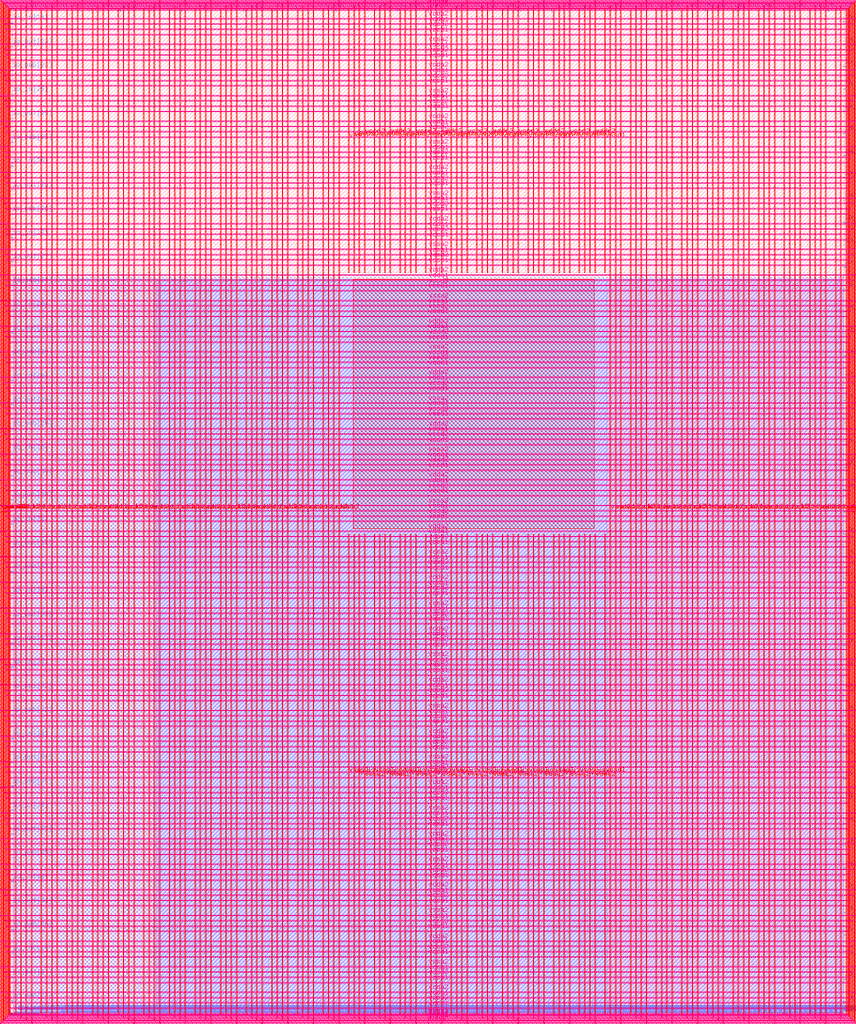
<source format=lef>
VERSION 5.7 ;
  NOWIREEXTENSIONATPIN ON ;
  DIVIDERCHAR "/" ;
  BUSBITCHARS "[]" ;
MACRO user_project_wrapper
  CLASS BLOCK ;
  FOREIGN user_project_wrapper ;
  ORIGIN 0.000 0.000 ;
  SIZE 2920.000 BY 3520.000 ;
  PIN io_in[0]
    DIRECTION INPUT ;
    USE SIGNAL ;
    PORT
      LAYER met3 ;
        RECT 2917.600 38.500 2924.800 39.700 ;
    END
  END io_in[0]
  PIN io_in[10]
    DIRECTION INPUT ;
    USE SIGNAL ;
    PORT
      LAYER met3 ;
        RECT 2917.600 2384.500 2924.800 2385.700 ;
    END
  END io_in[10]
  PIN io_in[11]
    DIRECTION INPUT ;
    USE SIGNAL ;
    PORT
      LAYER met3 ;
        RECT 2917.600 2619.100 2924.800 2620.300 ;
    END
  END io_in[11]
  PIN io_in[12]
    DIRECTION INPUT ;
    USE SIGNAL ;
    PORT
      LAYER met3 ;
        RECT 2917.600 2853.700 2924.800 2854.900 ;
    END
  END io_in[12]
  PIN io_in[13]
    DIRECTION INPUT ;
    USE SIGNAL ;
    PORT
      LAYER met3 ;
        RECT 2917.600 3088.300 2924.800 3089.500 ;
    END
  END io_in[13]
  PIN io_in[14]
    DIRECTION INPUT ;
    USE SIGNAL ;
    PORT
      LAYER met3 ;
        RECT 2917.600 3322.900 2924.800 3324.100 ;
    END
  END io_in[14]
  PIN io_in[15]
    DIRECTION INPUT ;
    USE SIGNAL ;
    PORT
      LAYER met2 ;
        RECT 2865.290 3517.600 2865.850 3524.800 ;
    END
  END io_in[15]
  PIN io_in[16]
    DIRECTION INPUT ;
    USE SIGNAL ;
    PORT
      LAYER met2 ;
        RECT 2540.990 3517.600 2541.550 3524.800 ;
    END
  END io_in[16]
  PIN io_in[17]
    DIRECTION INPUT ;
    USE SIGNAL ;
    PORT
      LAYER met2 ;
        RECT 2216.690 3517.600 2217.250 3524.800 ;
    END
  END io_in[17]
  PIN io_in[18]
    DIRECTION INPUT ;
    USE SIGNAL ;
    PORT
      LAYER met2 ;
        RECT 1891.930 3517.600 1892.490 3524.800 ;
    END
  END io_in[18]
  PIN io_in[19]
    DIRECTION INPUT ;
    USE SIGNAL ;
    PORT
      LAYER met2 ;
        RECT 1567.630 3517.600 1568.190 3524.800 ;
    END
  END io_in[19]
  PIN io_in[1]
    DIRECTION INPUT ;
    USE SIGNAL ;
    PORT
      LAYER met3 ;
        RECT 2917.600 273.100 2924.800 274.300 ;
    END
  END io_in[1]
  PIN io_in[20]
    DIRECTION INPUT ;
    USE SIGNAL ;
    PORT
      LAYER met2 ;
        RECT 1243.330 3517.600 1243.890 3524.800 ;
    END
  END io_in[20]
  PIN io_in[21]
    DIRECTION INPUT ;
    USE SIGNAL ;
    PORT
      LAYER met2 ;
        RECT 918.570 3517.600 919.130 3524.800 ;
    END
  END io_in[21]
  PIN io_in[22]
    DIRECTION INPUT ;
    USE SIGNAL ;
    PORT
      LAYER met2 ;
        RECT 594.270 3517.600 594.830 3524.800 ;
    END
  END io_in[22]
  PIN io_in[23]
    DIRECTION INPUT ;
    USE SIGNAL ;
    PORT
      LAYER met2 ;
        RECT 269.970 3517.600 270.530 3524.800 ;
    END
  END io_in[23]
  PIN io_in[24]
    DIRECTION INPUT ;
    USE SIGNAL ;
    PORT
      LAYER met3 ;
        RECT -4.800 3476.580 2.400 3477.780 ;
    END
  END io_in[24]
  PIN io_in[25]
    DIRECTION INPUT ;
    USE SIGNAL ;
    PORT
      LAYER met3 ;
        RECT -4.800 3225.660 2.400 3226.860 ;
    END
  END io_in[25]
  PIN io_in[26]
    DIRECTION INPUT ;
    USE SIGNAL ;
    PORT
      LAYER met3 ;
        RECT -4.800 2974.060 2.400 2975.260 ;
    END
  END io_in[26]
  PIN io_in[27]
    DIRECTION INPUT ;
    USE SIGNAL ;
    PORT
      LAYER met3 ;
        RECT -4.800 2722.460 2.400 2723.660 ;
    END
  END io_in[27]
  PIN io_in[28]
    DIRECTION INPUT ;
    USE SIGNAL ;
    PORT
      LAYER met3 ;
        RECT -4.800 2470.860 2.400 2472.060 ;
    END
  END io_in[28]
  PIN io_in[29]
    DIRECTION INPUT ;
    USE SIGNAL ;
    PORT
      LAYER met3 ;
        RECT -4.800 2219.940 2.400 2221.140 ;
    END
  END io_in[29]
  PIN io_in[2]
    DIRECTION INPUT ;
    USE SIGNAL ;
    PORT
      LAYER met3 ;
        RECT 2917.600 507.700 2924.800 508.900 ;
    END
  END io_in[2]
  PIN io_in[30]
    DIRECTION INPUT ;
    USE SIGNAL ;
    PORT
      LAYER met3 ;
        RECT -4.800 1968.340 2.400 1969.540 ;
    END
  END io_in[30]
  PIN io_in[31]
    DIRECTION INPUT ;
    USE SIGNAL ;
    PORT
      LAYER met3 ;
        RECT -4.800 1716.740 2.400 1717.940 ;
    END
  END io_in[31]
  PIN io_in[32]
    DIRECTION INPUT ;
    USE SIGNAL ;
    PORT
      LAYER met3 ;
        RECT -4.800 1465.820 2.400 1467.020 ;
    END
  END io_in[32]
  PIN io_in[33]
    DIRECTION INPUT ;
    USE SIGNAL ;
    PORT
      LAYER met3 ;
        RECT -4.800 1214.220 2.400 1215.420 ;
    END
  END io_in[33]
  PIN io_in[34]
    DIRECTION INPUT ;
    USE SIGNAL ;
    PORT
      LAYER met3 ;
        RECT -4.800 962.620 2.400 963.820 ;
    END
  END io_in[34]
  PIN io_in[35]
    DIRECTION INPUT ;
    USE SIGNAL ;
    PORT
      LAYER met3 ;
        RECT -4.800 711.020 2.400 712.220 ;
    END
  END io_in[35]
  PIN io_in[36]
    DIRECTION INPUT ;
    USE SIGNAL ;
    PORT
      LAYER met3 ;
        RECT -4.800 460.100 2.400 461.300 ;
    END
  END io_in[36]
  PIN io_in[37]
    DIRECTION INPUT ;
    USE SIGNAL ;
    PORT
      LAYER met3 ;
        RECT -4.800 208.500 2.400 209.700 ;
    END
  END io_in[37]
  PIN io_in[3]
    DIRECTION INPUT ;
    USE SIGNAL ;
    PORT
      LAYER met3 ;
        RECT 2917.600 742.300 2924.800 743.500 ;
    END
  END io_in[3]
  PIN io_in[4]
    DIRECTION INPUT ;
    USE SIGNAL ;
    PORT
      LAYER met3 ;
        RECT 2917.600 976.900 2924.800 978.100 ;
    END
  END io_in[4]
  PIN io_in[5]
    DIRECTION INPUT ;
    USE SIGNAL ;
    PORT
      LAYER met3 ;
        RECT 2917.600 1211.500 2924.800 1212.700 ;
    END
  END io_in[5]
  PIN io_in[6]
    DIRECTION INPUT ;
    USE SIGNAL ;
    PORT
      LAYER met3 ;
        RECT 2917.600 1446.100 2924.800 1447.300 ;
    END
  END io_in[6]
  PIN io_in[7]
    DIRECTION INPUT ;
    USE SIGNAL ;
    PORT
      LAYER met3 ;
        RECT 2917.600 1680.700 2924.800 1681.900 ;
    END
  END io_in[7]
  PIN io_in[8]
    DIRECTION INPUT ;
    USE SIGNAL ;
    PORT
      LAYER met3 ;
        RECT 2917.600 1915.300 2924.800 1916.500 ;
    END
  END io_in[8]
  PIN io_in[9]
    DIRECTION INPUT ;
    USE SIGNAL ;
    PORT
      LAYER met3 ;
        RECT 2917.600 2149.900 2924.800 2151.100 ;
    END
  END io_in[9]
  PIN io_oeb[0]
    DIRECTION OUTPUT TRISTATE ;
    USE SIGNAL ;
    PORT
      LAYER met3 ;
        RECT 2917.600 194.900 2924.800 196.100 ;
    END
  END io_oeb[0]
  PIN io_oeb[10]
    DIRECTION OUTPUT TRISTATE ;
    USE SIGNAL ;
    PORT
      LAYER met3 ;
        RECT 2917.600 2540.900 2924.800 2542.100 ;
    END
  END io_oeb[10]
  PIN io_oeb[11]
    DIRECTION OUTPUT TRISTATE ;
    USE SIGNAL ;
    PORT
      LAYER met3 ;
        RECT 2917.600 2775.500 2924.800 2776.700 ;
    END
  END io_oeb[11]
  PIN io_oeb[12]
    DIRECTION OUTPUT TRISTATE ;
    USE SIGNAL ;
    PORT
      LAYER met3 ;
        RECT 2917.600 3010.100 2924.800 3011.300 ;
    END
  END io_oeb[12]
  PIN io_oeb[13]
    DIRECTION OUTPUT TRISTATE ;
    USE SIGNAL ;
    PORT
      LAYER met3 ;
        RECT 2917.600 3244.700 2924.800 3245.900 ;
    END
  END io_oeb[13]
  PIN io_oeb[14]
    DIRECTION OUTPUT TRISTATE ;
    USE SIGNAL ;
    PORT
      LAYER met3 ;
        RECT 2917.600 3479.300 2924.800 3480.500 ;
    END
  END io_oeb[14]
  PIN io_oeb[15]
    DIRECTION OUTPUT TRISTATE ;
    USE SIGNAL ;
    PORT
      LAYER met2 ;
        RECT 2649.090 3517.600 2649.650 3524.800 ;
    END
  END io_oeb[15]
  PIN io_oeb[16]
    DIRECTION OUTPUT TRISTATE ;
    USE SIGNAL ;
    PORT
      LAYER met2 ;
        RECT 2324.790 3517.600 2325.350 3524.800 ;
    END
  END io_oeb[16]
  PIN io_oeb[17]
    DIRECTION OUTPUT TRISTATE ;
    USE SIGNAL ;
    PORT
      LAYER met2 ;
        RECT 2000.490 3517.600 2001.050 3524.800 ;
    END
  END io_oeb[17]
  PIN io_oeb[18]
    DIRECTION OUTPUT TRISTATE ;
    USE SIGNAL ;
    PORT
      LAYER met2 ;
        RECT 1675.730 3517.600 1676.290 3524.800 ;
    END
  END io_oeb[18]
  PIN io_oeb[19]
    DIRECTION OUTPUT TRISTATE ;
    USE SIGNAL ;
    PORT
      LAYER met2 ;
        RECT 1351.430 3517.600 1351.990 3524.800 ;
    END
  END io_oeb[19]
  PIN io_oeb[1]
    DIRECTION OUTPUT TRISTATE ;
    USE SIGNAL ;
    PORT
      LAYER met3 ;
        RECT 2917.600 429.500 2924.800 430.700 ;
    END
  END io_oeb[1]
  PIN io_oeb[20]
    DIRECTION OUTPUT TRISTATE ;
    USE SIGNAL ;
    PORT
      LAYER met2 ;
        RECT 1027.130 3517.600 1027.690 3524.800 ;
    END
  END io_oeb[20]
  PIN io_oeb[21]
    DIRECTION OUTPUT TRISTATE ;
    USE SIGNAL ;
    PORT
      LAYER met2 ;
        RECT 702.370 3517.600 702.930 3524.800 ;
    END
  END io_oeb[21]
  PIN io_oeb[22]
    DIRECTION OUTPUT TRISTATE ;
    USE SIGNAL ;
    PORT
      LAYER met2 ;
        RECT 378.070 3517.600 378.630 3524.800 ;
    END
  END io_oeb[22]
  PIN io_oeb[23]
    DIRECTION OUTPUT TRISTATE ;
    USE SIGNAL ;
    PORT
      LAYER met2 ;
        RECT 53.770 3517.600 54.330 3524.800 ;
    END
  END io_oeb[23]
  PIN io_oeb[24]
    DIRECTION OUTPUT TRISTATE ;
    USE SIGNAL ;
    PORT
      LAYER met3 ;
        RECT -4.800 3309.300 2.400 3310.500 ;
    END
  END io_oeb[24]
  PIN io_oeb[25]
    DIRECTION OUTPUT TRISTATE ;
    USE SIGNAL ;
    PORT
      LAYER met3 ;
        RECT -4.800 3057.700 2.400 3058.900 ;
    END
  END io_oeb[25]
  PIN io_oeb[26]
    DIRECTION OUTPUT TRISTATE ;
    USE SIGNAL ;
    PORT
      LAYER met3 ;
        RECT -4.800 2806.100 2.400 2807.300 ;
    END
  END io_oeb[26]
  PIN io_oeb[27]
    DIRECTION OUTPUT TRISTATE ;
    USE SIGNAL ;
    PORT
      LAYER met3 ;
        RECT -4.800 2555.180 2.400 2556.380 ;
    END
  END io_oeb[27]
  PIN io_oeb[28]
    DIRECTION OUTPUT TRISTATE ;
    USE SIGNAL ;
    PORT
      LAYER met3 ;
        RECT -4.800 2303.580 2.400 2304.780 ;
    END
  END io_oeb[28]
  PIN io_oeb[29]
    DIRECTION OUTPUT TRISTATE ;
    USE SIGNAL ;
    PORT
      LAYER met3 ;
        RECT -4.800 2051.980 2.400 2053.180 ;
    END
  END io_oeb[29]
  PIN io_oeb[2]
    DIRECTION OUTPUT TRISTATE ;
    USE SIGNAL ;
    PORT
      LAYER met3 ;
        RECT 2917.600 664.100 2924.800 665.300 ;
    END
  END io_oeb[2]
  PIN io_oeb[30]
    DIRECTION OUTPUT TRISTATE ;
    USE SIGNAL ;
    PORT
      LAYER met3 ;
        RECT -4.800 1801.060 2.400 1802.260 ;
    END
  END io_oeb[30]
  PIN io_oeb[31]
    DIRECTION OUTPUT TRISTATE ;
    USE SIGNAL ;
    PORT
      LAYER met3 ;
        RECT -4.800 1549.460 2.400 1550.660 ;
    END
  END io_oeb[31]
  PIN io_oeb[32]
    DIRECTION OUTPUT TRISTATE ;
    USE SIGNAL ;
    PORT
      LAYER met3 ;
        RECT -4.800 1297.860 2.400 1299.060 ;
    END
  END io_oeb[32]
  PIN io_oeb[33]
    DIRECTION OUTPUT TRISTATE ;
    USE SIGNAL ;
    PORT
      LAYER met3 ;
        RECT -4.800 1046.260 2.400 1047.460 ;
    END
  END io_oeb[33]
  PIN io_oeb[34]
    DIRECTION OUTPUT TRISTATE ;
    USE SIGNAL ;
    PORT
      LAYER met3 ;
        RECT -4.800 795.340 2.400 796.540 ;
    END
  END io_oeb[34]
  PIN io_oeb[35]
    DIRECTION OUTPUT TRISTATE ;
    USE SIGNAL ;
    PORT
      LAYER met3 ;
        RECT -4.800 543.740 2.400 544.940 ;
    END
  END io_oeb[35]
  PIN io_oeb[36]
    DIRECTION OUTPUT TRISTATE ;
    USE SIGNAL ;
    PORT
      LAYER met3 ;
        RECT -4.800 292.140 2.400 293.340 ;
    END
  END io_oeb[36]
  PIN io_oeb[37]
    DIRECTION OUTPUT TRISTATE ;
    USE SIGNAL ;
    PORT
      LAYER met3 ;
        RECT -4.800 41.220 2.400 42.420 ;
    END
  END io_oeb[37]
  PIN io_oeb[3]
    DIRECTION OUTPUT TRISTATE ;
    USE SIGNAL ;
    PORT
      LAYER met3 ;
        RECT 2917.600 898.700 2924.800 899.900 ;
    END
  END io_oeb[3]
  PIN io_oeb[4]
    DIRECTION OUTPUT TRISTATE ;
    USE SIGNAL ;
    PORT
      LAYER met3 ;
        RECT 2917.600 1133.300 2924.800 1134.500 ;
    END
  END io_oeb[4]
  PIN io_oeb[5]
    DIRECTION OUTPUT TRISTATE ;
    USE SIGNAL ;
    PORT
      LAYER met3 ;
        RECT 2917.600 1367.900 2924.800 1369.100 ;
    END
  END io_oeb[5]
  PIN io_oeb[6]
    DIRECTION OUTPUT TRISTATE ;
    USE SIGNAL ;
    PORT
      LAYER met3 ;
        RECT 2917.600 1602.500 2924.800 1603.700 ;
    END
  END io_oeb[6]
  PIN io_oeb[7]
    DIRECTION OUTPUT TRISTATE ;
    USE SIGNAL ;
    PORT
      LAYER met3 ;
        RECT 2917.600 1837.100 2924.800 1838.300 ;
    END
  END io_oeb[7]
  PIN io_oeb[8]
    DIRECTION OUTPUT TRISTATE ;
    USE SIGNAL ;
    PORT
      LAYER met3 ;
        RECT 2917.600 2071.700 2924.800 2072.900 ;
    END
  END io_oeb[8]
  PIN io_oeb[9]
    DIRECTION OUTPUT TRISTATE ;
    USE SIGNAL ;
    PORT
      LAYER met3 ;
        RECT 2917.600 2306.300 2924.800 2307.500 ;
    END
  END io_oeb[9]
  PIN io_out[0]
    DIRECTION OUTPUT TRISTATE ;
    USE SIGNAL ;
    PORT
      LAYER met3 ;
        RECT 2917.600 116.700 2924.800 117.900 ;
    END
  END io_out[0]
  PIN io_out[10]
    DIRECTION OUTPUT TRISTATE ;
    USE SIGNAL ;
    PORT
      LAYER met3 ;
        RECT 2917.600 2462.700 2924.800 2463.900 ;
    END
  END io_out[10]
  PIN io_out[11]
    DIRECTION OUTPUT TRISTATE ;
    USE SIGNAL ;
    PORT
      LAYER met3 ;
        RECT 2917.600 2697.300 2924.800 2698.500 ;
    END
  END io_out[11]
  PIN io_out[12]
    DIRECTION OUTPUT TRISTATE ;
    USE SIGNAL ;
    PORT
      LAYER met3 ;
        RECT 2917.600 2931.900 2924.800 2933.100 ;
    END
  END io_out[12]
  PIN io_out[13]
    DIRECTION OUTPUT TRISTATE ;
    USE SIGNAL ;
    PORT
      LAYER met3 ;
        RECT 2917.600 3166.500 2924.800 3167.700 ;
    END
  END io_out[13]
  PIN io_out[14]
    DIRECTION OUTPUT TRISTATE ;
    USE SIGNAL ;
    PORT
      LAYER met3 ;
        RECT 2917.600 3401.100 2924.800 3402.300 ;
    END
  END io_out[14]
  PIN io_out[15]
    DIRECTION OUTPUT TRISTATE ;
    USE SIGNAL ;
    PORT
      LAYER met2 ;
        RECT 2757.190 3517.600 2757.750 3524.800 ;
    END
  END io_out[15]
  PIN io_out[16]
    DIRECTION OUTPUT TRISTATE ;
    USE SIGNAL ;
    PORT
      LAYER met2 ;
        RECT 2432.890 3517.600 2433.450 3524.800 ;
    END
  END io_out[16]
  PIN io_out[17]
    DIRECTION OUTPUT TRISTATE ;
    USE SIGNAL ;
    PORT
      LAYER met2 ;
        RECT 2108.590 3517.600 2109.150 3524.800 ;
    END
  END io_out[17]
  PIN io_out[18]
    DIRECTION OUTPUT TRISTATE ;
    USE SIGNAL ;
    PORT
      LAYER met2 ;
        RECT 1783.830 3517.600 1784.390 3524.800 ;
    END
  END io_out[18]
  PIN io_out[19]
    DIRECTION OUTPUT TRISTATE ;
    USE SIGNAL ;
    PORT
      LAYER met2 ;
        RECT 1459.530 3517.600 1460.090 3524.800 ;
    END
  END io_out[19]
  PIN io_out[1]
    DIRECTION OUTPUT TRISTATE ;
    USE SIGNAL ;
    PORT
      LAYER met3 ;
        RECT 2917.600 351.300 2924.800 352.500 ;
    END
  END io_out[1]
  PIN io_out[20]
    DIRECTION OUTPUT TRISTATE ;
    USE SIGNAL ;
    PORT
      LAYER met2 ;
        RECT 1135.230 3517.600 1135.790 3524.800 ;
    END
  END io_out[20]
  PIN io_out[21]
    DIRECTION OUTPUT TRISTATE ;
    USE SIGNAL ;
    PORT
      LAYER met2 ;
        RECT 810.470 3517.600 811.030 3524.800 ;
    END
  END io_out[21]
  PIN io_out[22]
    DIRECTION OUTPUT TRISTATE ;
    USE SIGNAL ;
    PORT
      LAYER met2 ;
        RECT 486.170 3517.600 486.730 3524.800 ;
    END
  END io_out[22]
  PIN io_out[23]
    DIRECTION OUTPUT TRISTATE ;
    USE SIGNAL ;
    PORT
      LAYER met2 ;
        RECT 161.870 3517.600 162.430 3524.800 ;
    END
  END io_out[23]
  PIN io_out[24]
    DIRECTION OUTPUT TRISTATE ;
    USE SIGNAL ;
    PORT
      LAYER met3 ;
        RECT -4.800 3392.940 2.400 3394.140 ;
    END
  END io_out[24]
  PIN io_out[25]
    DIRECTION OUTPUT TRISTATE ;
    USE SIGNAL ;
    PORT
      LAYER met3 ;
        RECT -4.800 3141.340 2.400 3142.540 ;
    END
  END io_out[25]
  PIN io_out[26]
    DIRECTION OUTPUT TRISTATE ;
    USE SIGNAL ;
    PORT
      LAYER met3 ;
        RECT -4.800 2890.420 2.400 2891.620 ;
    END
  END io_out[26]
  PIN io_out[27]
    DIRECTION OUTPUT TRISTATE ;
    USE SIGNAL ;
    PORT
      LAYER met3 ;
        RECT -4.800 2638.820 2.400 2640.020 ;
    END
  END io_out[27]
  PIN io_out[28]
    DIRECTION OUTPUT TRISTATE ;
    USE SIGNAL ;
    PORT
      LAYER met3 ;
        RECT -4.800 2387.220 2.400 2388.420 ;
    END
  END io_out[28]
  PIN io_out[29]
    DIRECTION OUTPUT TRISTATE ;
    USE SIGNAL ;
    PORT
      LAYER met3 ;
        RECT -4.800 2135.620 2.400 2136.820 ;
    END
  END io_out[29]
  PIN io_out[2]
    DIRECTION OUTPUT TRISTATE ;
    USE SIGNAL ;
    PORT
      LAYER met3 ;
        RECT 2917.600 585.900 2924.800 587.100 ;
    END
  END io_out[2]
  PIN io_out[30]
    DIRECTION OUTPUT TRISTATE ;
    USE SIGNAL ;
    PORT
      LAYER met3 ;
        RECT -4.800 1884.700 2.400 1885.900 ;
    END
  END io_out[30]
  PIN io_out[31]
    DIRECTION OUTPUT TRISTATE ;
    USE SIGNAL ;
    PORT
      LAYER met3 ;
        RECT -4.800 1633.100 2.400 1634.300 ;
    END
  END io_out[31]
  PIN io_out[32]
    DIRECTION OUTPUT TRISTATE ;
    USE SIGNAL ;
    PORT
      LAYER met3 ;
        RECT -4.800 1381.500 2.400 1382.700 ;
    END
  END io_out[32]
  PIN io_out[33]
    DIRECTION OUTPUT TRISTATE ;
    USE SIGNAL ;
    PORT
      LAYER met3 ;
        RECT -4.800 1130.580 2.400 1131.780 ;
    END
  END io_out[33]
  PIN io_out[34]
    DIRECTION OUTPUT TRISTATE ;
    USE SIGNAL ;
    PORT
      LAYER met3 ;
        RECT -4.800 878.980 2.400 880.180 ;
    END
  END io_out[34]
  PIN io_out[35]
    DIRECTION OUTPUT TRISTATE ;
    USE SIGNAL ;
    PORT
      LAYER met3 ;
        RECT -4.800 627.380 2.400 628.580 ;
    END
  END io_out[35]
  PIN io_out[36]
    DIRECTION OUTPUT TRISTATE ;
    USE SIGNAL ;
    PORT
      LAYER met3 ;
        RECT -4.800 375.780 2.400 376.980 ;
    END
  END io_out[36]
  PIN io_out[37]
    DIRECTION OUTPUT TRISTATE ;
    USE SIGNAL ;
    PORT
      LAYER met3 ;
        RECT -4.800 124.860 2.400 126.060 ;
    END
  END io_out[37]
  PIN io_out[3]
    DIRECTION OUTPUT TRISTATE ;
    USE SIGNAL ;
    PORT
      LAYER met3 ;
        RECT 2917.600 820.500 2924.800 821.700 ;
    END
  END io_out[3]
  PIN io_out[4]
    DIRECTION OUTPUT TRISTATE ;
    USE SIGNAL ;
    PORT
      LAYER met3 ;
        RECT 2917.600 1055.100 2924.800 1056.300 ;
    END
  END io_out[4]
  PIN io_out[5]
    DIRECTION OUTPUT TRISTATE ;
    USE SIGNAL ;
    PORT
      LAYER met3 ;
        RECT 2917.600 1289.700 2924.800 1290.900 ;
    END
  END io_out[5]
  PIN io_out[6]
    DIRECTION OUTPUT TRISTATE ;
    USE SIGNAL ;
    PORT
      LAYER met3 ;
        RECT 2917.600 1524.300 2924.800 1525.500 ;
    END
  END io_out[6]
  PIN io_out[7]
    DIRECTION OUTPUT TRISTATE ;
    USE SIGNAL ;
    PORT
      LAYER met3 ;
        RECT 2917.600 1758.900 2924.800 1760.100 ;
    END
  END io_out[7]
  PIN io_out[8]
    DIRECTION OUTPUT TRISTATE ;
    USE SIGNAL ;
    PORT
      LAYER met3 ;
        RECT 2917.600 1993.500 2924.800 1994.700 ;
    END
  END io_out[8]
  PIN io_out[9]
    DIRECTION OUTPUT TRISTATE ;
    USE SIGNAL ;
    PORT
      LAYER met3 ;
        RECT 2917.600 2228.100 2924.800 2229.300 ;
    END
  END io_out[9]
  PIN la_data_in[0]
    DIRECTION INPUT ;
    USE SIGNAL ;
    PORT
      LAYER met2 ;
        RECT 629.230 -4.800 629.790 2.400 ;
    END
  END la_data_in[0]
  PIN la_data_in[100]
    DIRECTION INPUT ;
    USE SIGNAL ;
    PORT
      LAYER met2 ;
        RECT 2402.530 -4.800 2403.090 2.400 ;
    END
  END la_data_in[100]
  PIN la_data_in[101]
    DIRECTION INPUT ;
    USE SIGNAL ;
    PORT
      LAYER met2 ;
        RECT 2420.010 -4.800 2420.570 2.400 ;
    END
  END la_data_in[101]
  PIN la_data_in[102]
    DIRECTION INPUT ;
    USE SIGNAL ;
    PORT
      LAYER met2 ;
        RECT 2437.950 -4.800 2438.510 2.400 ;
    END
  END la_data_in[102]
  PIN la_data_in[103]
    DIRECTION INPUT ;
    USE SIGNAL ;
    PORT
      LAYER met2 ;
        RECT 2455.430 -4.800 2455.990 2.400 ;
    END
  END la_data_in[103]
  PIN la_data_in[104]
    DIRECTION INPUT ;
    USE SIGNAL ;
    PORT
      LAYER met2 ;
        RECT 2473.370 -4.800 2473.930 2.400 ;
    END
  END la_data_in[104]
  PIN la_data_in[105]
    DIRECTION INPUT ;
    USE SIGNAL ;
    PORT
      LAYER met2 ;
        RECT 2490.850 -4.800 2491.410 2.400 ;
    END
  END la_data_in[105]
  PIN la_data_in[106]
    DIRECTION INPUT ;
    USE SIGNAL ;
    PORT
      LAYER met2 ;
        RECT 2508.790 -4.800 2509.350 2.400 ;
    END
  END la_data_in[106]
  PIN la_data_in[107]
    DIRECTION INPUT ;
    USE SIGNAL ;
    PORT
      LAYER met2 ;
        RECT 2526.730 -4.800 2527.290 2.400 ;
    END
  END la_data_in[107]
  PIN la_data_in[108]
    DIRECTION INPUT ;
    USE SIGNAL ;
    PORT
      LAYER met2 ;
        RECT 2544.210 -4.800 2544.770 2.400 ;
    END
  END la_data_in[108]
  PIN la_data_in[109]
    DIRECTION INPUT ;
    USE SIGNAL ;
    PORT
      LAYER met2 ;
        RECT 2562.150 -4.800 2562.710 2.400 ;
    END
  END la_data_in[109]
  PIN la_data_in[10]
    DIRECTION INPUT ;
    USE SIGNAL ;
    PORT
      LAYER met2 ;
        RECT 806.330 -4.800 806.890 2.400 ;
    END
  END la_data_in[10]
  PIN la_data_in[110]
    DIRECTION INPUT ;
    USE SIGNAL ;
    PORT
      LAYER met2 ;
        RECT 2579.630 -4.800 2580.190 2.400 ;
    END
  END la_data_in[110]
  PIN la_data_in[111]
    DIRECTION INPUT ;
    USE SIGNAL ;
    PORT
      LAYER met2 ;
        RECT 2597.570 -4.800 2598.130 2.400 ;
    END
  END la_data_in[111]
  PIN la_data_in[112]
    DIRECTION INPUT ;
    USE SIGNAL ;
    PORT
      LAYER met2 ;
        RECT 2615.050 -4.800 2615.610 2.400 ;
    END
  END la_data_in[112]
  PIN la_data_in[113]
    DIRECTION INPUT ;
    USE SIGNAL ;
    PORT
      LAYER met2 ;
        RECT 2632.990 -4.800 2633.550 2.400 ;
    END
  END la_data_in[113]
  PIN la_data_in[114]
    DIRECTION INPUT ;
    USE SIGNAL ;
    PORT
      LAYER met2 ;
        RECT 2650.470 -4.800 2651.030 2.400 ;
    END
  END la_data_in[114]
  PIN la_data_in[115]
    DIRECTION INPUT ;
    USE SIGNAL ;
    PORT
      LAYER met2 ;
        RECT 2668.410 -4.800 2668.970 2.400 ;
    END
  END la_data_in[115]
  PIN la_data_in[116]
    DIRECTION INPUT ;
    USE SIGNAL ;
    PORT
      LAYER met2 ;
        RECT 2685.890 -4.800 2686.450 2.400 ;
    END
  END la_data_in[116]
  PIN la_data_in[117]
    DIRECTION INPUT ;
    USE SIGNAL ;
    PORT
      LAYER met2 ;
        RECT 2703.830 -4.800 2704.390 2.400 ;
    END
  END la_data_in[117]
  PIN la_data_in[118]
    DIRECTION INPUT ;
    USE SIGNAL ;
    PORT
      LAYER met2 ;
        RECT 2721.770 -4.800 2722.330 2.400 ;
    END
  END la_data_in[118]
  PIN la_data_in[119]
    DIRECTION INPUT ;
    USE SIGNAL ;
    PORT
      LAYER met2 ;
        RECT 2739.250 -4.800 2739.810 2.400 ;
    END
  END la_data_in[119]
  PIN la_data_in[11]
    DIRECTION INPUT ;
    USE SIGNAL ;
    PORT
      LAYER met2 ;
        RECT 824.270 -4.800 824.830 2.400 ;
    END
  END la_data_in[11]
  PIN la_data_in[120]
    DIRECTION INPUT ;
    USE SIGNAL ;
    PORT
      LAYER met2 ;
        RECT 2757.190 -4.800 2757.750 2.400 ;
    END
  END la_data_in[120]
  PIN la_data_in[121]
    DIRECTION INPUT ;
    USE SIGNAL ;
    PORT
      LAYER met2 ;
        RECT 2774.670 -4.800 2775.230 2.400 ;
    END
  END la_data_in[121]
  PIN la_data_in[122]
    DIRECTION INPUT ;
    USE SIGNAL ;
    PORT
      LAYER met2 ;
        RECT 2792.610 -4.800 2793.170 2.400 ;
    END
  END la_data_in[122]
  PIN la_data_in[123]
    DIRECTION INPUT ;
    USE SIGNAL ;
    PORT
      LAYER met2 ;
        RECT 2810.090 -4.800 2810.650 2.400 ;
    END
  END la_data_in[123]
  PIN la_data_in[124]
    DIRECTION INPUT ;
    USE SIGNAL ;
    PORT
      LAYER met2 ;
        RECT 2828.030 -4.800 2828.590 2.400 ;
    END
  END la_data_in[124]
  PIN la_data_in[125]
    DIRECTION INPUT ;
    USE SIGNAL ;
    PORT
      LAYER met2 ;
        RECT 2845.510 -4.800 2846.070 2.400 ;
    END
  END la_data_in[125]
  PIN la_data_in[126]
    DIRECTION INPUT ;
    USE SIGNAL ;
    PORT
      LAYER met2 ;
        RECT 2863.450 -4.800 2864.010 2.400 ;
    END
  END la_data_in[126]
  PIN la_data_in[127]
    DIRECTION INPUT ;
    USE SIGNAL ;
    PORT
      LAYER met2 ;
        RECT 2881.390 -4.800 2881.950 2.400 ;
    END
  END la_data_in[127]
  PIN la_data_in[12]
    DIRECTION INPUT ;
    USE SIGNAL ;
    PORT
      LAYER met2 ;
        RECT 841.750 -4.800 842.310 2.400 ;
    END
  END la_data_in[12]
  PIN la_data_in[13]
    DIRECTION INPUT ;
    USE SIGNAL ;
    PORT
      LAYER met2 ;
        RECT 859.690 -4.800 860.250 2.400 ;
    END
  END la_data_in[13]
  PIN la_data_in[14]
    DIRECTION INPUT ;
    USE SIGNAL ;
    PORT
      LAYER met2 ;
        RECT 877.170 -4.800 877.730 2.400 ;
    END
  END la_data_in[14]
  PIN la_data_in[15]
    DIRECTION INPUT ;
    USE SIGNAL ;
    PORT
      LAYER met2 ;
        RECT 895.110 -4.800 895.670 2.400 ;
    END
  END la_data_in[15]
  PIN la_data_in[16]
    DIRECTION INPUT ;
    USE SIGNAL ;
    PORT
      LAYER met2 ;
        RECT 912.590 -4.800 913.150 2.400 ;
    END
  END la_data_in[16]
  PIN la_data_in[17]
    DIRECTION INPUT ;
    USE SIGNAL ;
    PORT
      LAYER met2 ;
        RECT 930.530 -4.800 931.090 2.400 ;
    END
  END la_data_in[17]
  PIN la_data_in[18]
    DIRECTION INPUT ;
    USE SIGNAL ;
    PORT
      LAYER met2 ;
        RECT 948.470 -4.800 949.030 2.400 ;
    END
  END la_data_in[18]
  PIN la_data_in[19]
    DIRECTION INPUT ;
    USE SIGNAL ;
    PORT
      LAYER met2 ;
        RECT 965.950 -4.800 966.510 2.400 ;
    END
  END la_data_in[19]
  PIN la_data_in[1]
    DIRECTION INPUT ;
    USE SIGNAL ;
    PORT
      LAYER met2 ;
        RECT 646.710 -4.800 647.270 2.400 ;
    END
  END la_data_in[1]
  PIN la_data_in[20]
    DIRECTION INPUT ;
    USE SIGNAL ;
    PORT
      LAYER met2 ;
        RECT 983.890 -4.800 984.450 2.400 ;
    END
  END la_data_in[20]
  PIN la_data_in[21]
    DIRECTION INPUT ;
    USE SIGNAL ;
    PORT
      LAYER met2 ;
        RECT 1001.370 -4.800 1001.930 2.400 ;
    END
  END la_data_in[21]
  PIN la_data_in[22]
    DIRECTION INPUT ;
    USE SIGNAL ;
    PORT
      LAYER met2 ;
        RECT 1019.310 -4.800 1019.870 2.400 ;
    END
  END la_data_in[22]
  PIN la_data_in[23]
    DIRECTION INPUT ;
    USE SIGNAL ;
    PORT
      LAYER met2 ;
        RECT 1036.790 -4.800 1037.350 2.400 ;
    END
  END la_data_in[23]
  PIN la_data_in[24]
    DIRECTION INPUT ;
    USE SIGNAL ;
    PORT
      LAYER met2 ;
        RECT 1054.730 -4.800 1055.290 2.400 ;
    END
  END la_data_in[24]
  PIN la_data_in[25]
    DIRECTION INPUT ;
    USE SIGNAL ;
    PORT
      LAYER met2 ;
        RECT 1072.210 -4.800 1072.770 2.400 ;
    END
  END la_data_in[25]
  PIN la_data_in[26]
    DIRECTION INPUT ;
    USE SIGNAL ;
    PORT
      LAYER met2 ;
        RECT 1090.150 -4.800 1090.710 2.400 ;
    END
  END la_data_in[26]
  PIN la_data_in[27]
    DIRECTION INPUT ;
    USE SIGNAL ;
    PORT
      LAYER met2 ;
        RECT 1107.630 -4.800 1108.190 2.400 ;
    END
  END la_data_in[27]
  PIN la_data_in[28]
    DIRECTION INPUT ;
    USE SIGNAL ;
    PORT
      LAYER met2 ;
        RECT 1125.570 -4.800 1126.130 2.400 ;
    END
  END la_data_in[28]
  PIN la_data_in[29]
    DIRECTION INPUT ;
    USE SIGNAL ;
    PORT
      LAYER met2 ;
        RECT 1143.510 -4.800 1144.070 2.400 ;
    END
  END la_data_in[29]
  PIN la_data_in[2]
    DIRECTION INPUT ;
    USE SIGNAL ;
    PORT
      LAYER met2 ;
        RECT 664.650 -4.800 665.210 2.400 ;
    END
  END la_data_in[2]
  PIN la_data_in[30]
    DIRECTION INPUT ;
    USE SIGNAL ;
    PORT
      LAYER met2 ;
        RECT 1160.990 -4.800 1161.550 2.400 ;
    END
  END la_data_in[30]
  PIN la_data_in[31]
    DIRECTION INPUT ;
    USE SIGNAL ;
    PORT
      LAYER met2 ;
        RECT 1178.930 -4.800 1179.490 2.400 ;
    END
  END la_data_in[31]
  PIN la_data_in[32]
    DIRECTION INPUT ;
    USE SIGNAL ;
    PORT
      LAYER met2 ;
        RECT 1196.410 -4.800 1196.970 2.400 ;
    END
  END la_data_in[32]
  PIN la_data_in[33]
    DIRECTION INPUT ;
    USE SIGNAL ;
    PORT
      LAYER met2 ;
        RECT 1214.350 -4.800 1214.910 2.400 ;
    END
  END la_data_in[33]
  PIN la_data_in[34]
    DIRECTION INPUT ;
    USE SIGNAL ;
    PORT
      LAYER met2 ;
        RECT 1231.830 -4.800 1232.390 2.400 ;
    END
  END la_data_in[34]
  PIN la_data_in[35]
    DIRECTION INPUT ;
    USE SIGNAL ;
    PORT
      LAYER met2 ;
        RECT 1249.770 -4.800 1250.330 2.400 ;
    END
  END la_data_in[35]
  PIN la_data_in[36]
    DIRECTION INPUT ;
    USE SIGNAL ;
    PORT
      LAYER met2 ;
        RECT 1267.250 -4.800 1267.810 2.400 ;
    END
  END la_data_in[36]
  PIN la_data_in[37]
    DIRECTION INPUT ;
    USE SIGNAL ;
    PORT
      LAYER met2 ;
        RECT 1285.190 -4.800 1285.750 2.400 ;
    END
  END la_data_in[37]
  PIN la_data_in[38]
    DIRECTION INPUT ;
    USE SIGNAL ;
    PORT
      LAYER met2 ;
        RECT 1303.130 -4.800 1303.690 2.400 ;
    END
  END la_data_in[38]
  PIN la_data_in[39]
    DIRECTION INPUT ;
    USE SIGNAL ;
    PORT
      LAYER met2 ;
        RECT 1320.610 -4.800 1321.170 2.400 ;
    END
  END la_data_in[39]
  PIN la_data_in[3]
    DIRECTION INPUT ;
    USE SIGNAL ;
    PORT
      LAYER met2 ;
        RECT 682.130 -4.800 682.690 2.400 ;
    END
  END la_data_in[3]
  PIN la_data_in[40]
    DIRECTION INPUT ;
    USE SIGNAL ;
    PORT
      LAYER met2 ;
        RECT 1338.550 -4.800 1339.110 2.400 ;
    END
  END la_data_in[40]
  PIN la_data_in[41]
    DIRECTION INPUT ;
    USE SIGNAL ;
    PORT
      LAYER met2 ;
        RECT 1356.030 -4.800 1356.590 2.400 ;
    END
  END la_data_in[41]
  PIN la_data_in[42]
    DIRECTION INPUT ;
    USE SIGNAL ;
    PORT
      LAYER met2 ;
        RECT 1373.970 -4.800 1374.530 2.400 ;
    END
  END la_data_in[42]
  PIN la_data_in[43]
    DIRECTION INPUT ;
    USE SIGNAL ;
    PORT
      LAYER met2 ;
        RECT 1391.450 -4.800 1392.010 2.400 ;
    END
  END la_data_in[43]
  PIN la_data_in[44]
    DIRECTION INPUT ;
    USE SIGNAL ;
    PORT
      LAYER met2 ;
        RECT 1409.390 -4.800 1409.950 2.400 ;
    END
  END la_data_in[44]
  PIN la_data_in[45]
    DIRECTION INPUT ;
    USE SIGNAL ;
    PORT
      LAYER met2 ;
        RECT 1426.870 -4.800 1427.430 2.400 ;
    END
  END la_data_in[45]
  PIN la_data_in[46]
    DIRECTION INPUT ;
    USE SIGNAL ;
    PORT
      LAYER met2 ;
        RECT 1444.810 -4.800 1445.370 2.400 ;
    END
  END la_data_in[46]
  PIN la_data_in[47]
    DIRECTION INPUT ;
    USE SIGNAL ;
    PORT
      LAYER met2 ;
        RECT 1462.750 -4.800 1463.310 2.400 ;
    END
  END la_data_in[47]
  PIN la_data_in[48]
    DIRECTION INPUT ;
    USE SIGNAL ;
    PORT
      LAYER met2 ;
        RECT 1480.230 -4.800 1480.790 2.400 ;
    END
  END la_data_in[48]
  PIN la_data_in[49]
    DIRECTION INPUT ;
    USE SIGNAL ;
    PORT
      LAYER met2 ;
        RECT 1498.170 -4.800 1498.730 2.400 ;
    END
  END la_data_in[49]
  PIN la_data_in[4]
    DIRECTION INPUT ;
    USE SIGNAL ;
    PORT
      LAYER met2 ;
        RECT 700.070 -4.800 700.630 2.400 ;
    END
  END la_data_in[4]
  PIN la_data_in[50]
    DIRECTION INPUT ;
    USE SIGNAL ;
    PORT
      LAYER met2 ;
        RECT 1515.650 -4.800 1516.210 2.400 ;
    END
  END la_data_in[50]
  PIN la_data_in[51]
    DIRECTION INPUT ;
    USE SIGNAL ;
    PORT
      LAYER met2 ;
        RECT 1533.590 -4.800 1534.150 2.400 ;
    END
  END la_data_in[51]
  PIN la_data_in[52]
    DIRECTION INPUT ;
    USE SIGNAL ;
    PORT
      LAYER met2 ;
        RECT 1551.070 -4.800 1551.630 2.400 ;
    END
  END la_data_in[52]
  PIN la_data_in[53]
    DIRECTION INPUT ;
    USE SIGNAL ;
    PORT
      LAYER met2 ;
        RECT 1569.010 -4.800 1569.570 2.400 ;
    END
  END la_data_in[53]
  PIN la_data_in[54]
    DIRECTION INPUT ;
    USE SIGNAL ;
    PORT
      LAYER met2 ;
        RECT 1586.490 -4.800 1587.050 2.400 ;
    END
  END la_data_in[54]
  PIN la_data_in[55]
    DIRECTION INPUT ;
    USE SIGNAL ;
    PORT
      LAYER met2 ;
        RECT 1604.430 -4.800 1604.990 2.400 ;
    END
  END la_data_in[55]
  PIN la_data_in[56]
    DIRECTION INPUT ;
    USE SIGNAL ;
    PORT
      LAYER met2 ;
        RECT 1621.910 -4.800 1622.470 2.400 ;
    END
  END la_data_in[56]
  PIN la_data_in[57]
    DIRECTION INPUT ;
    USE SIGNAL ;
    PORT
      LAYER met2 ;
        RECT 1639.850 -4.800 1640.410 2.400 ;
    END
  END la_data_in[57]
  PIN la_data_in[58]
    DIRECTION INPUT ;
    USE SIGNAL ;
    PORT
      LAYER met2 ;
        RECT 1657.790 -4.800 1658.350 2.400 ;
    END
  END la_data_in[58]
  PIN la_data_in[59]
    DIRECTION INPUT ;
    USE SIGNAL ;
    PORT
      LAYER met2 ;
        RECT 1675.270 -4.800 1675.830 2.400 ;
    END
  END la_data_in[59]
  PIN la_data_in[5]
    DIRECTION INPUT ;
    USE SIGNAL ;
    PORT
      LAYER met2 ;
        RECT 717.550 -4.800 718.110 2.400 ;
    END
  END la_data_in[5]
  PIN la_data_in[60]
    DIRECTION INPUT ;
    USE SIGNAL ;
    PORT
      LAYER met2 ;
        RECT 1693.210 -4.800 1693.770 2.400 ;
    END
  END la_data_in[60]
  PIN la_data_in[61]
    DIRECTION INPUT ;
    USE SIGNAL ;
    PORT
      LAYER met2 ;
        RECT 1710.690 -4.800 1711.250 2.400 ;
    END
  END la_data_in[61]
  PIN la_data_in[62]
    DIRECTION INPUT ;
    USE SIGNAL ;
    PORT
      LAYER met2 ;
        RECT 1728.630 -4.800 1729.190 2.400 ;
    END
  END la_data_in[62]
  PIN la_data_in[63]
    DIRECTION INPUT ;
    USE SIGNAL ;
    PORT
      LAYER met2 ;
        RECT 1746.110 -4.800 1746.670 2.400 ;
    END
  END la_data_in[63]
  PIN la_data_in[64]
    DIRECTION INPUT ;
    USE SIGNAL ;
    PORT
      LAYER met2 ;
        RECT 1764.050 -4.800 1764.610 2.400 ;
    END
  END la_data_in[64]
  PIN la_data_in[65]
    DIRECTION INPUT ;
    USE SIGNAL ;
    PORT
      LAYER met2 ;
        RECT 1781.530 -4.800 1782.090 2.400 ;
    END
  END la_data_in[65]
  PIN la_data_in[66]
    DIRECTION INPUT ;
    USE SIGNAL ;
    PORT
      LAYER met2 ;
        RECT 1799.470 -4.800 1800.030 2.400 ;
    END
  END la_data_in[66]
  PIN la_data_in[67]
    DIRECTION INPUT ;
    USE SIGNAL ;
    PORT
      LAYER met2 ;
        RECT 1817.410 -4.800 1817.970 2.400 ;
    END
  END la_data_in[67]
  PIN la_data_in[68]
    DIRECTION INPUT ;
    USE SIGNAL ;
    PORT
      LAYER met2 ;
        RECT 1834.890 -4.800 1835.450 2.400 ;
    END
  END la_data_in[68]
  PIN la_data_in[69]
    DIRECTION INPUT ;
    USE SIGNAL ;
    PORT
      LAYER met2 ;
        RECT 1852.830 -4.800 1853.390 2.400 ;
    END
  END la_data_in[69]
  PIN la_data_in[6]
    DIRECTION INPUT ;
    USE SIGNAL ;
    PORT
      LAYER met2 ;
        RECT 735.490 -4.800 736.050 2.400 ;
    END
  END la_data_in[6]
  PIN la_data_in[70]
    DIRECTION INPUT ;
    USE SIGNAL ;
    PORT
      LAYER met2 ;
        RECT 1870.310 -4.800 1870.870 2.400 ;
    END
  END la_data_in[70]
  PIN la_data_in[71]
    DIRECTION INPUT ;
    USE SIGNAL ;
    PORT
      LAYER met2 ;
        RECT 1888.250 -4.800 1888.810 2.400 ;
    END
  END la_data_in[71]
  PIN la_data_in[72]
    DIRECTION INPUT ;
    USE SIGNAL ;
    PORT
      LAYER met2 ;
        RECT 1905.730 -4.800 1906.290 2.400 ;
    END
  END la_data_in[72]
  PIN la_data_in[73]
    DIRECTION INPUT ;
    USE SIGNAL ;
    PORT
      LAYER met2 ;
        RECT 1923.670 -4.800 1924.230 2.400 ;
    END
  END la_data_in[73]
  PIN la_data_in[74]
    DIRECTION INPUT ;
    USE SIGNAL ;
    PORT
      LAYER met2 ;
        RECT 1941.150 -4.800 1941.710 2.400 ;
    END
  END la_data_in[74]
  PIN la_data_in[75]
    DIRECTION INPUT ;
    USE SIGNAL ;
    PORT
      LAYER met2 ;
        RECT 1959.090 -4.800 1959.650 2.400 ;
    END
  END la_data_in[75]
  PIN la_data_in[76]
    DIRECTION INPUT ;
    USE SIGNAL ;
    PORT
      LAYER met2 ;
        RECT 1976.570 -4.800 1977.130 2.400 ;
    END
  END la_data_in[76]
  PIN la_data_in[77]
    DIRECTION INPUT ;
    USE SIGNAL ;
    PORT
      LAYER met2 ;
        RECT 1994.510 -4.800 1995.070 2.400 ;
    END
  END la_data_in[77]
  PIN la_data_in[78]
    DIRECTION INPUT ;
    USE SIGNAL ;
    PORT
      LAYER met2 ;
        RECT 2012.450 -4.800 2013.010 2.400 ;
    END
  END la_data_in[78]
  PIN la_data_in[79]
    DIRECTION INPUT ;
    USE SIGNAL ;
    PORT
      LAYER met2 ;
        RECT 2029.930 -4.800 2030.490 2.400 ;
    END
  END la_data_in[79]
  PIN la_data_in[7]
    DIRECTION INPUT ;
    USE SIGNAL ;
    PORT
      LAYER met2 ;
        RECT 752.970 -4.800 753.530 2.400 ;
    END
  END la_data_in[7]
  PIN la_data_in[80]
    DIRECTION INPUT ;
    USE SIGNAL ;
    PORT
      LAYER met2 ;
        RECT 2047.870 -4.800 2048.430 2.400 ;
    END
  END la_data_in[80]
  PIN la_data_in[81]
    DIRECTION INPUT ;
    USE SIGNAL ;
    PORT
      LAYER met2 ;
        RECT 2065.350 -4.800 2065.910 2.400 ;
    END
  END la_data_in[81]
  PIN la_data_in[82]
    DIRECTION INPUT ;
    USE SIGNAL ;
    PORT
      LAYER met2 ;
        RECT 2083.290 -4.800 2083.850 2.400 ;
    END
  END la_data_in[82]
  PIN la_data_in[83]
    DIRECTION INPUT ;
    USE SIGNAL ;
    PORT
      LAYER met2 ;
        RECT 2100.770 -4.800 2101.330 2.400 ;
    END
  END la_data_in[83]
  PIN la_data_in[84]
    DIRECTION INPUT ;
    USE SIGNAL ;
    PORT
      LAYER met2 ;
        RECT 2118.710 -4.800 2119.270 2.400 ;
    END
  END la_data_in[84]
  PIN la_data_in[85]
    DIRECTION INPUT ;
    USE SIGNAL ;
    PORT
      LAYER met2 ;
        RECT 2136.190 -4.800 2136.750 2.400 ;
    END
  END la_data_in[85]
  PIN la_data_in[86]
    DIRECTION INPUT ;
    USE SIGNAL ;
    PORT
      LAYER met2 ;
        RECT 2154.130 -4.800 2154.690 2.400 ;
    END
  END la_data_in[86]
  PIN la_data_in[87]
    DIRECTION INPUT ;
    USE SIGNAL ;
    PORT
      LAYER met2 ;
        RECT 2172.070 -4.800 2172.630 2.400 ;
    END
  END la_data_in[87]
  PIN la_data_in[88]
    DIRECTION INPUT ;
    USE SIGNAL ;
    PORT
      LAYER met2 ;
        RECT 2189.550 -4.800 2190.110 2.400 ;
    END
  END la_data_in[88]
  PIN la_data_in[89]
    DIRECTION INPUT ;
    USE SIGNAL ;
    PORT
      LAYER met2 ;
        RECT 2207.490 -4.800 2208.050 2.400 ;
    END
  END la_data_in[89]
  PIN la_data_in[8]
    DIRECTION INPUT ;
    USE SIGNAL ;
    PORT
      LAYER met2 ;
        RECT 770.910 -4.800 771.470 2.400 ;
    END
  END la_data_in[8]
  PIN la_data_in[90]
    DIRECTION INPUT ;
    USE SIGNAL ;
    PORT
      LAYER met2 ;
        RECT 2224.970 -4.800 2225.530 2.400 ;
    END
  END la_data_in[90]
  PIN la_data_in[91]
    DIRECTION INPUT ;
    USE SIGNAL ;
    PORT
      LAYER met2 ;
        RECT 2242.910 -4.800 2243.470 2.400 ;
    END
  END la_data_in[91]
  PIN la_data_in[92]
    DIRECTION INPUT ;
    USE SIGNAL ;
    PORT
      LAYER met2 ;
        RECT 2260.390 -4.800 2260.950 2.400 ;
    END
  END la_data_in[92]
  PIN la_data_in[93]
    DIRECTION INPUT ;
    USE SIGNAL ;
    PORT
      LAYER met2 ;
        RECT 2278.330 -4.800 2278.890 2.400 ;
    END
  END la_data_in[93]
  PIN la_data_in[94]
    DIRECTION INPUT ;
    USE SIGNAL ;
    PORT
      LAYER met2 ;
        RECT 2295.810 -4.800 2296.370 2.400 ;
    END
  END la_data_in[94]
  PIN la_data_in[95]
    DIRECTION INPUT ;
    USE SIGNAL ;
    PORT
      LAYER met2 ;
        RECT 2313.750 -4.800 2314.310 2.400 ;
    END
  END la_data_in[95]
  PIN la_data_in[96]
    DIRECTION INPUT ;
    USE SIGNAL ;
    PORT
      LAYER met2 ;
        RECT 2331.230 -4.800 2331.790 2.400 ;
    END
  END la_data_in[96]
  PIN la_data_in[97]
    DIRECTION INPUT ;
    USE SIGNAL ;
    PORT
      LAYER met2 ;
        RECT 2349.170 -4.800 2349.730 2.400 ;
    END
  END la_data_in[97]
  PIN la_data_in[98]
    DIRECTION INPUT ;
    USE SIGNAL ;
    PORT
      LAYER met2 ;
        RECT 2367.110 -4.800 2367.670 2.400 ;
    END
  END la_data_in[98]
  PIN la_data_in[99]
    DIRECTION INPUT ;
    USE SIGNAL ;
    PORT
      LAYER met2 ;
        RECT 2384.590 -4.800 2385.150 2.400 ;
    END
  END la_data_in[99]
  PIN la_data_in[9]
    DIRECTION INPUT ;
    USE SIGNAL ;
    PORT
      LAYER met2 ;
        RECT 788.850 -4.800 789.410 2.400 ;
    END
  END la_data_in[9]
  PIN la_data_out[0]
    DIRECTION OUTPUT TRISTATE ;
    USE SIGNAL ;
    PORT
      LAYER met2 ;
        RECT 634.750 -4.800 635.310 2.400 ;
    END
  END la_data_out[0]
  PIN la_data_out[100]
    DIRECTION OUTPUT TRISTATE ;
    USE SIGNAL ;
    PORT
      LAYER met2 ;
        RECT 2408.510 -4.800 2409.070 2.400 ;
    END
  END la_data_out[100]
  PIN la_data_out[101]
    DIRECTION OUTPUT TRISTATE ;
    USE SIGNAL ;
    PORT
      LAYER met2 ;
        RECT 2425.990 -4.800 2426.550 2.400 ;
    END
  END la_data_out[101]
  PIN la_data_out[102]
    DIRECTION OUTPUT TRISTATE ;
    USE SIGNAL ;
    PORT
      LAYER met2 ;
        RECT 2443.930 -4.800 2444.490 2.400 ;
    END
  END la_data_out[102]
  PIN la_data_out[103]
    DIRECTION OUTPUT TRISTATE ;
    USE SIGNAL ;
    PORT
      LAYER met2 ;
        RECT 2461.410 -4.800 2461.970 2.400 ;
    END
  END la_data_out[103]
  PIN la_data_out[104]
    DIRECTION OUTPUT TRISTATE ;
    USE SIGNAL ;
    PORT
      LAYER met2 ;
        RECT 2479.350 -4.800 2479.910 2.400 ;
    END
  END la_data_out[104]
  PIN la_data_out[105]
    DIRECTION OUTPUT TRISTATE ;
    USE SIGNAL ;
    PORT
      LAYER met2 ;
        RECT 2496.830 -4.800 2497.390 2.400 ;
    END
  END la_data_out[105]
  PIN la_data_out[106]
    DIRECTION OUTPUT TRISTATE ;
    USE SIGNAL ;
    PORT
      LAYER met2 ;
        RECT 2514.770 -4.800 2515.330 2.400 ;
    END
  END la_data_out[106]
  PIN la_data_out[107]
    DIRECTION OUTPUT TRISTATE ;
    USE SIGNAL ;
    PORT
      LAYER met2 ;
        RECT 2532.250 -4.800 2532.810 2.400 ;
    END
  END la_data_out[107]
  PIN la_data_out[108]
    DIRECTION OUTPUT TRISTATE ;
    USE SIGNAL ;
    PORT
      LAYER met2 ;
        RECT 2550.190 -4.800 2550.750 2.400 ;
    END
  END la_data_out[108]
  PIN la_data_out[109]
    DIRECTION OUTPUT TRISTATE ;
    USE SIGNAL ;
    PORT
      LAYER met2 ;
        RECT 2567.670 -4.800 2568.230 2.400 ;
    END
  END la_data_out[109]
  PIN la_data_out[10]
    DIRECTION OUTPUT TRISTATE ;
    USE SIGNAL ;
    PORT
      LAYER met2 ;
        RECT 812.310 -4.800 812.870 2.400 ;
    END
  END la_data_out[10]
  PIN la_data_out[110]
    DIRECTION OUTPUT TRISTATE ;
    USE SIGNAL ;
    PORT
      LAYER met2 ;
        RECT 2585.610 -4.800 2586.170 2.400 ;
    END
  END la_data_out[110]
  PIN la_data_out[111]
    DIRECTION OUTPUT TRISTATE ;
    USE SIGNAL ;
    PORT
      LAYER met2 ;
        RECT 2603.550 -4.800 2604.110 2.400 ;
    END
  END la_data_out[111]
  PIN la_data_out[112]
    DIRECTION OUTPUT TRISTATE ;
    USE SIGNAL ;
    PORT
      LAYER met2 ;
        RECT 2621.030 -4.800 2621.590 2.400 ;
    END
  END la_data_out[112]
  PIN la_data_out[113]
    DIRECTION OUTPUT TRISTATE ;
    USE SIGNAL ;
    PORT
      LAYER met2 ;
        RECT 2638.970 -4.800 2639.530 2.400 ;
    END
  END la_data_out[113]
  PIN la_data_out[114]
    DIRECTION OUTPUT TRISTATE ;
    USE SIGNAL ;
    PORT
      LAYER met2 ;
        RECT 2656.450 -4.800 2657.010 2.400 ;
    END
  END la_data_out[114]
  PIN la_data_out[115]
    DIRECTION OUTPUT TRISTATE ;
    USE SIGNAL ;
    PORT
      LAYER met2 ;
        RECT 2674.390 -4.800 2674.950 2.400 ;
    END
  END la_data_out[115]
  PIN la_data_out[116]
    DIRECTION OUTPUT TRISTATE ;
    USE SIGNAL ;
    PORT
      LAYER met2 ;
        RECT 2691.870 -4.800 2692.430 2.400 ;
    END
  END la_data_out[116]
  PIN la_data_out[117]
    DIRECTION OUTPUT TRISTATE ;
    USE SIGNAL ;
    PORT
      LAYER met2 ;
        RECT 2709.810 -4.800 2710.370 2.400 ;
    END
  END la_data_out[117]
  PIN la_data_out[118]
    DIRECTION OUTPUT TRISTATE ;
    USE SIGNAL ;
    PORT
      LAYER met2 ;
        RECT 2727.290 -4.800 2727.850 2.400 ;
    END
  END la_data_out[118]
  PIN la_data_out[119]
    DIRECTION OUTPUT TRISTATE ;
    USE SIGNAL ;
    PORT
      LAYER met2 ;
        RECT 2745.230 -4.800 2745.790 2.400 ;
    END
  END la_data_out[119]
  PIN la_data_out[11]
    DIRECTION OUTPUT TRISTATE ;
    USE SIGNAL ;
    PORT
      LAYER met2 ;
        RECT 830.250 -4.800 830.810 2.400 ;
    END
  END la_data_out[11]
  PIN la_data_out[120]
    DIRECTION OUTPUT TRISTATE ;
    USE SIGNAL ;
    PORT
      LAYER met2 ;
        RECT 2763.170 -4.800 2763.730 2.400 ;
    END
  END la_data_out[120]
  PIN la_data_out[121]
    DIRECTION OUTPUT TRISTATE ;
    USE SIGNAL ;
    PORT
      LAYER met2 ;
        RECT 2780.650 -4.800 2781.210 2.400 ;
    END
  END la_data_out[121]
  PIN la_data_out[122]
    DIRECTION OUTPUT TRISTATE ;
    USE SIGNAL ;
    PORT
      LAYER met2 ;
        RECT 2798.590 -4.800 2799.150 2.400 ;
    END
  END la_data_out[122]
  PIN la_data_out[123]
    DIRECTION OUTPUT TRISTATE ;
    USE SIGNAL ;
    PORT
      LAYER met2 ;
        RECT 2816.070 -4.800 2816.630 2.400 ;
    END
  END la_data_out[123]
  PIN la_data_out[124]
    DIRECTION OUTPUT TRISTATE ;
    USE SIGNAL ;
    PORT
      LAYER met2 ;
        RECT 2834.010 -4.800 2834.570 2.400 ;
    END
  END la_data_out[124]
  PIN la_data_out[125]
    DIRECTION OUTPUT TRISTATE ;
    USE SIGNAL ;
    PORT
      LAYER met2 ;
        RECT 2851.490 -4.800 2852.050 2.400 ;
    END
  END la_data_out[125]
  PIN la_data_out[126]
    DIRECTION OUTPUT TRISTATE ;
    USE SIGNAL ;
    PORT
      LAYER met2 ;
        RECT 2869.430 -4.800 2869.990 2.400 ;
    END
  END la_data_out[126]
  PIN la_data_out[127]
    DIRECTION OUTPUT TRISTATE ;
    USE SIGNAL ;
    PORT
      LAYER met2 ;
        RECT 2886.910 -4.800 2887.470 2.400 ;
    END
  END la_data_out[127]
  PIN la_data_out[12]
    DIRECTION OUTPUT TRISTATE ;
    USE SIGNAL ;
    PORT
      LAYER met2 ;
        RECT 847.730 -4.800 848.290 2.400 ;
    END
  END la_data_out[12]
  PIN la_data_out[13]
    DIRECTION OUTPUT TRISTATE ;
    USE SIGNAL ;
    PORT
      LAYER met2 ;
        RECT 865.670 -4.800 866.230 2.400 ;
    END
  END la_data_out[13]
  PIN la_data_out[14]
    DIRECTION OUTPUT TRISTATE ;
    USE SIGNAL ;
    PORT
      LAYER met2 ;
        RECT 883.150 -4.800 883.710 2.400 ;
    END
  END la_data_out[14]
  PIN la_data_out[15]
    DIRECTION OUTPUT TRISTATE ;
    USE SIGNAL ;
    PORT
      LAYER met2 ;
        RECT 901.090 -4.800 901.650 2.400 ;
    END
  END la_data_out[15]
  PIN la_data_out[16]
    DIRECTION OUTPUT TRISTATE ;
    USE SIGNAL ;
    PORT
      LAYER met2 ;
        RECT 918.570 -4.800 919.130 2.400 ;
    END
  END la_data_out[16]
  PIN la_data_out[17]
    DIRECTION OUTPUT TRISTATE ;
    USE SIGNAL ;
    PORT
      LAYER met2 ;
        RECT 936.510 -4.800 937.070 2.400 ;
    END
  END la_data_out[17]
  PIN la_data_out[18]
    DIRECTION OUTPUT TRISTATE ;
    USE SIGNAL ;
    PORT
      LAYER met2 ;
        RECT 953.990 -4.800 954.550 2.400 ;
    END
  END la_data_out[18]
  PIN la_data_out[19]
    DIRECTION OUTPUT TRISTATE ;
    USE SIGNAL ;
    PORT
      LAYER met2 ;
        RECT 971.930 -4.800 972.490 2.400 ;
    END
  END la_data_out[19]
  PIN la_data_out[1]
    DIRECTION OUTPUT TRISTATE ;
    USE SIGNAL ;
    PORT
      LAYER met2 ;
        RECT 652.690 -4.800 653.250 2.400 ;
    END
  END la_data_out[1]
  PIN la_data_out[20]
    DIRECTION OUTPUT TRISTATE ;
    USE SIGNAL ;
    PORT
      LAYER met2 ;
        RECT 989.410 -4.800 989.970 2.400 ;
    END
  END la_data_out[20]
  PIN la_data_out[21]
    DIRECTION OUTPUT TRISTATE ;
    USE SIGNAL ;
    PORT
      LAYER met2 ;
        RECT 1007.350 -4.800 1007.910 2.400 ;
    END
  END la_data_out[21]
  PIN la_data_out[22]
    DIRECTION OUTPUT TRISTATE ;
    USE SIGNAL ;
    PORT
      LAYER met2 ;
        RECT 1025.290 -4.800 1025.850 2.400 ;
    END
  END la_data_out[22]
  PIN la_data_out[23]
    DIRECTION OUTPUT TRISTATE ;
    USE SIGNAL ;
    PORT
      LAYER met2 ;
        RECT 1042.770 -4.800 1043.330 2.400 ;
    END
  END la_data_out[23]
  PIN la_data_out[24]
    DIRECTION OUTPUT TRISTATE ;
    USE SIGNAL ;
    PORT
      LAYER met2 ;
        RECT 1060.710 -4.800 1061.270 2.400 ;
    END
  END la_data_out[24]
  PIN la_data_out[25]
    DIRECTION OUTPUT TRISTATE ;
    USE SIGNAL ;
    PORT
      LAYER met2 ;
        RECT 1078.190 -4.800 1078.750 2.400 ;
    END
  END la_data_out[25]
  PIN la_data_out[26]
    DIRECTION OUTPUT TRISTATE ;
    USE SIGNAL ;
    PORT
      LAYER met2 ;
        RECT 1096.130 -4.800 1096.690 2.400 ;
    END
  END la_data_out[26]
  PIN la_data_out[27]
    DIRECTION OUTPUT TRISTATE ;
    USE SIGNAL ;
    PORT
      LAYER met2 ;
        RECT 1113.610 -4.800 1114.170 2.400 ;
    END
  END la_data_out[27]
  PIN la_data_out[28]
    DIRECTION OUTPUT TRISTATE ;
    USE SIGNAL ;
    PORT
      LAYER met2 ;
        RECT 1131.550 -4.800 1132.110 2.400 ;
    END
  END la_data_out[28]
  PIN la_data_out[29]
    DIRECTION OUTPUT TRISTATE ;
    USE SIGNAL ;
    PORT
      LAYER met2 ;
        RECT 1149.030 -4.800 1149.590 2.400 ;
    END
  END la_data_out[29]
  PIN la_data_out[2]
    DIRECTION OUTPUT TRISTATE ;
    USE SIGNAL ;
    PORT
      LAYER met2 ;
        RECT 670.630 -4.800 671.190 2.400 ;
    END
  END la_data_out[2]
  PIN la_data_out[30]
    DIRECTION OUTPUT TRISTATE ;
    USE SIGNAL ;
    PORT
      LAYER met2 ;
        RECT 1166.970 -4.800 1167.530 2.400 ;
    END
  END la_data_out[30]
  PIN la_data_out[31]
    DIRECTION OUTPUT TRISTATE ;
    USE SIGNAL ;
    PORT
      LAYER met2 ;
        RECT 1184.910 -4.800 1185.470 2.400 ;
    END
  END la_data_out[31]
  PIN la_data_out[32]
    DIRECTION OUTPUT TRISTATE ;
    USE SIGNAL ;
    PORT
      LAYER met2 ;
        RECT 1202.390 -4.800 1202.950 2.400 ;
    END
  END la_data_out[32]
  PIN la_data_out[33]
    DIRECTION OUTPUT TRISTATE ;
    USE SIGNAL ;
    PORT
      LAYER met2 ;
        RECT 1220.330 -4.800 1220.890 2.400 ;
    END
  END la_data_out[33]
  PIN la_data_out[34]
    DIRECTION OUTPUT TRISTATE ;
    USE SIGNAL ;
    PORT
      LAYER met2 ;
        RECT 1237.810 -4.800 1238.370 2.400 ;
    END
  END la_data_out[34]
  PIN la_data_out[35]
    DIRECTION OUTPUT TRISTATE ;
    USE SIGNAL ;
    PORT
      LAYER met2 ;
        RECT 1255.750 -4.800 1256.310 2.400 ;
    END
  END la_data_out[35]
  PIN la_data_out[36]
    DIRECTION OUTPUT TRISTATE ;
    USE SIGNAL ;
    PORT
      LAYER met2 ;
        RECT 1273.230 -4.800 1273.790 2.400 ;
    END
  END la_data_out[36]
  PIN la_data_out[37]
    DIRECTION OUTPUT TRISTATE ;
    USE SIGNAL ;
    PORT
      LAYER met2 ;
        RECT 1291.170 -4.800 1291.730 2.400 ;
    END
  END la_data_out[37]
  PIN la_data_out[38]
    DIRECTION OUTPUT TRISTATE ;
    USE SIGNAL ;
    PORT
      LAYER met2 ;
        RECT 1308.650 -4.800 1309.210 2.400 ;
    END
  END la_data_out[38]
  PIN la_data_out[39]
    DIRECTION OUTPUT TRISTATE ;
    USE SIGNAL ;
    PORT
      LAYER met2 ;
        RECT 1326.590 -4.800 1327.150 2.400 ;
    END
  END la_data_out[39]
  PIN la_data_out[3]
    DIRECTION OUTPUT TRISTATE ;
    USE SIGNAL ;
    PORT
      LAYER met2 ;
        RECT 688.110 -4.800 688.670 2.400 ;
    END
  END la_data_out[3]
  PIN la_data_out[40]
    DIRECTION OUTPUT TRISTATE ;
    USE SIGNAL ;
    PORT
      LAYER met2 ;
        RECT 1344.070 -4.800 1344.630 2.400 ;
    END
  END la_data_out[40]
  PIN la_data_out[41]
    DIRECTION OUTPUT TRISTATE ;
    USE SIGNAL ;
    PORT
      LAYER met2 ;
        RECT 1362.010 -4.800 1362.570 2.400 ;
    END
  END la_data_out[41]
  PIN la_data_out[42]
    DIRECTION OUTPUT TRISTATE ;
    USE SIGNAL ;
    PORT
      LAYER met2 ;
        RECT 1379.950 -4.800 1380.510 2.400 ;
    END
  END la_data_out[42]
  PIN la_data_out[43]
    DIRECTION OUTPUT TRISTATE ;
    USE SIGNAL ;
    PORT
      LAYER met2 ;
        RECT 1397.430 -4.800 1397.990 2.400 ;
    END
  END la_data_out[43]
  PIN la_data_out[44]
    DIRECTION OUTPUT TRISTATE ;
    USE SIGNAL ;
    PORT
      LAYER met2 ;
        RECT 1415.370 -4.800 1415.930 2.400 ;
    END
  END la_data_out[44]
  PIN la_data_out[45]
    DIRECTION OUTPUT TRISTATE ;
    USE SIGNAL ;
    PORT
      LAYER met2 ;
        RECT 1432.850 -4.800 1433.410 2.400 ;
    END
  END la_data_out[45]
  PIN la_data_out[46]
    DIRECTION OUTPUT TRISTATE ;
    USE SIGNAL ;
    PORT
      LAYER met2 ;
        RECT 1450.790 -4.800 1451.350 2.400 ;
    END
  END la_data_out[46]
  PIN la_data_out[47]
    DIRECTION OUTPUT TRISTATE ;
    USE SIGNAL ;
    PORT
      LAYER met2 ;
        RECT 1468.270 -4.800 1468.830 2.400 ;
    END
  END la_data_out[47]
  PIN la_data_out[48]
    DIRECTION OUTPUT TRISTATE ;
    USE SIGNAL ;
    PORT
      LAYER met2 ;
        RECT 1486.210 -4.800 1486.770 2.400 ;
    END
  END la_data_out[48]
  PIN la_data_out[49]
    DIRECTION OUTPUT TRISTATE ;
    USE SIGNAL ;
    PORT
      LAYER met2 ;
        RECT 1503.690 -4.800 1504.250 2.400 ;
    END
  END la_data_out[49]
  PIN la_data_out[4]
    DIRECTION OUTPUT TRISTATE ;
    USE SIGNAL ;
    PORT
      LAYER met2 ;
        RECT 706.050 -4.800 706.610 2.400 ;
    END
  END la_data_out[4]
  PIN la_data_out[50]
    DIRECTION OUTPUT TRISTATE ;
    USE SIGNAL ;
    PORT
      LAYER met2 ;
        RECT 1521.630 -4.800 1522.190 2.400 ;
    END
  END la_data_out[50]
  PIN la_data_out[51]
    DIRECTION OUTPUT TRISTATE ;
    USE SIGNAL ;
    PORT
      LAYER met2 ;
        RECT 1539.570 -4.800 1540.130 2.400 ;
    END
  END la_data_out[51]
  PIN la_data_out[52]
    DIRECTION OUTPUT TRISTATE ;
    USE SIGNAL ;
    PORT
      LAYER met2 ;
        RECT 1557.050 -4.800 1557.610 2.400 ;
    END
  END la_data_out[52]
  PIN la_data_out[53]
    DIRECTION OUTPUT TRISTATE ;
    USE SIGNAL ;
    PORT
      LAYER met2 ;
        RECT 1574.990 -4.800 1575.550 2.400 ;
    END
  END la_data_out[53]
  PIN la_data_out[54]
    DIRECTION OUTPUT TRISTATE ;
    USE SIGNAL ;
    PORT
      LAYER met2 ;
        RECT 1592.470 -4.800 1593.030 2.400 ;
    END
  END la_data_out[54]
  PIN la_data_out[55]
    DIRECTION OUTPUT TRISTATE ;
    USE SIGNAL ;
    PORT
      LAYER met2 ;
        RECT 1610.410 -4.800 1610.970 2.400 ;
    END
  END la_data_out[55]
  PIN la_data_out[56]
    DIRECTION OUTPUT TRISTATE ;
    USE SIGNAL ;
    PORT
      LAYER met2 ;
        RECT 1627.890 -4.800 1628.450 2.400 ;
    END
  END la_data_out[56]
  PIN la_data_out[57]
    DIRECTION OUTPUT TRISTATE ;
    USE SIGNAL ;
    PORT
      LAYER met2 ;
        RECT 1645.830 -4.800 1646.390 2.400 ;
    END
  END la_data_out[57]
  PIN la_data_out[58]
    DIRECTION OUTPUT TRISTATE ;
    USE SIGNAL ;
    PORT
      LAYER met2 ;
        RECT 1663.310 -4.800 1663.870 2.400 ;
    END
  END la_data_out[58]
  PIN la_data_out[59]
    DIRECTION OUTPUT TRISTATE ;
    USE SIGNAL ;
    PORT
      LAYER met2 ;
        RECT 1681.250 -4.800 1681.810 2.400 ;
    END
  END la_data_out[59]
  PIN la_data_out[5]
    DIRECTION OUTPUT TRISTATE ;
    USE SIGNAL ;
    PORT
      LAYER met2 ;
        RECT 723.530 -4.800 724.090 2.400 ;
    END
  END la_data_out[5]
  PIN la_data_out[60]
    DIRECTION OUTPUT TRISTATE ;
    USE SIGNAL ;
    PORT
      LAYER met2 ;
        RECT 1699.190 -4.800 1699.750 2.400 ;
    END
  END la_data_out[60]
  PIN la_data_out[61]
    DIRECTION OUTPUT TRISTATE ;
    USE SIGNAL ;
    PORT
      LAYER met2 ;
        RECT 1716.670 -4.800 1717.230 2.400 ;
    END
  END la_data_out[61]
  PIN la_data_out[62]
    DIRECTION OUTPUT TRISTATE ;
    USE SIGNAL ;
    PORT
      LAYER met2 ;
        RECT 1734.610 -4.800 1735.170 2.400 ;
    END
  END la_data_out[62]
  PIN la_data_out[63]
    DIRECTION OUTPUT TRISTATE ;
    USE SIGNAL ;
    PORT
      LAYER met2 ;
        RECT 1752.090 -4.800 1752.650 2.400 ;
    END
  END la_data_out[63]
  PIN la_data_out[64]
    DIRECTION OUTPUT TRISTATE ;
    USE SIGNAL ;
    PORT
      LAYER met2 ;
        RECT 1770.030 -4.800 1770.590 2.400 ;
    END
  END la_data_out[64]
  PIN la_data_out[65]
    DIRECTION OUTPUT TRISTATE ;
    USE SIGNAL ;
    PORT
      LAYER met2 ;
        RECT 1787.510 -4.800 1788.070 2.400 ;
    END
  END la_data_out[65]
  PIN la_data_out[66]
    DIRECTION OUTPUT TRISTATE ;
    USE SIGNAL ;
    PORT
      LAYER met2 ;
        RECT 1805.450 -4.800 1806.010 2.400 ;
    END
  END la_data_out[66]
  PIN la_data_out[67]
    DIRECTION OUTPUT TRISTATE ;
    USE SIGNAL ;
    PORT
      LAYER met2 ;
        RECT 1822.930 -4.800 1823.490 2.400 ;
    END
  END la_data_out[67]
  PIN la_data_out[68]
    DIRECTION OUTPUT TRISTATE ;
    USE SIGNAL ;
    PORT
      LAYER met2 ;
        RECT 1840.870 -4.800 1841.430 2.400 ;
    END
  END la_data_out[68]
  PIN la_data_out[69]
    DIRECTION OUTPUT TRISTATE ;
    USE SIGNAL ;
    PORT
      LAYER met2 ;
        RECT 1858.350 -4.800 1858.910 2.400 ;
    END
  END la_data_out[69]
  PIN la_data_out[6]
    DIRECTION OUTPUT TRISTATE ;
    USE SIGNAL ;
    PORT
      LAYER met2 ;
        RECT 741.470 -4.800 742.030 2.400 ;
    END
  END la_data_out[6]
  PIN la_data_out[70]
    DIRECTION OUTPUT TRISTATE ;
    USE SIGNAL ;
    PORT
      LAYER met2 ;
        RECT 1876.290 -4.800 1876.850 2.400 ;
    END
  END la_data_out[70]
  PIN la_data_out[71]
    DIRECTION OUTPUT TRISTATE ;
    USE SIGNAL ;
    PORT
      LAYER met2 ;
        RECT 1894.230 -4.800 1894.790 2.400 ;
    END
  END la_data_out[71]
  PIN la_data_out[72]
    DIRECTION OUTPUT TRISTATE ;
    USE SIGNAL ;
    PORT
      LAYER met2 ;
        RECT 1911.710 -4.800 1912.270 2.400 ;
    END
  END la_data_out[72]
  PIN la_data_out[73]
    DIRECTION OUTPUT TRISTATE ;
    USE SIGNAL ;
    PORT
      LAYER met2 ;
        RECT 1929.650 -4.800 1930.210 2.400 ;
    END
  END la_data_out[73]
  PIN la_data_out[74]
    DIRECTION OUTPUT TRISTATE ;
    USE SIGNAL ;
    PORT
      LAYER met2 ;
        RECT 1947.130 -4.800 1947.690 2.400 ;
    END
  END la_data_out[74]
  PIN la_data_out[75]
    DIRECTION OUTPUT TRISTATE ;
    USE SIGNAL ;
    PORT
      LAYER met2 ;
        RECT 1965.070 -4.800 1965.630 2.400 ;
    END
  END la_data_out[75]
  PIN la_data_out[76]
    DIRECTION OUTPUT TRISTATE ;
    USE SIGNAL ;
    PORT
      LAYER met2 ;
        RECT 1982.550 -4.800 1983.110 2.400 ;
    END
  END la_data_out[76]
  PIN la_data_out[77]
    DIRECTION OUTPUT TRISTATE ;
    USE SIGNAL ;
    PORT
      LAYER met2 ;
        RECT 2000.490 -4.800 2001.050 2.400 ;
    END
  END la_data_out[77]
  PIN la_data_out[78]
    DIRECTION OUTPUT TRISTATE ;
    USE SIGNAL ;
    PORT
      LAYER met2 ;
        RECT 2017.970 -4.800 2018.530 2.400 ;
    END
  END la_data_out[78]
  PIN la_data_out[79]
    DIRECTION OUTPUT TRISTATE ;
    USE SIGNAL ;
    PORT
      LAYER met2 ;
        RECT 2035.910 -4.800 2036.470 2.400 ;
    END
  END la_data_out[79]
  PIN la_data_out[7]
    DIRECTION OUTPUT TRISTATE ;
    USE SIGNAL ;
    PORT
      LAYER met2 ;
        RECT 758.950 -4.800 759.510 2.400 ;
    END
  END la_data_out[7]
  PIN la_data_out[80]
    DIRECTION OUTPUT TRISTATE ;
    USE SIGNAL ;
    PORT
      LAYER met2 ;
        RECT 2053.850 -4.800 2054.410 2.400 ;
    END
  END la_data_out[80]
  PIN la_data_out[81]
    DIRECTION OUTPUT TRISTATE ;
    USE SIGNAL ;
    PORT
      LAYER met2 ;
        RECT 2071.330 -4.800 2071.890 2.400 ;
    END
  END la_data_out[81]
  PIN la_data_out[82]
    DIRECTION OUTPUT TRISTATE ;
    USE SIGNAL ;
    PORT
      LAYER met2 ;
        RECT 2089.270 -4.800 2089.830 2.400 ;
    END
  END la_data_out[82]
  PIN la_data_out[83]
    DIRECTION OUTPUT TRISTATE ;
    USE SIGNAL ;
    PORT
      LAYER met2 ;
        RECT 2106.750 -4.800 2107.310 2.400 ;
    END
  END la_data_out[83]
  PIN la_data_out[84]
    DIRECTION OUTPUT TRISTATE ;
    USE SIGNAL ;
    PORT
      LAYER met2 ;
        RECT 2124.690 -4.800 2125.250 2.400 ;
    END
  END la_data_out[84]
  PIN la_data_out[85]
    DIRECTION OUTPUT TRISTATE ;
    USE SIGNAL ;
    PORT
      LAYER met2 ;
        RECT 2142.170 -4.800 2142.730 2.400 ;
    END
  END la_data_out[85]
  PIN la_data_out[86]
    DIRECTION OUTPUT TRISTATE ;
    USE SIGNAL ;
    PORT
      LAYER met2 ;
        RECT 2160.110 -4.800 2160.670 2.400 ;
    END
  END la_data_out[86]
  PIN la_data_out[87]
    DIRECTION OUTPUT TRISTATE ;
    USE SIGNAL ;
    PORT
      LAYER met2 ;
        RECT 2177.590 -4.800 2178.150 2.400 ;
    END
  END la_data_out[87]
  PIN la_data_out[88]
    DIRECTION OUTPUT TRISTATE ;
    USE SIGNAL ;
    PORT
      LAYER met2 ;
        RECT 2195.530 -4.800 2196.090 2.400 ;
    END
  END la_data_out[88]
  PIN la_data_out[89]
    DIRECTION OUTPUT TRISTATE ;
    USE SIGNAL ;
    PORT
      LAYER met2 ;
        RECT 2213.010 -4.800 2213.570 2.400 ;
    END
  END la_data_out[89]
  PIN la_data_out[8]
    DIRECTION OUTPUT TRISTATE ;
    USE SIGNAL ;
    PORT
      LAYER met2 ;
        RECT 776.890 -4.800 777.450 2.400 ;
    END
  END la_data_out[8]
  PIN la_data_out[90]
    DIRECTION OUTPUT TRISTATE ;
    USE SIGNAL ;
    PORT
      LAYER met2 ;
        RECT 2230.950 -4.800 2231.510 2.400 ;
    END
  END la_data_out[90]
  PIN la_data_out[91]
    DIRECTION OUTPUT TRISTATE ;
    USE SIGNAL ;
    PORT
      LAYER met2 ;
        RECT 2248.890 -4.800 2249.450 2.400 ;
    END
  END la_data_out[91]
  PIN la_data_out[92]
    DIRECTION OUTPUT TRISTATE ;
    USE SIGNAL ;
    PORT
      LAYER met2 ;
        RECT 2266.370 -4.800 2266.930 2.400 ;
    END
  END la_data_out[92]
  PIN la_data_out[93]
    DIRECTION OUTPUT TRISTATE ;
    USE SIGNAL ;
    PORT
      LAYER met2 ;
        RECT 2284.310 -4.800 2284.870 2.400 ;
    END
  END la_data_out[93]
  PIN la_data_out[94]
    DIRECTION OUTPUT TRISTATE ;
    USE SIGNAL ;
    PORT
      LAYER met2 ;
        RECT 2301.790 -4.800 2302.350 2.400 ;
    END
  END la_data_out[94]
  PIN la_data_out[95]
    DIRECTION OUTPUT TRISTATE ;
    USE SIGNAL ;
    PORT
      LAYER met2 ;
        RECT 2319.730 -4.800 2320.290 2.400 ;
    END
  END la_data_out[95]
  PIN la_data_out[96]
    DIRECTION OUTPUT TRISTATE ;
    USE SIGNAL ;
    PORT
      LAYER met2 ;
        RECT 2337.210 -4.800 2337.770 2.400 ;
    END
  END la_data_out[96]
  PIN la_data_out[97]
    DIRECTION OUTPUT TRISTATE ;
    USE SIGNAL ;
    PORT
      LAYER met2 ;
        RECT 2355.150 -4.800 2355.710 2.400 ;
    END
  END la_data_out[97]
  PIN la_data_out[98]
    DIRECTION OUTPUT TRISTATE ;
    USE SIGNAL ;
    PORT
      LAYER met2 ;
        RECT 2372.630 -4.800 2373.190 2.400 ;
    END
  END la_data_out[98]
  PIN la_data_out[99]
    DIRECTION OUTPUT TRISTATE ;
    USE SIGNAL ;
    PORT
      LAYER met2 ;
        RECT 2390.570 -4.800 2391.130 2.400 ;
    END
  END la_data_out[99]
  PIN la_data_out[9]
    DIRECTION OUTPUT TRISTATE ;
    USE SIGNAL ;
    PORT
      LAYER met2 ;
        RECT 794.370 -4.800 794.930 2.400 ;
    END
  END la_data_out[9]
  PIN la_oenb[0]
    DIRECTION INPUT ;
    USE SIGNAL ;
    PORT
      LAYER met2 ;
        RECT 640.730 -4.800 641.290 2.400 ;
    END
  END la_oenb[0]
  PIN la_oenb[100]
    DIRECTION INPUT ;
    USE SIGNAL ;
    PORT
      LAYER met2 ;
        RECT 2414.030 -4.800 2414.590 2.400 ;
    END
  END la_oenb[100]
  PIN la_oenb[101]
    DIRECTION INPUT ;
    USE SIGNAL ;
    PORT
      LAYER met2 ;
        RECT 2431.970 -4.800 2432.530 2.400 ;
    END
  END la_oenb[101]
  PIN la_oenb[102]
    DIRECTION INPUT ;
    USE SIGNAL ;
    PORT
      LAYER met2 ;
        RECT 2449.450 -4.800 2450.010 2.400 ;
    END
  END la_oenb[102]
  PIN la_oenb[103]
    DIRECTION INPUT ;
    USE SIGNAL ;
    PORT
      LAYER met2 ;
        RECT 2467.390 -4.800 2467.950 2.400 ;
    END
  END la_oenb[103]
  PIN la_oenb[104]
    DIRECTION INPUT ;
    USE SIGNAL ;
    PORT
      LAYER met2 ;
        RECT 2485.330 -4.800 2485.890 2.400 ;
    END
  END la_oenb[104]
  PIN la_oenb[105]
    DIRECTION INPUT ;
    USE SIGNAL ;
    PORT
      LAYER met2 ;
        RECT 2502.810 -4.800 2503.370 2.400 ;
    END
  END la_oenb[105]
  PIN la_oenb[106]
    DIRECTION INPUT ;
    USE SIGNAL ;
    PORT
      LAYER met2 ;
        RECT 2520.750 -4.800 2521.310 2.400 ;
    END
  END la_oenb[106]
  PIN la_oenb[107]
    DIRECTION INPUT ;
    USE SIGNAL ;
    PORT
      LAYER met2 ;
        RECT 2538.230 -4.800 2538.790 2.400 ;
    END
  END la_oenb[107]
  PIN la_oenb[108]
    DIRECTION INPUT ;
    USE SIGNAL ;
    PORT
      LAYER met2 ;
        RECT 2556.170 -4.800 2556.730 2.400 ;
    END
  END la_oenb[108]
  PIN la_oenb[109]
    DIRECTION INPUT ;
    USE SIGNAL ;
    PORT
      LAYER met2 ;
        RECT 2573.650 -4.800 2574.210 2.400 ;
    END
  END la_oenb[109]
  PIN la_oenb[10]
    DIRECTION INPUT ;
    USE SIGNAL ;
    PORT
      LAYER met2 ;
        RECT 818.290 -4.800 818.850 2.400 ;
    END
  END la_oenb[10]
  PIN la_oenb[110]
    DIRECTION INPUT ;
    USE SIGNAL ;
    PORT
      LAYER met2 ;
        RECT 2591.590 -4.800 2592.150 2.400 ;
    END
  END la_oenb[110]
  PIN la_oenb[111]
    DIRECTION INPUT ;
    USE SIGNAL ;
    PORT
      LAYER met2 ;
        RECT 2609.070 -4.800 2609.630 2.400 ;
    END
  END la_oenb[111]
  PIN la_oenb[112]
    DIRECTION INPUT ;
    USE SIGNAL ;
    PORT
      LAYER met2 ;
        RECT 2627.010 -4.800 2627.570 2.400 ;
    END
  END la_oenb[112]
  PIN la_oenb[113]
    DIRECTION INPUT ;
    USE SIGNAL ;
    PORT
      LAYER met2 ;
        RECT 2644.950 -4.800 2645.510 2.400 ;
    END
  END la_oenb[113]
  PIN la_oenb[114]
    DIRECTION INPUT ;
    USE SIGNAL ;
    PORT
      LAYER met2 ;
        RECT 2662.430 -4.800 2662.990 2.400 ;
    END
  END la_oenb[114]
  PIN la_oenb[115]
    DIRECTION INPUT ;
    USE SIGNAL ;
    PORT
      LAYER met2 ;
        RECT 2680.370 -4.800 2680.930 2.400 ;
    END
  END la_oenb[115]
  PIN la_oenb[116]
    DIRECTION INPUT ;
    USE SIGNAL ;
    PORT
      LAYER met2 ;
        RECT 2697.850 -4.800 2698.410 2.400 ;
    END
  END la_oenb[116]
  PIN la_oenb[117]
    DIRECTION INPUT ;
    USE SIGNAL ;
    PORT
      LAYER met2 ;
        RECT 2715.790 -4.800 2716.350 2.400 ;
    END
  END la_oenb[117]
  PIN la_oenb[118]
    DIRECTION INPUT ;
    USE SIGNAL ;
    PORT
      LAYER met2 ;
        RECT 2733.270 -4.800 2733.830 2.400 ;
    END
  END la_oenb[118]
  PIN la_oenb[119]
    DIRECTION INPUT ;
    USE SIGNAL ;
    PORT
      LAYER met2 ;
        RECT 2751.210 -4.800 2751.770 2.400 ;
    END
  END la_oenb[119]
  PIN la_oenb[11]
    DIRECTION INPUT ;
    USE SIGNAL ;
    PORT
      LAYER met2 ;
        RECT 835.770 -4.800 836.330 2.400 ;
    END
  END la_oenb[11]
  PIN la_oenb[120]
    DIRECTION INPUT ;
    USE SIGNAL ;
    PORT
      LAYER met2 ;
        RECT 2768.690 -4.800 2769.250 2.400 ;
    END
  END la_oenb[120]
  PIN la_oenb[121]
    DIRECTION INPUT ;
    USE SIGNAL ;
    PORT
      LAYER met2 ;
        RECT 2786.630 -4.800 2787.190 2.400 ;
    END
  END la_oenb[121]
  PIN la_oenb[122]
    DIRECTION INPUT ;
    USE SIGNAL ;
    PORT
      LAYER met2 ;
        RECT 2804.110 -4.800 2804.670 2.400 ;
    END
  END la_oenb[122]
  PIN la_oenb[123]
    DIRECTION INPUT ;
    USE SIGNAL ;
    PORT
      LAYER met2 ;
        RECT 2822.050 -4.800 2822.610 2.400 ;
    END
  END la_oenb[123]
  PIN la_oenb[124]
    DIRECTION INPUT ;
    USE SIGNAL ;
    PORT
      LAYER met2 ;
        RECT 2839.990 -4.800 2840.550 2.400 ;
    END
  END la_oenb[124]
  PIN la_oenb[125]
    DIRECTION INPUT ;
    USE SIGNAL ;
    PORT
      LAYER met2 ;
        RECT 2857.470 -4.800 2858.030 2.400 ;
    END
  END la_oenb[125]
  PIN la_oenb[126]
    DIRECTION INPUT ;
    USE SIGNAL ;
    PORT
      LAYER met2 ;
        RECT 2875.410 -4.800 2875.970 2.400 ;
    END
  END la_oenb[126]
  PIN la_oenb[127]
    DIRECTION INPUT ;
    USE SIGNAL ;
    PORT
      LAYER met2 ;
        RECT 2892.890 -4.800 2893.450 2.400 ;
    END
  END la_oenb[127]
  PIN la_oenb[12]
    DIRECTION INPUT ;
    USE SIGNAL ;
    PORT
      LAYER met2 ;
        RECT 853.710 -4.800 854.270 2.400 ;
    END
  END la_oenb[12]
  PIN la_oenb[13]
    DIRECTION INPUT ;
    USE SIGNAL ;
    PORT
      LAYER met2 ;
        RECT 871.190 -4.800 871.750 2.400 ;
    END
  END la_oenb[13]
  PIN la_oenb[14]
    DIRECTION INPUT ;
    USE SIGNAL ;
    PORT
      LAYER met2 ;
        RECT 889.130 -4.800 889.690 2.400 ;
    END
  END la_oenb[14]
  PIN la_oenb[15]
    DIRECTION INPUT ;
    USE SIGNAL ;
    PORT
      LAYER met2 ;
        RECT 907.070 -4.800 907.630 2.400 ;
    END
  END la_oenb[15]
  PIN la_oenb[16]
    DIRECTION INPUT ;
    USE SIGNAL ;
    PORT
      LAYER met2 ;
        RECT 924.550 -4.800 925.110 2.400 ;
    END
  END la_oenb[16]
  PIN la_oenb[17]
    DIRECTION INPUT ;
    USE SIGNAL ;
    PORT
      LAYER met2 ;
        RECT 942.490 -4.800 943.050 2.400 ;
    END
  END la_oenb[17]
  PIN la_oenb[18]
    DIRECTION INPUT ;
    USE SIGNAL ;
    PORT
      LAYER met2 ;
        RECT 959.970 -4.800 960.530 2.400 ;
    END
  END la_oenb[18]
  PIN la_oenb[19]
    DIRECTION INPUT ;
    USE SIGNAL ;
    PORT
      LAYER met2 ;
        RECT 977.910 -4.800 978.470 2.400 ;
    END
  END la_oenb[19]
  PIN la_oenb[1]
    DIRECTION INPUT ;
    USE SIGNAL ;
    PORT
      LAYER met2 ;
        RECT 658.670 -4.800 659.230 2.400 ;
    END
  END la_oenb[1]
  PIN la_oenb[20]
    DIRECTION INPUT ;
    USE SIGNAL ;
    PORT
      LAYER met2 ;
        RECT 995.390 -4.800 995.950 2.400 ;
    END
  END la_oenb[20]
  PIN la_oenb[21]
    DIRECTION INPUT ;
    USE SIGNAL ;
    PORT
      LAYER met2 ;
        RECT 1013.330 -4.800 1013.890 2.400 ;
    END
  END la_oenb[21]
  PIN la_oenb[22]
    DIRECTION INPUT ;
    USE SIGNAL ;
    PORT
      LAYER met2 ;
        RECT 1030.810 -4.800 1031.370 2.400 ;
    END
  END la_oenb[22]
  PIN la_oenb[23]
    DIRECTION INPUT ;
    USE SIGNAL ;
    PORT
      LAYER met2 ;
        RECT 1048.750 -4.800 1049.310 2.400 ;
    END
  END la_oenb[23]
  PIN la_oenb[24]
    DIRECTION INPUT ;
    USE SIGNAL ;
    PORT
      LAYER met2 ;
        RECT 1066.690 -4.800 1067.250 2.400 ;
    END
  END la_oenb[24]
  PIN la_oenb[25]
    DIRECTION INPUT ;
    USE SIGNAL ;
    PORT
      LAYER met2 ;
        RECT 1084.170 -4.800 1084.730 2.400 ;
    END
  END la_oenb[25]
  PIN la_oenb[26]
    DIRECTION INPUT ;
    USE SIGNAL ;
    PORT
      LAYER met2 ;
        RECT 1102.110 -4.800 1102.670 2.400 ;
    END
  END la_oenb[26]
  PIN la_oenb[27]
    DIRECTION INPUT ;
    USE SIGNAL ;
    PORT
      LAYER met2 ;
        RECT 1119.590 -4.800 1120.150 2.400 ;
    END
  END la_oenb[27]
  PIN la_oenb[28]
    DIRECTION INPUT ;
    USE SIGNAL ;
    PORT
      LAYER met2 ;
        RECT 1137.530 -4.800 1138.090 2.400 ;
    END
  END la_oenb[28]
  PIN la_oenb[29]
    DIRECTION INPUT ;
    USE SIGNAL ;
    PORT
      LAYER met2 ;
        RECT 1155.010 -4.800 1155.570 2.400 ;
    END
  END la_oenb[29]
  PIN la_oenb[2]
    DIRECTION INPUT ;
    USE SIGNAL ;
    PORT
      LAYER met2 ;
        RECT 676.150 -4.800 676.710 2.400 ;
    END
  END la_oenb[2]
  PIN la_oenb[30]
    DIRECTION INPUT ;
    USE SIGNAL ;
    PORT
      LAYER met2 ;
        RECT 1172.950 -4.800 1173.510 2.400 ;
    END
  END la_oenb[30]
  PIN la_oenb[31]
    DIRECTION INPUT ;
    USE SIGNAL ;
    PORT
      LAYER met2 ;
        RECT 1190.430 -4.800 1190.990 2.400 ;
    END
  END la_oenb[31]
  PIN la_oenb[32]
    DIRECTION INPUT ;
    USE SIGNAL ;
    PORT
      LAYER met2 ;
        RECT 1208.370 -4.800 1208.930 2.400 ;
    END
  END la_oenb[32]
  PIN la_oenb[33]
    DIRECTION INPUT ;
    USE SIGNAL ;
    PORT
      LAYER met2 ;
        RECT 1225.850 -4.800 1226.410 2.400 ;
    END
  END la_oenb[33]
  PIN la_oenb[34]
    DIRECTION INPUT ;
    USE SIGNAL ;
    PORT
      LAYER met2 ;
        RECT 1243.790 -4.800 1244.350 2.400 ;
    END
  END la_oenb[34]
  PIN la_oenb[35]
    DIRECTION INPUT ;
    USE SIGNAL ;
    PORT
      LAYER met2 ;
        RECT 1261.730 -4.800 1262.290 2.400 ;
    END
  END la_oenb[35]
  PIN la_oenb[36]
    DIRECTION INPUT ;
    USE SIGNAL ;
    PORT
      LAYER met2 ;
        RECT 1279.210 -4.800 1279.770 2.400 ;
    END
  END la_oenb[36]
  PIN la_oenb[37]
    DIRECTION INPUT ;
    USE SIGNAL ;
    PORT
      LAYER met2 ;
        RECT 1297.150 -4.800 1297.710 2.400 ;
    END
  END la_oenb[37]
  PIN la_oenb[38]
    DIRECTION INPUT ;
    USE SIGNAL ;
    PORT
      LAYER met2 ;
        RECT 1314.630 -4.800 1315.190 2.400 ;
    END
  END la_oenb[38]
  PIN la_oenb[39]
    DIRECTION INPUT ;
    USE SIGNAL ;
    PORT
      LAYER met2 ;
        RECT 1332.570 -4.800 1333.130 2.400 ;
    END
  END la_oenb[39]
  PIN la_oenb[3]
    DIRECTION INPUT ;
    USE SIGNAL ;
    PORT
      LAYER met2 ;
        RECT 694.090 -4.800 694.650 2.400 ;
    END
  END la_oenb[3]
  PIN la_oenb[40]
    DIRECTION INPUT ;
    USE SIGNAL ;
    PORT
      LAYER met2 ;
        RECT 1350.050 -4.800 1350.610 2.400 ;
    END
  END la_oenb[40]
  PIN la_oenb[41]
    DIRECTION INPUT ;
    USE SIGNAL ;
    PORT
      LAYER met2 ;
        RECT 1367.990 -4.800 1368.550 2.400 ;
    END
  END la_oenb[41]
  PIN la_oenb[42]
    DIRECTION INPUT ;
    USE SIGNAL ;
    PORT
      LAYER met2 ;
        RECT 1385.470 -4.800 1386.030 2.400 ;
    END
  END la_oenb[42]
  PIN la_oenb[43]
    DIRECTION INPUT ;
    USE SIGNAL ;
    PORT
      LAYER met2 ;
        RECT 1403.410 -4.800 1403.970 2.400 ;
    END
  END la_oenb[43]
  PIN la_oenb[44]
    DIRECTION INPUT ;
    USE SIGNAL ;
    PORT
      LAYER met2 ;
        RECT 1421.350 -4.800 1421.910 2.400 ;
    END
  END la_oenb[44]
  PIN la_oenb[45]
    DIRECTION INPUT ;
    USE SIGNAL ;
    PORT
      LAYER met2 ;
        RECT 1438.830 -4.800 1439.390 2.400 ;
    END
  END la_oenb[45]
  PIN la_oenb[46]
    DIRECTION INPUT ;
    USE SIGNAL ;
    PORT
      LAYER met2 ;
        RECT 1456.770 -4.800 1457.330 2.400 ;
    END
  END la_oenb[46]
  PIN la_oenb[47]
    DIRECTION INPUT ;
    USE SIGNAL ;
    PORT
      LAYER met2 ;
        RECT 1474.250 -4.800 1474.810 2.400 ;
    END
  END la_oenb[47]
  PIN la_oenb[48]
    DIRECTION INPUT ;
    USE SIGNAL ;
    PORT
      LAYER met2 ;
        RECT 1492.190 -4.800 1492.750 2.400 ;
    END
  END la_oenb[48]
  PIN la_oenb[49]
    DIRECTION INPUT ;
    USE SIGNAL ;
    PORT
      LAYER met2 ;
        RECT 1509.670 -4.800 1510.230 2.400 ;
    END
  END la_oenb[49]
  PIN la_oenb[4]
    DIRECTION INPUT ;
    USE SIGNAL ;
    PORT
      LAYER met2 ;
        RECT 712.030 -4.800 712.590 2.400 ;
    END
  END la_oenb[4]
  PIN la_oenb[50]
    DIRECTION INPUT ;
    USE SIGNAL ;
    PORT
      LAYER met2 ;
        RECT 1527.610 -4.800 1528.170 2.400 ;
    END
  END la_oenb[50]
  PIN la_oenb[51]
    DIRECTION INPUT ;
    USE SIGNAL ;
    PORT
      LAYER met2 ;
        RECT 1545.090 -4.800 1545.650 2.400 ;
    END
  END la_oenb[51]
  PIN la_oenb[52]
    DIRECTION INPUT ;
    USE SIGNAL ;
    PORT
      LAYER met2 ;
        RECT 1563.030 -4.800 1563.590 2.400 ;
    END
  END la_oenb[52]
  PIN la_oenb[53]
    DIRECTION INPUT ;
    USE SIGNAL ;
    PORT
      LAYER met2 ;
        RECT 1580.970 -4.800 1581.530 2.400 ;
    END
  END la_oenb[53]
  PIN la_oenb[54]
    DIRECTION INPUT ;
    USE SIGNAL ;
    PORT
      LAYER met2 ;
        RECT 1598.450 -4.800 1599.010 2.400 ;
    END
  END la_oenb[54]
  PIN la_oenb[55]
    DIRECTION INPUT ;
    USE SIGNAL ;
    PORT
      LAYER met2 ;
        RECT 1616.390 -4.800 1616.950 2.400 ;
    END
  END la_oenb[55]
  PIN la_oenb[56]
    DIRECTION INPUT ;
    USE SIGNAL ;
    PORT
      LAYER met2 ;
        RECT 1633.870 -4.800 1634.430 2.400 ;
    END
  END la_oenb[56]
  PIN la_oenb[57]
    DIRECTION INPUT ;
    USE SIGNAL ;
    PORT
      LAYER met2 ;
        RECT 1651.810 -4.800 1652.370 2.400 ;
    END
  END la_oenb[57]
  PIN la_oenb[58]
    DIRECTION INPUT ;
    USE SIGNAL ;
    PORT
      LAYER met2 ;
        RECT 1669.290 -4.800 1669.850 2.400 ;
    END
  END la_oenb[58]
  PIN la_oenb[59]
    DIRECTION INPUT ;
    USE SIGNAL ;
    PORT
      LAYER met2 ;
        RECT 1687.230 -4.800 1687.790 2.400 ;
    END
  END la_oenb[59]
  PIN la_oenb[5]
    DIRECTION INPUT ;
    USE SIGNAL ;
    PORT
      LAYER met2 ;
        RECT 729.510 -4.800 730.070 2.400 ;
    END
  END la_oenb[5]
  PIN la_oenb[60]
    DIRECTION INPUT ;
    USE SIGNAL ;
    PORT
      LAYER met2 ;
        RECT 1704.710 -4.800 1705.270 2.400 ;
    END
  END la_oenb[60]
  PIN la_oenb[61]
    DIRECTION INPUT ;
    USE SIGNAL ;
    PORT
      LAYER met2 ;
        RECT 1722.650 -4.800 1723.210 2.400 ;
    END
  END la_oenb[61]
  PIN la_oenb[62]
    DIRECTION INPUT ;
    USE SIGNAL ;
    PORT
      LAYER met2 ;
        RECT 1740.130 -4.800 1740.690 2.400 ;
    END
  END la_oenb[62]
  PIN la_oenb[63]
    DIRECTION INPUT ;
    USE SIGNAL ;
    PORT
      LAYER met2 ;
        RECT 1758.070 -4.800 1758.630 2.400 ;
    END
  END la_oenb[63]
  PIN la_oenb[64]
    DIRECTION INPUT ;
    USE SIGNAL ;
    PORT
      LAYER met2 ;
        RECT 1776.010 -4.800 1776.570 2.400 ;
    END
  END la_oenb[64]
  PIN la_oenb[65]
    DIRECTION INPUT ;
    USE SIGNAL ;
    PORT
      LAYER met2 ;
        RECT 1793.490 -4.800 1794.050 2.400 ;
    END
  END la_oenb[65]
  PIN la_oenb[66]
    DIRECTION INPUT ;
    USE SIGNAL ;
    PORT
      LAYER met2 ;
        RECT 1811.430 -4.800 1811.990 2.400 ;
    END
  END la_oenb[66]
  PIN la_oenb[67]
    DIRECTION INPUT ;
    USE SIGNAL ;
    PORT
      LAYER met2 ;
        RECT 1828.910 -4.800 1829.470 2.400 ;
    END
  END la_oenb[67]
  PIN la_oenb[68]
    DIRECTION INPUT ;
    USE SIGNAL ;
    PORT
      LAYER met2 ;
        RECT 1846.850 -4.800 1847.410 2.400 ;
    END
  END la_oenb[68]
  PIN la_oenb[69]
    DIRECTION INPUT ;
    USE SIGNAL ;
    PORT
      LAYER met2 ;
        RECT 1864.330 -4.800 1864.890 2.400 ;
    END
  END la_oenb[69]
  PIN la_oenb[6]
    DIRECTION INPUT ;
    USE SIGNAL ;
    PORT
      LAYER met2 ;
        RECT 747.450 -4.800 748.010 2.400 ;
    END
  END la_oenb[6]
  PIN la_oenb[70]
    DIRECTION INPUT ;
    USE SIGNAL ;
    PORT
      LAYER met2 ;
        RECT 1882.270 -4.800 1882.830 2.400 ;
    END
  END la_oenb[70]
  PIN la_oenb[71]
    DIRECTION INPUT ;
    USE SIGNAL ;
    PORT
      LAYER met2 ;
        RECT 1899.750 -4.800 1900.310 2.400 ;
    END
  END la_oenb[71]
  PIN la_oenb[72]
    DIRECTION INPUT ;
    USE SIGNAL ;
    PORT
      LAYER met2 ;
        RECT 1917.690 -4.800 1918.250 2.400 ;
    END
  END la_oenb[72]
  PIN la_oenb[73]
    DIRECTION INPUT ;
    USE SIGNAL ;
    PORT
      LAYER met2 ;
        RECT 1935.630 -4.800 1936.190 2.400 ;
    END
  END la_oenb[73]
  PIN la_oenb[74]
    DIRECTION INPUT ;
    USE SIGNAL ;
    PORT
      LAYER met2 ;
        RECT 1953.110 -4.800 1953.670 2.400 ;
    END
  END la_oenb[74]
  PIN la_oenb[75]
    DIRECTION INPUT ;
    USE SIGNAL ;
    PORT
      LAYER met2 ;
        RECT 1971.050 -4.800 1971.610 2.400 ;
    END
  END la_oenb[75]
  PIN la_oenb[76]
    DIRECTION INPUT ;
    USE SIGNAL ;
    PORT
      LAYER met2 ;
        RECT 1988.530 -4.800 1989.090 2.400 ;
    END
  END la_oenb[76]
  PIN la_oenb[77]
    DIRECTION INPUT ;
    USE SIGNAL ;
    PORT
      LAYER met2 ;
        RECT 2006.470 -4.800 2007.030 2.400 ;
    END
  END la_oenb[77]
  PIN la_oenb[78]
    DIRECTION INPUT ;
    USE SIGNAL ;
    PORT
      LAYER met2 ;
        RECT 2023.950 -4.800 2024.510 2.400 ;
    END
  END la_oenb[78]
  PIN la_oenb[79]
    DIRECTION INPUT ;
    USE SIGNAL ;
    PORT
      LAYER met2 ;
        RECT 2041.890 -4.800 2042.450 2.400 ;
    END
  END la_oenb[79]
  PIN la_oenb[7]
    DIRECTION INPUT ;
    USE SIGNAL ;
    PORT
      LAYER met2 ;
        RECT 764.930 -4.800 765.490 2.400 ;
    END
  END la_oenb[7]
  PIN la_oenb[80]
    DIRECTION INPUT ;
    USE SIGNAL ;
    PORT
      LAYER met2 ;
        RECT 2059.370 -4.800 2059.930 2.400 ;
    END
  END la_oenb[80]
  PIN la_oenb[81]
    DIRECTION INPUT ;
    USE SIGNAL ;
    PORT
      LAYER met2 ;
        RECT 2077.310 -4.800 2077.870 2.400 ;
    END
  END la_oenb[81]
  PIN la_oenb[82]
    DIRECTION INPUT ;
    USE SIGNAL ;
    PORT
      LAYER met2 ;
        RECT 2094.790 -4.800 2095.350 2.400 ;
    END
  END la_oenb[82]
  PIN la_oenb[83]
    DIRECTION INPUT ;
    USE SIGNAL ;
    PORT
      LAYER met2 ;
        RECT 2112.730 -4.800 2113.290 2.400 ;
    END
  END la_oenb[83]
  PIN la_oenb[84]
    DIRECTION INPUT ;
    USE SIGNAL ;
    PORT
      LAYER met2 ;
        RECT 2130.670 -4.800 2131.230 2.400 ;
    END
  END la_oenb[84]
  PIN la_oenb[85]
    DIRECTION INPUT ;
    USE SIGNAL ;
    PORT
      LAYER met2 ;
        RECT 2148.150 -4.800 2148.710 2.400 ;
    END
  END la_oenb[85]
  PIN la_oenb[86]
    DIRECTION INPUT ;
    USE SIGNAL ;
    PORT
      LAYER met2 ;
        RECT 2166.090 -4.800 2166.650 2.400 ;
    END
  END la_oenb[86]
  PIN la_oenb[87]
    DIRECTION INPUT ;
    USE SIGNAL ;
    PORT
      LAYER met2 ;
        RECT 2183.570 -4.800 2184.130 2.400 ;
    END
  END la_oenb[87]
  PIN la_oenb[88]
    DIRECTION INPUT ;
    USE SIGNAL ;
    PORT
      LAYER met2 ;
        RECT 2201.510 -4.800 2202.070 2.400 ;
    END
  END la_oenb[88]
  PIN la_oenb[89]
    DIRECTION INPUT ;
    USE SIGNAL ;
    PORT
      LAYER met2 ;
        RECT 2218.990 -4.800 2219.550 2.400 ;
    END
  END la_oenb[89]
  PIN la_oenb[8]
    DIRECTION INPUT ;
    USE SIGNAL ;
    PORT
      LAYER met2 ;
        RECT 782.870 -4.800 783.430 2.400 ;
    END
  END la_oenb[8]
  PIN la_oenb[90]
    DIRECTION INPUT ;
    USE SIGNAL ;
    PORT
      LAYER met2 ;
        RECT 2236.930 -4.800 2237.490 2.400 ;
    END
  END la_oenb[90]
  PIN la_oenb[91]
    DIRECTION INPUT ;
    USE SIGNAL ;
    PORT
      LAYER met2 ;
        RECT 2254.410 -4.800 2254.970 2.400 ;
    END
  END la_oenb[91]
  PIN la_oenb[92]
    DIRECTION INPUT ;
    USE SIGNAL ;
    PORT
      LAYER met2 ;
        RECT 2272.350 -4.800 2272.910 2.400 ;
    END
  END la_oenb[92]
  PIN la_oenb[93]
    DIRECTION INPUT ;
    USE SIGNAL ;
    PORT
      LAYER met2 ;
        RECT 2290.290 -4.800 2290.850 2.400 ;
    END
  END la_oenb[93]
  PIN la_oenb[94]
    DIRECTION INPUT ;
    USE SIGNAL ;
    PORT
      LAYER met2 ;
        RECT 2307.770 -4.800 2308.330 2.400 ;
    END
  END la_oenb[94]
  PIN la_oenb[95]
    DIRECTION INPUT ;
    USE SIGNAL ;
    PORT
      LAYER met2 ;
        RECT 2325.710 -4.800 2326.270 2.400 ;
    END
  END la_oenb[95]
  PIN la_oenb[96]
    DIRECTION INPUT ;
    USE SIGNAL ;
    PORT
      LAYER met2 ;
        RECT 2343.190 -4.800 2343.750 2.400 ;
    END
  END la_oenb[96]
  PIN la_oenb[97]
    DIRECTION INPUT ;
    USE SIGNAL ;
    PORT
      LAYER met2 ;
        RECT 2361.130 -4.800 2361.690 2.400 ;
    END
  END la_oenb[97]
  PIN la_oenb[98]
    DIRECTION INPUT ;
    USE SIGNAL ;
    PORT
      LAYER met2 ;
        RECT 2378.610 -4.800 2379.170 2.400 ;
    END
  END la_oenb[98]
  PIN la_oenb[99]
    DIRECTION INPUT ;
    USE SIGNAL ;
    PORT
      LAYER met2 ;
        RECT 2396.550 -4.800 2397.110 2.400 ;
    END
  END la_oenb[99]
  PIN la_oenb[9]
    DIRECTION INPUT ;
    USE SIGNAL ;
    PORT
      LAYER met2 ;
        RECT 800.350 -4.800 800.910 2.400 ;
    END
  END la_oenb[9]
  PIN user_clock2
    DIRECTION INPUT ;
    USE SIGNAL ;
    PORT
      LAYER met2 ;
        RECT 2898.870 -4.800 2899.430 2.400 ;
    END
  END user_clock2
  PIN user_irq[0]
    DIRECTION OUTPUT TRISTATE ;
    USE SIGNAL ;
    PORT
      LAYER met2 ;
        RECT 2904.850 -4.800 2905.410 2.400 ;
    END
  END user_irq[0]
  PIN user_irq[1]
    DIRECTION OUTPUT TRISTATE ;
    USE SIGNAL ;
    PORT
      LAYER met2 ;
        RECT 2910.830 -4.800 2911.390 2.400 ;
    END
  END user_irq[1]
  PIN user_irq[2]
    DIRECTION OUTPUT TRISTATE ;
    USE SIGNAL ;
    PORT
      LAYER met2 ;
        RECT 2916.810 -4.800 2917.370 2.400 ;
    END
  END user_irq[2]
  PIN vccd1
    DIRECTION INPUT ;
    USE POWER ;
    PORT
      LAYER met5 ;
        RECT -10.030 -4.670 2929.650 -1.570 ;
    END
    PORT
      LAYER met5 ;
        RECT -14.830 14.330 2934.450 17.430 ;
    END
    PORT
      LAYER met5 ;
        RECT -14.830 194.330 2934.450 197.430 ;
    END
    PORT
      LAYER met5 ;
        RECT -14.830 374.330 2934.450 377.430 ;
    END
    PORT
      LAYER met5 ;
        RECT -14.830 554.330 2934.450 557.430 ;
    END
    PORT
      LAYER met5 ;
        RECT -14.830 734.330 2934.450 737.430 ;
    END
    PORT
      LAYER met5 ;
        RECT -14.830 914.330 2934.450 917.430 ;
    END
    PORT
      LAYER met5 ;
        RECT -14.830 1094.330 2934.450 1097.430 ;
    END
    PORT
      LAYER met5 ;
        RECT -14.830 1274.330 2934.450 1277.430 ;
    END
    PORT
      LAYER met5 ;
        RECT -14.830 1454.330 2934.450 1457.430 ;
    END
    PORT
      LAYER met5 ;
        RECT -14.830 1634.330 2934.450 1637.430 ;
    END
    PORT
      LAYER met5 ;
        RECT -14.830 1814.330 2934.450 1817.430 ;
    END
    PORT
      LAYER met5 ;
        RECT -14.830 1994.330 2934.450 1997.430 ;
    END
    PORT
      LAYER met5 ;
        RECT -14.830 2174.330 2934.450 2177.430 ;
    END
    PORT
      LAYER met5 ;
        RECT -14.830 2354.330 2934.450 2357.430 ;
    END
    PORT
      LAYER met5 ;
        RECT -14.830 2534.330 2934.450 2537.430 ;
    END
    PORT
      LAYER met5 ;
        RECT -14.830 2714.330 2934.450 2717.430 ;
    END
    PORT
      LAYER met5 ;
        RECT -14.830 2894.330 2934.450 2897.430 ;
    END
    PORT
      LAYER met5 ;
        RECT -14.830 3074.330 2934.450 3077.430 ;
    END
    PORT
      LAYER met5 ;
        RECT -14.830 3254.330 2934.450 3257.430 ;
    END
    PORT
      LAYER met5 ;
        RECT -14.830 3434.330 2934.450 3437.430 ;
    END
    PORT
      LAYER met5 ;
        RECT -10.030 3521.250 2929.650 3524.350 ;
    END
    PORT
      LAYER met4 ;
        RECT 1268.970 -9.470 1272.070 1680.000 ;
    END
    PORT
      LAYER met4 ;
        RECT 1448.970 -9.470 1452.070 1680.000 ;
    END
    PORT
      LAYER met4 ;
        RECT 1628.970 -9.470 1632.070 1680.000 ;
    END
    PORT
      LAYER met4 ;
        RECT 1808.970 -9.470 1812.070 1680.000 ;
    END
    PORT
      LAYER met4 ;
        RECT 1988.970 -9.470 1992.070 1680.000 ;
    END
    PORT
      LAYER met4 ;
        RECT -10.030 -4.670 -6.930 3524.350 ;
    END
    PORT
      LAYER met4 ;
        RECT 2926.550 -4.670 2929.650 3524.350 ;
    END
    PORT
      LAYER met4 ;
        RECT 8.970 -9.470 12.070 3529.150 ;
    END
    PORT
      LAYER met4 ;
        RECT 188.970 -9.470 192.070 3529.150 ;
    END
    PORT
      LAYER met4 ;
        RECT 368.970 -9.470 372.070 3529.150 ;
    END
    PORT
      LAYER met4 ;
        RECT 548.970 -9.470 552.070 3529.150 ;
    END
    PORT
      LAYER met4 ;
        RECT 728.970 -9.470 732.070 3529.150 ;
    END
    PORT
      LAYER met4 ;
        RECT 908.970 -9.470 912.070 3529.150 ;
    END
    PORT
      LAYER met4 ;
        RECT 1088.970 -9.470 1092.070 3529.150 ;
    END
    PORT
      LAYER met4 ;
        RECT 1268.970 2600.000 1272.070 3529.150 ;
    END
    PORT
      LAYER met4 ;
        RECT 1448.970 2600.000 1452.070 3529.150 ;
    END
    PORT
      LAYER met4 ;
        RECT 1628.970 2600.000 1632.070 3529.150 ;
    END
    PORT
      LAYER met4 ;
        RECT 1808.970 2600.000 1812.070 3529.150 ;
    END
    PORT
      LAYER met4 ;
        RECT 1988.970 2600.000 1992.070 3529.150 ;
    END
    PORT
      LAYER met4 ;
        RECT 2168.970 -9.470 2172.070 3529.150 ;
    END
    PORT
      LAYER met4 ;
        RECT 2348.970 -9.470 2352.070 3529.150 ;
    END
    PORT
      LAYER met4 ;
        RECT 2528.970 -9.470 2532.070 3529.150 ;
    END
    PORT
      LAYER met4 ;
        RECT 2708.970 -9.470 2712.070 3529.150 ;
    END
    PORT
      LAYER met4 ;
        RECT 2888.970 -9.470 2892.070 3529.150 ;
    END
  END vccd1
  PIN vccd2
    DIRECTION INPUT ;
    USE POWER ;
    PORT
      LAYER met5 ;
        RECT -19.630 -14.270 2939.250 -11.170 ;
    END
    PORT
      LAYER met5 ;
        RECT -24.430 32.930 2944.050 36.030 ;
    END
    PORT
      LAYER met5 ;
        RECT -24.430 212.930 2944.050 216.030 ;
    END
    PORT
      LAYER met5 ;
        RECT -24.430 392.930 2944.050 396.030 ;
    END
    PORT
      LAYER met5 ;
        RECT -24.430 572.930 2944.050 576.030 ;
    END
    PORT
      LAYER met5 ;
        RECT -24.430 752.930 2944.050 756.030 ;
    END
    PORT
      LAYER met5 ;
        RECT -24.430 932.930 2944.050 936.030 ;
    END
    PORT
      LAYER met5 ;
        RECT -24.430 1112.930 2944.050 1116.030 ;
    END
    PORT
      LAYER met5 ;
        RECT -24.430 1292.930 2944.050 1296.030 ;
    END
    PORT
      LAYER met5 ;
        RECT -24.430 1472.930 2944.050 1476.030 ;
    END
    PORT
      LAYER met5 ;
        RECT -24.430 1652.930 2944.050 1656.030 ;
    END
    PORT
      LAYER met5 ;
        RECT -24.430 1832.930 2944.050 1836.030 ;
    END
    PORT
      LAYER met5 ;
        RECT -24.430 2012.930 2944.050 2016.030 ;
    END
    PORT
      LAYER met5 ;
        RECT -24.430 2192.930 2944.050 2196.030 ;
    END
    PORT
      LAYER met5 ;
        RECT -24.430 2372.930 2944.050 2376.030 ;
    END
    PORT
      LAYER met5 ;
        RECT -24.430 2552.930 2944.050 2556.030 ;
    END
    PORT
      LAYER met5 ;
        RECT -24.430 2732.930 2944.050 2736.030 ;
    END
    PORT
      LAYER met5 ;
        RECT -24.430 2912.930 2944.050 2916.030 ;
    END
    PORT
      LAYER met5 ;
        RECT -24.430 3092.930 2944.050 3096.030 ;
    END
    PORT
      LAYER met5 ;
        RECT -24.430 3272.930 2944.050 3276.030 ;
    END
    PORT
      LAYER met5 ;
        RECT -24.430 3452.930 2944.050 3456.030 ;
    END
    PORT
      LAYER met5 ;
        RECT -19.630 3530.850 2939.250 3533.950 ;
    END
    PORT
      LAYER met4 ;
        RECT 1287.570 -19.070 1290.670 1680.000 ;
    END
    PORT
      LAYER met4 ;
        RECT 1467.570 -19.070 1470.670 1680.000 ;
    END
    PORT
      LAYER met4 ;
        RECT 1647.570 -19.070 1650.670 1680.000 ;
    END
    PORT
      LAYER met4 ;
        RECT 1827.570 -19.070 1830.670 1680.000 ;
    END
    PORT
      LAYER met4 ;
        RECT 2007.570 -19.070 2010.670 1680.000 ;
    END
    PORT
      LAYER met4 ;
        RECT -19.630 -14.270 -16.530 3533.950 ;
    END
    PORT
      LAYER met4 ;
        RECT 2936.150 -14.270 2939.250 3533.950 ;
    END
    PORT
      LAYER met4 ;
        RECT 27.570 -19.070 30.670 3538.750 ;
    END
    PORT
      LAYER met4 ;
        RECT 207.570 -19.070 210.670 3538.750 ;
    END
    PORT
      LAYER met4 ;
        RECT 387.570 -19.070 390.670 3538.750 ;
    END
    PORT
      LAYER met4 ;
        RECT 567.570 -19.070 570.670 3538.750 ;
    END
    PORT
      LAYER met4 ;
        RECT 747.570 -19.070 750.670 3538.750 ;
    END
    PORT
      LAYER met4 ;
        RECT 927.570 -19.070 930.670 3538.750 ;
    END
    PORT
      LAYER met4 ;
        RECT 1107.570 -19.070 1110.670 3538.750 ;
    END
    PORT
      LAYER met4 ;
        RECT 1287.570 2600.000 1290.670 3538.750 ;
    END
    PORT
      LAYER met4 ;
        RECT 1467.570 2600.000 1470.670 3538.750 ;
    END
    PORT
      LAYER met4 ;
        RECT 1647.570 2600.000 1650.670 3538.750 ;
    END
    PORT
      LAYER met4 ;
        RECT 1827.570 2600.000 1830.670 3538.750 ;
    END
    PORT
      LAYER met4 ;
        RECT 2007.570 2600.000 2010.670 3538.750 ;
    END
    PORT
      LAYER met4 ;
        RECT 2187.570 -19.070 2190.670 3538.750 ;
    END
    PORT
      LAYER met4 ;
        RECT 2367.570 -19.070 2370.670 3538.750 ;
    END
    PORT
      LAYER met4 ;
        RECT 2547.570 -19.070 2550.670 3538.750 ;
    END
    PORT
      LAYER met4 ;
        RECT 2727.570 -19.070 2730.670 3538.750 ;
    END
    PORT
      LAYER met4 ;
        RECT 2907.570 -19.070 2910.670 3538.750 ;
    END
  END vccd2
  PIN vdda1
    DIRECTION INPUT ;
    USE POWER ;
    PORT
      LAYER met5 ;
        RECT -29.230 -23.870 2948.850 -20.770 ;
    END
    PORT
      LAYER met5 ;
        RECT -34.030 51.530 2953.650 54.630 ;
    END
    PORT
      LAYER met5 ;
        RECT -34.030 231.530 2953.650 234.630 ;
    END
    PORT
      LAYER met5 ;
        RECT -34.030 411.530 2953.650 414.630 ;
    END
    PORT
      LAYER met5 ;
        RECT -34.030 591.530 2953.650 594.630 ;
    END
    PORT
      LAYER met5 ;
        RECT -34.030 771.530 2953.650 774.630 ;
    END
    PORT
      LAYER met5 ;
        RECT -34.030 951.530 2953.650 954.630 ;
    END
    PORT
      LAYER met5 ;
        RECT -34.030 1131.530 2953.650 1134.630 ;
    END
    PORT
      LAYER met5 ;
        RECT -34.030 1311.530 2953.650 1314.630 ;
    END
    PORT
      LAYER met5 ;
        RECT -34.030 1491.530 2953.650 1494.630 ;
    END
    PORT
      LAYER met5 ;
        RECT -34.030 1671.530 2953.650 1674.630 ;
    END
    PORT
      LAYER met5 ;
        RECT -34.030 1851.530 2953.650 1854.630 ;
    END
    PORT
      LAYER met5 ;
        RECT -34.030 2031.530 2953.650 2034.630 ;
    END
    PORT
      LAYER met5 ;
        RECT -34.030 2211.530 2953.650 2214.630 ;
    END
    PORT
      LAYER met5 ;
        RECT -34.030 2391.530 2953.650 2394.630 ;
    END
    PORT
      LAYER met5 ;
        RECT -34.030 2571.530 2953.650 2574.630 ;
    END
    PORT
      LAYER met5 ;
        RECT -34.030 2751.530 2953.650 2754.630 ;
    END
    PORT
      LAYER met5 ;
        RECT -34.030 2931.530 2953.650 2934.630 ;
    END
    PORT
      LAYER met5 ;
        RECT -34.030 3111.530 2953.650 3114.630 ;
    END
    PORT
      LAYER met5 ;
        RECT -34.030 3291.530 2953.650 3294.630 ;
    END
    PORT
      LAYER met5 ;
        RECT -34.030 3471.530 2953.650 3474.630 ;
    END
    PORT
      LAYER met5 ;
        RECT -29.230 3540.450 2948.850 3543.550 ;
    END
    PORT
      LAYER met4 ;
        RECT 1306.170 -28.670 1309.270 1680.000 ;
    END
    PORT
      LAYER met4 ;
        RECT 1486.170 -28.670 1489.270 1680.000 ;
    END
    PORT
      LAYER met4 ;
        RECT 1666.170 -28.670 1669.270 1680.000 ;
    END
    PORT
      LAYER met4 ;
        RECT 1846.170 -28.670 1849.270 1680.000 ;
    END
    PORT
      LAYER met4 ;
        RECT 2026.170 -28.670 2029.270 1680.000 ;
    END
    PORT
      LAYER met4 ;
        RECT -29.230 -23.870 -26.130 3543.550 ;
    END
    PORT
      LAYER met4 ;
        RECT 2945.750 -23.870 2948.850 3543.550 ;
    END
    PORT
      LAYER met4 ;
        RECT 46.170 -28.670 49.270 3548.350 ;
    END
    PORT
      LAYER met4 ;
        RECT 226.170 -28.670 229.270 3548.350 ;
    END
    PORT
      LAYER met4 ;
        RECT 406.170 -28.670 409.270 3548.350 ;
    END
    PORT
      LAYER met4 ;
        RECT 586.170 -28.670 589.270 3548.350 ;
    END
    PORT
      LAYER met4 ;
        RECT 766.170 -28.670 769.270 3548.350 ;
    END
    PORT
      LAYER met4 ;
        RECT 946.170 -28.670 949.270 3548.350 ;
    END
    PORT
      LAYER met4 ;
        RECT 1126.170 -28.670 1129.270 3548.350 ;
    END
    PORT
      LAYER met4 ;
        RECT 1306.170 2600.000 1309.270 3548.350 ;
    END
    PORT
      LAYER met4 ;
        RECT 1486.170 2600.000 1489.270 3548.350 ;
    END
    PORT
      LAYER met4 ;
        RECT 1666.170 2600.000 1669.270 3548.350 ;
    END
    PORT
      LAYER met4 ;
        RECT 1846.170 2600.000 1849.270 3548.350 ;
    END
    PORT
      LAYER met4 ;
        RECT 2026.170 2600.000 2029.270 3548.350 ;
    END
    PORT
      LAYER met4 ;
        RECT 2206.170 -28.670 2209.270 3548.350 ;
    END
    PORT
      LAYER met4 ;
        RECT 2386.170 -28.670 2389.270 3548.350 ;
    END
    PORT
      LAYER met4 ;
        RECT 2566.170 -28.670 2569.270 3548.350 ;
    END
    PORT
      LAYER met4 ;
        RECT 2746.170 -28.670 2749.270 3548.350 ;
    END
  END vdda1
  PIN vdda2
    DIRECTION INPUT ;
    USE POWER ;
    PORT
      LAYER met5 ;
        RECT -38.830 -33.470 2958.450 -30.370 ;
    END
    PORT
      LAYER met5 ;
        RECT -43.630 70.130 2963.250 73.230 ;
    END
    PORT
      LAYER met5 ;
        RECT -43.630 250.130 2963.250 253.230 ;
    END
    PORT
      LAYER met5 ;
        RECT -43.630 430.130 2963.250 433.230 ;
    END
    PORT
      LAYER met5 ;
        RECT -43.630 610.130 2963.250 613.230 ;
    END
    PORT
      LAYER met5 ;
        RECT -43.630 790.130 2963.250 793.230 ;
    END
    PORT
      LAYER met5 ;
        RECT -43.630 970.130 2963.250 973.230 ;
    END
    PORT
      LAYER met5 ;
        RECT -43.630 1150.130 2963.250 1153.230 ;
    END
    PORT
      LAYER met5 ;
        RECT -43.630 1330.130 2963.250 1333.230 ;
    END
    PORT
      LAYER met5 ;
        RECT -43.630 1510.130 2963.250 1513.230 ;
    END
    PORT
      LAYER met5 ;
        RECT -43.630 1690.130 2963.250 1693.230 ;
    END
    PORT
      LAYER met5 ;
        RECT -43.630 1870.130 2963.250 1873.230 ;
    END
    PORT
      LAYER met5 ;
        RECT -43.630 2050.130 2963.250 2053.230 ;
    END
    PORT
      LAYER met5 ;
        RECT -43.630 2230.130 2963.250 2233.230 ;
    END
    PORT
      LAYER met5 ;
        RECT -43.630 2410.130 2963.250 2413.230 ;
    END
    PORT
      LAYER met5 ;
        RECT -43.630 2590.130 2963.250 2593.230 ;
    END
    PORT
      LAYER met5 ;
        RECT -43.630 2770.130 2963.250 2773.230 ;
    END
    PORT
      LAYER met5 ;
        RECT -43.630 2950.130 2963.250 2953.230 ;
    END
    PORT
      LAYER met5 ;
        RECT -43.630 3130.130 2963.250 3133.230 ;
    END
    PORT
      LAYER met5 ;
        RECT -43.630 3310.130 2963.250 3313.230 ;
    END
    PORT
      LAYER met5 ;
        RECT -43.630 3490.130 2963.250 3493.230 ;
    END
    PORT
      LAYER met5 ;
        RECT -38.830 3550.050 2958.450 3553.150 ;
    END
    PORT
      LAYER met4 ;
        RECT 1324.770 -38.270 1327.870 1680.000 ;
    END
    PORT
      LAYER met4 ;
        RECT 1504.770 -38.270 1507.870 1680.000 ;
    END
    PORT
      LAYER met4 ;
        RECT 1684.770 -38.270 1687.870 1680.000 ;
    END
    PORT
      LAYER met4 ;
        RECT 1864.770 -38.270 1867.870 1680.000 ;
    END
    PORT
      LAYER met4 ;
        RECT 2044.770 -38.270 2047.870 1680.000 ;
    END
    PORT
      LAYER met4 ;
        RECT -38.830 -33.470 -35.730 3553.150 ;
    END
    PORT
      LAYER met4 ;
        RECT 2955.350 -33.470 2958.450 3553.150 ;
    END
    PORT
      LAYER met4 ;
        RECT 64.770 -38.270 67.870 3557.950 ;
    END
    PORT
      LAYER met4 ;
        RECT 244.770 -38.270 247.870 3557.950 ;
    END
    PORT
      LAYER met4 ;
        RECT 424.770 -38.270 427.870 3557.950 ;
    END
    PORT
      LAYER met4 ;
        RECT 604.770 -38.270 607.870 3557.950 ;
    END
    PORT
      LAYER met4 ;
        RECT 784.770 -38.270 787.870 3557.950 ;
    END
    PORT
      LAYER met4 ;
        RECT 964.770 -38.270 967.870 3557.950 ;
    END
    PORT
      LAYER met4 ;
        RECT 1144.770 -38.270 1147.870 3557.950 ;
    END
    PORT
      LAYER met4 ;
        RECT 1324.770 2600.000 1327.870 3557.950 ;
    END
    PORT
      LAYER met4 ;
        RECT 1504.770 2600.000 1507.870 3557.950 ;
    END
    PORT
      LAYER met4 ;
        RECT 1684.770 2600.000 1687.870 3557.950 ;
    END
    PORT
      LAYER met4 ;
        RECT 1864.770 2600.000 1867.870 3557.950 ;
    END
    PORT
      LAYER met4 ;
        RECT 2044.770 2600.000 2047.870 3557.950 ;
    END
    PORT
      LAYER met4 ;
        RECT 2224.770 -38.270 2227.870 3557.950 ;
    END
    PORT
      LAYER met4 ;
        RECT 2404.770 -38.270 2407.870 3557.950 ;
    END
    PORT
      LAYER met4 ;
        RECT 2584.770 -38.270 2587.870 3557.950 ;
    END
    PORT
      LAYER met4 ;
        RECT 2764.770 -38.270 2767.870 3557.950 ;
    END
  END vdda2
  PIN vssa1
    DIRECTION INPUT ;
    USE GROUND ;
    PORT
      LAYER met5 ;
        RECT -34.030 -28.670 2953.650 -25.570 ;
    END
    PORT
      LAYER met5 ;
        RECT -34.030 141.530 2953.650 144.630 ;
    END
    PORT
      LAYER met5 ;
        RECT -34.030 321.530 2953.650 324.630 ;
    END
    PORT
      LAYER met5 ;
        RECT -34.030 501.530 2953.650 504.630 ;
    END
    PORT
      LAYER met5 ;
        RECT -34.030 681.530 2953.650 684.630 ;
    END
    PORT
      LAYER met5 ;
        RECT -34.030 861.530 2953.650 864.630 ;
    END
    PORT
      LAYER met5 ;
        RECT -34.030 1041.530 2953.650 1044.630 ;
    END
    PORT
      LAYER met5 ;
        RECT -34.030 1221.530 2953.650 1224.630 ;
    END
    PORT
      LAYER met5 ;
        RECT -34.030 1401.530 2953.650 1404.630 ;
    END
    PORT
      LAYER met5 ;
        RECT -34.030 1581.530 2953.650 1584.630 ;
    END
    PORT
      LAYER met5 ;
        RECT -34.030 1761.530 2953.650 1764.630 ;
    END
    PORT
      LAYER met5 ;
        RECT -34.030 1941.530 2953.650 1944.630 ;
    END
    PORT
      LAYER met5 ;
        RECT -34.030 2121.530 2953.650 2124.630 ;
    END
    PORT
      LAYER met5 ;
        RECT -34.030 2301.530 2953.650 2304.630 ;
    END
    PORT
      LAYER met5 ;
        RECT -34.030 2481.530 2953.650 2484.630 ;
    END
    PORT
      LAYER met5 ;
        RECT -34.030 2661.530 2953.650 2664.630 ;
    END
    PORT
      LAYER met5 ;
        RECT -34.030 2841.530 2953.650 2844.630 ;
    END
    PORT
      LAYER met5 ;
        RECT -34.030 3021.530 2953.650 3024.630 ;
    END
    PORT
      LAYER met5 ;
        RECT -34.030 3201.530 2953.650 3204.630 ;
    END
    PORT
      LAYER met5 ;
        RECT -34.030 3381.530 2953.650 3384.630 ;
    END
    PORT
      LAYER met5 ;
        RECT -34.030 3545.250 2953.650 3548.350 ;
    END
    PORT
      LAYER met4 ;
        RECT 1216.170 -28.670 1219.270 1680.000 ;
    END
    PORT
      LAYER met4 ;
        RECT 1396.170 -28.670 1399.270 1680.000 ;
    END
    PORT
      LAYER met4 ;
        RECT 1576.170 -28.670 1579.270 1680.000 ;
    END
    PORT
      LAYER met4 ;
        RECT 1756.170 -28.670 1759.270 1680.000 ;
    END
    PORT
      LAYER met4 ;
        RECT 1936.170 -28.670 1939.270 1680.000 ;
    END
    PORT
      LAYER met4 ;
        RECT -34.030 -28.670 -30.930 3548.350 ;
    END
    PORT
      LAYER met4 ;
        RECT 136.170 -28.670 139.270 3548.350 ;
    END
    PORT
      LAYER met4 ;
        RECT 316.170 -28.670 319.270 3548.350 ;
    END
    PORT
      LAYER met4 ;
        RECT 496.170 -28.670 499.270 3548.350 ;
    END
    PORT
      LAYER met4 ;
        RECT 676.170 -28.670 679.270 3548.350 ;
    END
    PORT
      LAYER met4 ;
        RECT 856.170 -28.670 859.270 3548.350 ;
    END
    PORT
      LAYER met4 ;
        RECT 1036.170 -28.670 1039.270 3548.350 ;
    END
    PORT
      LAYER met4 ;
        RECT 1216.170 2600.000 1219.270 3548.350 ;
    END
    PORT
      LAYER met4 ;
        RECT 1396.170 2600.000 1399.270 3548.350 ;
    END
    PORT
      LAYER met4 ;
        RECT 1576.170 2600.000 1579.270 3548.350 ;
    END
    PORT
      LAYER met4 ;
        RECT 1756.170 2600.000 1759.270 3548.350 ;
    END
    PORT
      LAYER met4 ;
        RECT 1936.170 2600.000 1939.270 3548.350 ;
    END
    PORT
      LAYER met4 ;
        RECT 2116.170 -28.670 2119.270 3548.350 ;
    END
    PORT
      LAYER met4 ;
        RECT 2296.170 -28.670 2299.270 3548.350 ;
    END
    PORT
      LAYER met4 ;
        RECT 2476.170 -28.670 2479.270 3548.350 ;
    END
    PORT
      LAYER met4 ;
        RECT 2656.170 -28.670 2659.270 3548.350 ;
    END
    PORT
      LAYER met4 ;
        RECT 2836.170 -28.670 2839.270 3548.350 ;
    END
    PORT
      LAYER met4 ;
        RECT 2950.550 -28.670 2953.650 3548.350 ;
    END
  END vssa1
  PIN vssa2
    DIRECTION INPUT ;
    USE GROUND ;
    PORT
      LAYER met5 ;
        RECT -43.630 -38.270 2963.250 -35.170 ;
    END
    PORT
      LAYER met5 ;
        RECT -43.630 160.130 2963.250 163.230 ;
    END
    PORT
      LAYER met5 ;
        RECT -43.630 340.130 2963.250 343.230 ;
    END
    PORT
      LAYER met5 ;
        RECT -43.630 520.130 2963.250 523.230 ;
    END
    PORT
      LAYER met5 ;
        RECT -43.630 700.130 2963.250 703.230 ;
    END
    PORT
      LAYER met5 ;
        RECT -43.630 880.130 2963.250 883.230 ;
    END
    PORT
      LAYER met5 ;
        RECT -43.630 1060.130 2963.250 1063.230 ;
    END
    PORT
      LAYER met5 ;
        RECT -43.630 1240.130 2963.250 1243.230 ;
    END
    PORT
      LAYER met5 ;
        RECT -43.630 1420.130 2963.250 1423.230 ;
    END
    PORT
      LAYER met5 ;
        RECT -43.630 1600.130 2963.250 1603.230 ;
    END
    PORT
      LAYER met5 ;
        RECT -43.630 1780.130 2963.250 1783.230 ;
    END
    PORT
      LAYER met5 ;
        RECT -43.630 1960.130 2963.250 1963.230 ;
    END
    PORT
      LAYER met5 ;
        RECT -43.630 2140.130 2963.250 2143.230 ;
    END
    PORT
      LAYER met5 ;
        RECT -43.630 2320.130 2963.250 2323.230 ;
    END
    PORT
      LAYER met5 ;
        RECT -43.630 2500.130 2963.250 2503.230 ;
    END
    PORT
      LAYER met5 ;
        RECT -43.630 2680.130 2963.250 2683.230 ;
    END
    PORT
      LAYER met5 ;
        RECT -43.630 2860.130 2963.250 2863.230 ;
    END
    PORT
      LAYER met5 ;
        RECT -43.630 3040.130 2963.250 3043.230 ;
    END
    PORT
      LAYER met5 ;
        RECT -43.630 3220.130 2963.250 3223.230 ;
    END
    PORT
      LAYER met5 ;
        RECT -43.630 3400.130 2963.250 3403.230 ;
    END
    PORT
      LAYER met5 ;
        RECT -43.630 3554.850 2963.250 3557.950 ;
    END
    PORT
      LAYER met4 ;
        RECT 1234.770 -38.270 1237.870 1680.000 ;
    END
    PORT
      LAYER met4 ;
        RECT 1414.770 -38.270 1417.870 1680.000 ;
    END
    PORT
      LAYER met4 ;
        RECT 1594.770 -38.270 1597.870 1680.000 ;
    END
    PORT
      LAYER met4 ;
        RECT 1774.770 -38.270 1777.870 1680.000 ;
    END
    PORT
      LAYER met4 ;
        RECT 1954.770 -38.270 1957.870 1680.000 ;
    END
    PORT
      LAYER met4 ;
        RECT -43.630 -38.270 -40.530 3557.950 ;
    END
    PORT
      LAYER met4 ;
        RECT 154.770 -38.270 157.870 3557.950 ;
    END
    PORT
      LAYER met4 ;
        RECT 334.770 -38.270 337.870 3557.950 ;
    END
    PORT
      LAYER met4 ;
        RECT 514.770 -38.270 517.870 3557.950 ;
    END
    PORT
      LAYER met4 ;
        RECT 694.770 -38.270 697.870 3557.950 ;
    END
    PORT
      LAYER met4 ;
        RECT 874.770 -38.270 877.870 3557.950 ;
    END
    PORT
      LAYER met4 ;
        RECT 1054.770 -38.270 1057.870 3557.950 ;
    END
    PORT
      LAYER met4 ;
        RECT 1234.770 2600.000 1237.870 3557.950 ;
    END
    PORT
      LAYER met4 ;
        RECT 1414.770 2600.000 1417.870 3557.950 ;
    END
    PORT
      LAYER met4 ;
        RECT 1594.770 2600.000 1597.870 3557.950 ;
    END
    PORT
      LAYER met4 ;
        RECT 1774.770 2600.000 1777.870 3557.950 ;
    END
    PORT
      LAYER met4 ;
        RECT 1954.770 2600.000 1957.870 3557.950 ;
    END
    PORT
      LAYER met4 ;
        RECT 2134.770 -38.270 2137.870 3557.950 ;
    END
    PORT
      LAYER met4 ;
        RECT 2314.770 -38.270 2317.870 3557.950 ;
    END
    PORT
      LAYER met4 ;
        RECT 2494.770 -38.270 2497.870 3557.950 ;
    END
    PORT
      LAYER met4 ;
        RECT 2674.770 -38.270 2677.870 3557.950 ;
    END
    PORT
      LAYER met4 ;
        RECT 2854.770 -38.270 2857.870 3557.950 ;
    END
    PORT
      LAYER met4 ;
        RECT 2960.150 -38.270 2963.250 3557.950 ;
    END
  END vssa2
  PIN vssd1
    DIRECTION INPUT ;
    USE GROUND ;
    PORT
      LAYER met5 ;
        RECT -14.830 -9.470 2934.450 -6.370 ;
    END
    PORT
      LAYER met5 ;
        RECT -14.830 104.330 2934.450 107.430 ;
    END
    PORT
      LAYER met5 ;
        RECT -14.830 284.330 2934.450 287.430 ;
    END
    PORT
      LAYER met5 ;
        RECT -14.830 464.330 2934.450 467.430 ;
    END
    PORT
      LAYER met5 ;
        RECT -14.830 644.330 2934.450 647.430 ;
    END
    PORT
      LAYER met5 ;
        RECT -14.830 824.330 2934.450 827.430 ;
    END
    PORT
      LAYER met5 ;
        RECT -14.830 1004.330 2934.450 1007.430 ;
    END
    PORT
      LAYER met5 ;
        RECT -14.830 1184.330 2934.450 1187.430 ;
    END
    PORT
      LAYER met5 ;
        RECT -14.830 1364.330 2934.450 1367.430 ;
    END
    PORT
      LAYER met5 ;
        RECT -14.830 1544.330 2934.450 1547.430 ;
    END
    PORT
      LAYER met5 ;
        RECT -14.830 1724.330 2934.450 1727.430 ;
    END
    PORT
      LAYER met5 ;
        RECT -14.830 1904.330 2934.450 1907.430 ;
    END
    PORT
      LAYER met5 ;
        RECT -14.830 2084.330 2934.450 2087.430 ;
    END
    PORT
      LAYER met5 ;
        RECT -14.830 2264.330 2934.450 2267.430 ;
    END
    PORT
      LAYER met5 ;
        RECT -14.830 2444.330 2934.450 2447.430 ;
    END
    PORT
      LAYER met5 ;
        RECT -14.830 2624.330 2934.450 2627.430 ;
    END
    PORT
      LAYER met5 ;
        RECT -14.830 2804.330 2934.450 2807.430 ;
    END
    PORT
      LAYER met5 ;
        RECT -14.830 2984.330 2934.450 2987.430 ;
    END
    PORT
      LAYER met5 ;
        RECT -14.830 3164.330 2934.450 3167.430 ;
    END
    PORT
      LAYER met5 ;
        RECT -14.830 3344.330 2934.450 3347.430 ;
    END
    PORT
      LAYER met5 ;
        RECT -14.830 3526.050 2934.450 3529.150 ;
    END
    PORT
      LAYER met4 ;
        RECT 1178.970 -9.470 1182.070 1680.000 ;
    END
    PORT
      LAYER met4 ;
        RECT 1358.970 -9.470 1362.070 1680.000 ;
    END
    PORT
      LAYER met4 ;
        RECT 1538.970 -9.470 1542.070 1680.000 ;
    END
    PORT
      LAYER met4 ;
        RECT 1718.970 -9.470 1722.070 1680.000 ;
    END
    PORT
      LAYER met4 ;
        RECT 1898.970 -9.470 1902.070 1680.000 ;
    END
    PORT
      LAYER met4 ;
        RECT 2078.970 -9.470 2082.070 1680.000 ;
    END
    PORT
      LAYER met4 ;
        RECT -14.830 -9.470 -11.730 3529.150 ;
    END
    PORT
      LAYER met4 ;
        RECT 98.970 -9.470 102.070 3529.150 ;
    END
    PORT
      LAYER met4 ;
        RECT 278.970 -9.470 282.070 3529.150 ;
    END
    PORT
      LAYER met4 ;
        RECT 458.970 -9.470 462.070 3529.150 ;
    END
    PORT
      LAYER met4 ;
        RECT 638.970 -9.470 642.070 3529.150 ;
    END
    PORT
      LAYER met4 ;
        RECT 818.970 -9.470 822.070 3529.150 ;
    END
    PORT
      LAYER met4 ;
        RECT 998.970 -9.470 1002.070 3529.150 ;
    END
    PORT
      LAYER met4 ;
        RECT 1178.970 2600.000 1182.070 3529.150 ;
    END
    PORT
      LAYER met4 ;
        RECT 1358.970 2600.000 1362.070 3529.150 ;
    END
    PORT
      LAYER met4 ;
        RECT 1538.970 2600.000 1542.070 3529.150 ;
    END
    PORT
      LAYER met4 ;
        RECT 1718.970 2600.000 1722.070 3529.150 ;
    END
    PORT
      LAYER met4 ;
        RECT 1898.970 2600.000 1902.070 3529.150 ;
    END
    PORT
      LAYER met4 ;
        RECT 2078.970 2600.000 2082.070 3529.150 ;
    END
    PORT
      LAYER met4 ;
        RECT 2258.970 -9.470 2262.070 3529.150 ;
    END
    PORT
      LAYER met4 ;
        RECT 2438.970 -9.470 2442.070 3529.150 ;
    END
    PORT
      LAYER met4 ;
        RECT 2618.970 -9.470 2622.070 3529.150 ;
    END
    PORT
      LAYER met4 ;
        RECT 2798.970 -9.470 2802.070 3529.150 ;
    END
    PORT
      LAYER met4 ;
        RECT 2931.350 -9.470 2934.450 3529.150 ;
    END
  END vssd1
  PIN vssd2
    DIRECTION INPUT ;
    USE GROUND ;
    PORT
      LAYER met5 ;
        RECT -24.430 -19.070 2944.050 -15.970 ;
    END
    PORT
      LAYER met5 ;
        RECT -24.430 122.930 2944.050 126.030 ;
    END
    PORT
      LAYER met5 ;
        RECT -24.430 302.930 2944.050 306.030 ;
    END
    PORT
      LAYER met5 ;
        RECT -24.430 482.930 2944.050 486.030 ;
    END
    PORT
      LAYER met5 ;
        RECT -24.430 662.930 2944.050 666.030 ;
    END
    PORT
      LAYER met5 ;
        RECT -24.430 842.930 2944.050 846.030 ;
    END
    PORT
      LAYER met5 ;
        RECT -24.430 1022.930 2944.050 1026.030 ;
    END
    PORT
      LAYER met5 ;
        RECT -24.430 1202.930 2944.050 1206.030 ;
    END
    PORT
      LAYER met5 ;
        RECT -24.430 1382.930 2944.050 1386.030 ;
    END
    PORT
      LAYER met5 ;
        RECT -24.430 1562.930 2944.050 1566.030 ;
    END
    PORT
      LAYER met5 ;
        RECT -24.430 1742.930 2944.050 1746.030 ;
    END
    PORT
      LAYER met5 ;
        RECT -24.430 1922.930 2944.050 1926.030 ;
    END
    PORT
      LAYER met5 ;
        RECT -24.430 2102.930 2944.050 2106.030 ;
    END
    PORT
      LAYER met5 ;
        RECT -24.430 2282.930 2944.050 2286.030 ;
    END
    PORT
      LAYER met5 ;
        RECT -24.430 2462.930 2944.050 2466.030 ;
    END
    PORT
      LAYER met5 ;
        RECT -24.430 2642.930 2944.050 2646.030 ;
    END
    PORT
      LAYER met5 ;
        RECT -24.430 2822.930 2944.050 2826.030 ;
    END
    PORT
      LAYER met5 ;
        RECT -24.430 3002.930 2944.050 3006.030 ;
    END
    PORT
      LAYER met5 ;
        RECT -24.430 3182.930 2944.050 3186.030 ;
    END
    PORT
      LAYER met5 ;
        RECT -24.430 3362.930 2944.050 3366.030 ;
    END
    PORT
      LAYER met5 ;
        RECT -24.430 3535.650 2944.050 3538.750 ;
    END
    PORT
      LAYER met4 ;
        RECT 1197.570 -19.070 1200.670 1680.000 ;
    END
    PORT
      LAYER met4 ;
        RECT 1377.570 -19.070 1380.670 1680.000 ;
    END
    PORT
      LAYER met4 ;
        RECT 1557.570 -19.070 1560.670 1680.000 ;
    END
    PORT
      LAYER met4 ;
        RECT 1737.570 -19.070 1740.670 1680.000 ;
    END
    PORT
      LAYER met4 ;
        RECT 1917.570 -19.070 1920.670 1680.000 ;
    END
    PORT
      LAYER met4 ;
        RECT -24.430 -19.070 -21.330 3538.750 ;
    END
    PORT
      LAYER met4 ;
        RECT 117.570 -19.070 120.670 3538.750 ;
    END
    PORT
      LAYER met4 ;
        RECT 297.570 -19.070 300.670 3538.750 ;
    END
    PORT
      LAYER met4 ;
        RECT 477.570 -19.070 480.670 3538.750 ;
    END
    PORT
      LAYER met4 ;
        RECT 657.570 -19.070 660.670 3538.750 ;
    END
    PORT
      LAYER met4 ;
        RECT 837.570 -19.070 840.670 3538.750 ;
    END
    PORT
      LAYER met4 ;
        RECT 1017.570 -19.070 1020.670 3538.750 ;
    END
    PORT
      LAYER met4 ;
        RECT 1197.570 2600.000 1200.670 3538.750 ;
    END
    PORT
      LAYER met4 ;
        RECT 1377.570 2600.000 1380.670 3538.750 ;
    END
    PORT
      LAYER met4 ;
        RECT 1557.570 2600.000 1560.670 3538.750 ;
    END
    PORT
      LAYER met4 ;
        RECT 1737.570 2600.000 1740.670 3538.750 ;
    END
    PORT
      LAYER met4 ;
        RECT 1917.570 2600.000 1920.670 3538.750 ;
    END
    PORT
      LAYER met4 ;
        RECT 2097.570 -19.070 2100.670 3538.750 ;
    END
    PORT
      LAYER met4 ;
        RECT 2277.570 -19.070 2280.670 3538.750 ;
    END
    PORT
      LAYER met4 ;
        RECT 2457.570 -19.070 2460.670 3538.750 ;
    END
    PORT
      LAYER met4 ;
        RECT 2637.570 -19.070 2640.670 3538.750 ;
    END
    PORT
      LAYER met4 ;
        RECT 2817.570 -19.070 2820.670 3538.750 ;
    END
    PORT
      LAYER met4 ;
        RECT 2940.950 -19.070 2944.050 3538.750 ;
    END
  END vssd2
  PIN wb_clk_i
    DIRECTION INPUT ;
    USE SIGNAL ;
    PORT
      LAYER met2 ;
        RECT 2.710 -4.800 3.270 2.400 ;
    END
  END wb_clk_i
  PIN wb_rst_i
    DIRECTION INPUT ;
    USE SIGNAL ;
    PORT
      LAYER met2 ;
        RECT 8.230 -4.800 8.790 2.400 ;
    END
  END wb_rst_i
  PIN wbs_ack_o
    DIRECTION OUTPUT TRISTATE ;
    USE SIGNAL ;
    PORT
      LAYER met2 ;
        RECT 14.210 -4.800 14.770 2.400 ;
    END
  END wbs_ack_o
  PIN wbs_adr_i[0]
    DIRECTION INPUT ;
    USE SIGNAL ;
    PORT
      LAYER met2 ;
        RECT 38.130 -4.800 38.690 2.400 ;
    END
  END wbs_adr_i[0]
  PIN wbs_adr_i[10]
    DIRECTION INPUT ;
    USE SIGNAL ;
    PORT
      LAYER met2 ;
        RECT 239.150 -4.800 239.710 2.400 ;
    END
  END wbs_adr_i[10]
  PIN wbs_adr_i[11]
    DIRECTION INPUT ;
    USE SIGNAL ;
    PORT
      LAYER met2 ;
        RECT 256.630 -4.800 257.190 2.400 ;
    END
  END wbs_adr_i[11]
  PIN wbs_adr_i[12]
    DIRECTION INPUT ;
    USE SIGNAL ;
    PORT
      LAYER met2 ;
        RECT 274.570 -4.800 275.130 2.400 ;
    END
  END wbs_adr_i[12]
  PIN wbs_adr_i[13]
    DIRECTION INPUT ;
    USE SIGNAL ;
    PORT
      LAYER met2 ;
        RECT 292.050 -4.800 292.610 2.400 ;
    END
  END wbs_adr_i[13]
  PIN wbs_adr_i[14]
    DIRECTION INPUT ;
    USE SIGNAL ;
    PORT
      LAYER met2 ;
        RECT 309.990 -4.800 310.550 2.400 ;
    END
  END wbs_adr_i[14]
  PIN wbs_adr_i[15]
    DIRECTION INPUT ;
    USE SIGNAL ;
    PORT
      LAYER met2 ;
        RECT 327.470 -4.800 328.030 2.400 ;
    END
  END wbs_adr_i[15]
  PIN wbs_adr_i[16]
    DIRECTION INPUT ;
    USE SIGNAL ;
    PORT
      LAYER met2 ;
        RECT 345.410 -4.800 345.970 2.400 ;
    END
  END wbs_adr_i[16]
  PIN wbs_adr_i[17]
    DIRECTION INPUT ;
    USE SIGNAL ;
    PORT
      LAYER met2 ;
        RECT 362.890 -4.800 363.450 2.400 ;
    END
  END wbs_adr_i[17]
  PIN wbs_adr_i[18]
    DIRECTION INPUT ;
    USE SIGNAL ;
    PORT
      LAYER met2 ;
        RECT 380.830 -4.800 381.390 2.400 ;
    END
  END wbs_adr_i[18]
  PIN wbs_adr_i[19]
    DIRECTION INPUT ;
    USE SIGNAL ;
    PORT
      LAYER met2 ;
        RECT 398.310 -4.800 398.870 2.400 ;
    END
  END wbs_adr_i[19]
  PIN wbs_adr_i[1]
    DIRECTION INPUT ;
    USE SIGNAL ;
    PORT
      LAYER met2 ;
        RECT 61.590 -4.800 62.150 2.400 ;
    END
  END wbs_adr_i[1]
  PIN wbs_adr_i[20]
    DIRECTION INPUT ;
    USE SIGNAL ;
    PORT
      LAYER met2 ;
        RECT 416.250 -4.800 416.810 2.400 ;
    END
  END wbs_adr_i[20]
  PIN wbs_adr_i[21]
    DIRECTION INPUT ;
    USE SIGNAL ;
    PORT
      LAYER met2 ;
        RECT 434.190 -4.800 434.750 2.400 ;
    END
  END wbs_adr_i[21]
  PIN wbs_adr_i[22]
    DIRECTION INPUT ;
    USE SIGNAL ;
    PORT
      LAYER met2 ;
        RECT 451.670 -4.800 452.230 2.400 ;
    END
  END wbs_adr_i[22]
  PIN wbs_adr_i[23]
    DIRECTION INPUT ;
    USE SIGNAL ;
    PORT
      LAYER met2 ;
        RECT 469.610 -4.800 470.170 2.400 ;
    END
  END wbs_adr_i[23]
  PIN wbs_adr_i[24]
    DIRECTION INPUT ;
    USE SIGNAL ;
    PORT
      LAYER met2 ;
        RECT 487.090 -4.800 487.650 2.400 ;
    END
  END wbs_adr_i[24]
  PIN wbs_adr_i[25]
    DIRECTION INPUT ;
    USE SIGNAL ;
    PORT
      LAYER met2 ;
        RECT 505.030 -4.800 505.590 2.400 ;
    END
  END wbs_adr_i[25]
  PIN wbs_adr_i[26]
    DIRECTION INPUT ;
    USE SIGNAL ;
    PORT
      LAYER met2 ;
        RECT 522.510 -4.800 523.070 2.400 ;
    END
  END wbs_adr_i[26]
  PIN wbs_adr_i[27]
    DIRECTION INPUT ;
    USE SIGNAL ;
    PORT
      LAYER met2 ;
        RECT 540.450 -4.800 541.010 2.400 ;
    END
  END wbs_adr_i[27]
  PIN wbs_adr_i[28]
    DIRECTION INPUT ;
    USE SIGNAL ;
    PORT
      LAYER met2 ;
        RECT 557.930 -4.800 558.490 2.400 ;
    END
  END wbs_adr_i[28]
  PIN wbs_adr_i[29]
    DIRECTION INPUT ;
    USE SIGNAL ;
    PORT
      LAYER met2 ;
        RECT 575.870 -4.800 576.430 2.400 ;
    END
  END wbs_adr_i[29]
  PIN wbs_adr_i[2]
    DIRECTION INPUT ;
    USE SIGNAL ;
    PORT
      LAYER met2 ;
        RECT 85.050 -4.800 85.610 2.400 ;
    END
  END wbs_adr_i[2]
  PIN wbs_adr_i[30]
    DIRECTION INPUT ;
    USE SIGNAL ;
    PORT
      LAYER met2 ;
        RECT 593.810 -4.800 594.370 2.400 ;
    END
  END wbs_adr_i[30]
  PIN wbs_adr_i[31]
    DIRECTION INPUT ;
    USE SIGNAL ;
    PORT
      LAYER met2 ;
        RECT 611.290 -4.800 611.850 2.400 ;
    END
  END wbs_adr_i[31]
  PIN wbs_adr_i[3]
    DIRECTION INPUT ;
    USE SIGNAL ;
    PORT
      LAYER met2 ;
        RECT 108.970 -4.800 109.530 2.400 ;
    END
  END wbs_adr_i[3]
  PIN wbs_adr_i[4]
    DIRECTION INPUT ;
    USE SIGNAL ;
    PORT
      LAYER met2 ;
        RECT 132.430 -4.800 132.990 2.400 ;
    END
  END wbs_adr_i[4]
  PIN wbs_adr_i[5]
    DIRECTION INPUT ;
    USE SIGNAL ;
    PORT
      LAYER met2 ;
        RECT 150.370 -4.800 150.930 2.400 ;
    END
  END wbs_adr_i[5]
  PIN wbs_adr_i[6]
    DIRECTION INPUT ;
    USE SIGNAL ;
    PORT
      LAYER met2 ;
        RECT 167.850 -4.800 168.410 2.400 ;
    END
  END wbs_adr_i[6]
  PIN wbs_adr_i[7]
    DIRECTION INPUT ;
    USE SIGNAL ;
    PORT
      LAYER met2 ;
        RECT 185.790 -4.800 186.350 2.400 ;
    END
  END wbs_adr_i[7]
  PIN wbs_adr_i[8]
    DIRECTION INPUT ;
    USE SIGNAL ;
    PORT
      LAYER met2 ;
        RECT 203.270 -4.800 203.830 2.400 ;
    END
  END wbs_adr_i[8]
  PIN wbs_adr_i[9]
    DIRECTION INPUT ;
    USE SIGNAL ;
    PORT
      LAYER met2 ;
        RECT 221.210 -4.800 221.770 2.400 ;
    END
  END wbs_adr_i[9]
  PIN wbs_cyc_i
    DIRECTION INPUT ;
    USE SIGNAL ;
    PORT
      LAYER met2 ;
        RECT 20.190 -4.800 20.750 2.400 ;
    END
  END wbs_cyc_i
  PIN wbs_dat_i[0]
    DIRECTION INPUT ;
    USE SIGNAL ;
    PORT
      LAYER met2 ;
        RECT 43.650 -4.800 44.210 2.400 ;
    END
  END wbs_dat_i[0]
  PIN wbs_dat_i[10]
    DIRECTION INPUT ;
    USE SIGNAL ;
    PORT
      LAYER met2 ;
        RECT 244.670 -4.800 245.230 2.400 ;
    END
  END wbs_dat_i[10]
  PIN wbs_dat_i[11]
    DIRECTION INPUT ;
    USE SIGNAL ;
    PORT
      LAYER met2 ;
        RECT 262.610 -4.800 263.170 2.400 ;
    END
  END wbs_dat_i[11]
  PIN wbs_dat_i[12]
    DIRECTION INPUT ;
    USE SIGNAL ;
    PORT
      LAYER met2 ;
        RECT 280.090 -4.800 280.650 2.400 ;
    END
  END wbs_dat_i[12]
  PIN wbs_dat_i[13]
    DIRECTION INPUT ;
    USE SIGNAL ;
    PORT
      LAYER met2 ;
        RECT 298.030 -4.800 298.590 2.400 ;
    END
  END wbs_dat_i[13]
  PIN wbs_dat_i[14]
    DIRECTION INPUT ;
    USE SIGNAL ;
    PORT
      LAYER met2 ;
        RECT 315.970 -4.800 316.530 2.400 ;
    END
  END wbs_dat_i[14]
  PIN wbs_dat_i[15]
    DIRECTION INPUT ;
    USE SIGNAL ;
    PORT
      LAYER met2 ;
        RECT 333.450 -4.800 334.010 2.400 ;
    END
  END wbs_dat_i[15]
  PIN wbs_dat_i[16]
    DIRECTION INPUT ;
    USE SIGNAL ;
    PORT
      LAYER met2 ;
        RECT 351.390 -4.800 351.950 2.400 ;
    END
  END wbs_dat_i[16]
  PIN wbs_dat_i[17]
    DIRECTION INPUT ;
    USE SIGNAL ;
    PORT
      LAYER met2 ;
        RECT 368.870 -4.800 369.430 2.400 ;
    END
  END wbs_dat_i[17]
  PIN wbs_dat_i[18]
    DIRECTION INPUT ;
    USE SIGNAL ;
    PORT
      LAYER met2 ;
        RECT 386.810 -4.800 387.370 2.400 ;
    END
  END wbs_dat_i[18]
  PIN wbs_dat_i[19]
    DIRECTION INPUT ;
    USE SIGNAL ;
    PORT
      LAYER met2 ;
        RECT 404.290 -4.800 404.850 2.400 ;
    END
  END wbs_dat_i[19]
  PIN wbs_dat_i[1]
    DIRECTION INPUT ;
    USE SIGNAL ;
    PORT
      LAYER met2 ;
        RECT 67.570 -4.800 68.130 2.400 ;
    END
  END wbs_dat_i[1]
  PIN wbs_dat_i[20]
    DIRECTION INPUT ;
    USE SIGNAL ;
    PORT
      LAYER met2 ;
        RECT 422.230 -4.800 422.790 2.400 ;
    END
  END wbs_dat_i[20]
  PIN wbs_dat_i[21]
    DIRECTION INPUT ;
    USE SIGNAL ;
    PORT
      LAYER met2 ;
        RECT 439.710 -4.800 440.270 2.400 ;
    END
  END wbs_dat_i[21]
  PIN wbs_dat_i[22]
    DIRECTION INPUT ;
    USE SIGNAL ;
    PORT
      LAYER met2 ;
        RECT 457.650 -4.800 458.210 2.400 ;
    END
  END wbs_dat_i[22]
  PIN wbs_dat_i[23]
    DIRECTION INPUT ;
    USE SIGNAL ;
    PORT
      LAYER met2 ;
        RECT 475.590 -4.800 476.150 2.400 ;
    END
  END wbs_dat_i[23]
  PIN wbs_dat_i[24]
    DIRECTION INPUT ;
    USE SIGNAL ;
    PORT
      LAYER met2 ;
        RECT 493.070 -4.800 493.630 2.400 ;
    END
  END wbs_dat_i[24]
  PIN wbs_dat_i[25]
    DIRECTION INPUT ;
    USE SIGNAL ;
    PORT
      LAYER met2 ;
        RECT 511.010 -4.800 511.570 2.400 ;
    END
  END wbs_dat_i[25]
  PIN wbs_dat_i[26]
    DIRECTION INPUT ;
    USE SIGNAL ;
    PORT
      LAYER met2 ;
        RECT 528.490 -4.800 529.050 2.400 ;
    END
  END wbs_dat_i[26]
  PIN wbs_dat_i[27]
    DIRECTION INPUT ;
    USE SIGNAL ;
    PORT
      LAYER met2 ;
        RECT 546.430 -4.800 546.990 2.400 ;
    END
  END wbs_dat_i[27]
  PIN wbs_dat_i[28]
    DIRECTION INPUT ;
    USE SIGNAL ;
    PORT
      LAYER met2 ;
        RECT 563.910 -4.800 564.470 2.400 ;
    END
  END wbs_dat_i[28]
  PIN wbs_dat_i[29]
    DIRECTION INPUT ;
    USE SIGNAL ;
    PORT
      LAYER met2 ;
        RECT 581.850 -4.800 582.410 2.400 ;
    END
  END wbs_dat_i[29]
  PIN wbs_dat_i[2]
    DIRECTION INPUT ;
    USE SIGNAL ;
    PORT
      LAYER met2 ;
        RECT 91.030 -4.800 91.590 2.400 ;
    END
  END wbs_dat_i[2]
  PIN wbs_dat_i[30]
    DIRECTION INPUT ;
    USE SIGNAL ;
    PORT
      LAYER met2 ;
        RECT 599.330 -4.800 599.890 2.400 ;
    END
  END wbs_dat_i[30]
  PIN wbs_dat_i[31]
    DIRECTION INPUT ;
    USE SIGNAL ;
    PORT
      LAYER met2 ;
        RECT 617.270 -4.800 617.830 2.400 ;
    END
  END wbs_dat_i[31]
  PIN wbs_dat_i[3]
    DIRECTION INPUT ;
    USE SIGNAL ;
    PORT
      LAYER met2 ;
        RECT 114.950 -4.800 115.510 2.400 ;
    END
  END wbs_dat_i[3]
  PIN wbs_dat_i[4]
    DIRECTION INPUT ;
    USE SIGNAL ;
    PORT
      LAYER met2 ;
        RECT 138.410 -4.800 138.970 2.400 ;
    END
  END wbs_dat_i[4]
  PIN wbs_dat_i[5]
    DIRECTION INPUT ;
    USE SIGNAL ;
    PORT
      LAYER met2 ;
        RECT 156.350 -4.800 156.910 2.400 ;
    END
  END wbs_dat_i[5]
  PIN wbs_dat_i[6]
    DIRECTION INPUT ;
    USE SIGNAL ;
    PORT
      LAYER met2 ;
        RECT 173.830 -4.800 174.390 2.400 ;
    END
  END wbs_dat_i[6]
  PIN wbs_dat_i[7]
    DIRECTION INPUT ;
    USE SIGNAL ;
    PORT
      LAYER met2 ;
        RECT 191.770 -4.800 192.330 2.400 ;
    END
  END wbs_dat_i[7]
  PIN wbs_dat_i[8]
    DIRECTION INPUT ;
    USE SIGNAL ;
    PORT
      LAYER met2 ;
        RECT 209.250 -4.800 209.810 2.400 ;
    END
  END wbs_dat_i[8]
  PIN wbs_dat_i[9]
    DIRECTION INPUT ;
    USE SIGNAL ;
    PORT
      LAYER met2 ;
        RECT 227.190 -4.800 227.750 2.400 ;
    END
  END wbs_dat_i[9]
  PIN wbs_dat_o[0]
    DIRECTION OUTPUT TRISTATE ;
    USE SIGNAL ;
    PORT
      LAYER met2 ;
        RECT 49.630 -4.800 50.190 2.400 ;
    END
  END wbs_dat_o[0]
  PIN wbs_dat_o[10]
    DIRECTION OUTPUT TRISTATE ;
    USE SIGNAL ;
    PORT
      LAYER met2 ;
        RECT 250.650 -4.800 251.210 2.400 ;
    END
  END wbs_dat_o[10]
  PIN wbs_dat_o[11]
    DIRECTION OUTPUT TRISTATE ;
    USE SIGNAL ;
    PORT
      LAYER met2 ;
        RECT 268.590 -4.800 269.150 2.400 ;
    END
  END wbs_dat_o[11]
  PIN wbs_dat_o[12]
    DIRECTION OUTPUT TRISTATE ;
    USE SIGNAL ;
    PORT
      LAYER met2 ;
        RECT 286.070 -4.800 286.630 2.400 ;
    END
  END wbs_dat_o[12]
  PIN wbs_dat_o[13]
    DIRECTION OUTPUT TRISTATE ;
    USE SIGNAL ;
    PORT
      LAYER met2 ;
        RECT 304.010 -4.800 304.570 2.400 ;
    END
  END wbs_dat_o[13]
  PIN wbs_dat_o[14]
    DIRECTION OUTPUT TRISTATE ;
    USE SIGNAL ;
    PORT
      LAYER met2 ;
        RECT 321.490 -4.800 322.050 2.400 ;
    END
  END wbs_dat_o[14]
  PIN wbs_dat_o[15]
    DIRECTION OUTPUT TRISTATE ;
    USE SIGNAL ;
    PORT
      LAYER met2 ;
        RECT 339.430 -4.800 339.990 2.400 ;
    END
  END wbs_dat_o[15]
  PIN wbs_dat_o[16]
    DIRECTION OUTPUT TRISTATE ;
    USE SIGNAL ;
    PORT
      LAYER met2 ;
        RECT 357.370 -4.800 357.930 2.400 ;
    END
  END wbs_dat_o[16]
  PIN wbs_dat_o[17]
    DIRECTION OUTPUT TRISTATE ;
    USE SIGNAL ;
    PORT
      LAYER met2 ;
        RECT 374.850 -4.800 375.410 2.400 ;
    END
  END wbs_dat_o[17]
  PIN wbs_dat_o[18]
    DIRECTION OUTPUT TRISTATE ;
    USE SIGNAL ;
    PORT
      LAYER met2 ;
        RECT 392.790 -4.800 393.350 2.400 ;
    END
  END wbs_dat_o[18]
  PIN wbs_dat_o[19]
    DIRECTION OUTPUT TRISTATE ;
    USE SIGNAL ;
    PORT
      LAYER met2 ;
        RECT 410.270 -4.800 410.830 2.400 ;
    END
  END wbs_dat_o[19]
  PIN wbs_dat_o[1]
    DIRECTION OUTPUT TRISTATE ;
    USE SIGNAL ;
    PORT
      LAYER met2 ;
        RECT 73.550 -4.800 74.110 2.400 ;
    END
  END wbs_dat_o[1]
  PIN wbs_dat_o[20]
    DIRECTION OUTPUT TRISTATE ;
    USE SIGNAL ;
    PORT
      LAYER met2 ;
        RECT 428.210 -4.800 428.770 2.400 ;
    END
  END wbs_dat_o[20]
  PIN wbs_dat_o[21]
    DIRECTION OUTPUT TRISTATE ;
    USE SIGNAL ;
    PORT
      LAYER met2 ;
        RECT 445.690 -4.800 446.250 2.400 ;
    END
  END wbs_dat_o[21]
  PIN wbs_dat_o[22]
    DIRECTION OUTPUT TRISTATE ;
    USE SIGNAL ;
    PORT
      LAYER met2 ;
        RECT 463.630 -4.800 464.190 2.400 ;
    END
  END wbs_dat_o[22]
  PIN wbs_dat_o[23]
    DIRECTION OUTPUT TRISTATE ;
    USE SIGNAL ;
    PORT
      LAYER met2 ;
        RECT 481.110 -4.800 481.670 2.400 ;
    END
  END wbs_dat_o[23]
  PIN wbs_dat_o[24]
    DIRECTION OUTPUT TRISTATE ;
    USE SIGNAL ;
    PORT
      LAYER met2 ;
        RECT 499.050 -4.800 499.610 2.400 ;
    END
  END wbs_dat_o[24]
  PIN wbs_dat_o[25]
    DIRECTION OUTPUT TRISTATE ;
    USE SIGNAL ;
    PORT
      LAYER met2 ;
        RECT 516.530 -4.800 517.090 2.400 ;
    END
  END wbs_dat_o[25]
  PIN wbs_dat_o[26]
    DIRECTION OUTPUT TRISTATE ;
    USE SIGNAL ;
    PORT
      LAYER met2 ;
        RECT 534.470 -4.800 535.030 2.400 ;
    END
  END wbs_dat_o[26]
  PIN wbs_dat_o[27]
    DIRECTION OUTPUT TRISTATE ;
    USE SIGNAL ;
    PORT
      LAYER met2 ;
        RECT 552.410 -4.800 552.970 2.400 ;
    END
  END wbs_dat_o[27]
  PIN wbs_dat_o[28]
    DIRECTION OUTPUT TRISTATE ;
    USE SIGNAL ;
    PORT
      LAYER met2 ;
        RECT 569.890 -4.800 570.450 2.400 ;
    END
  END wbs_dat_o[28]
  PIN wbs_dat_o[29]
    DIRECTION OUTPUT TRISTATE ;
    USE SIGNAL ;
    PORT
      LAYER met2 ;
        RECT 587.830 -4.800 588.390 2.400 ;
    END
  END wbs_dat_o[29]
  PIN wbs_dat_o[2]
    DIRECTION OUTPUT TRISTATE ;
    USE SIGNAL ;
    PORT
      LAYER met2 ;
        RECT 97.010 -4.800 97.570 2.400 ;
    END
  END wbs_dat_o[2]
  PIN wbs_dat_o[30]
    DIRECTION OUTPUT TRISTATE ;
    USE SIGNAL ;
    PORT
      LAYER met2 ;
        RECT 605.310 -4.800 605.870 2.400 ;
    END
  END wbs_dat_o[30]
  PIN wbs_dat_o[31]
    DIRECTION OUTPUT TRISTATE ;
    USE SIGNAL ;
    PORT
      LAYER met2 ;
        RECT 623.250 -4.800 623.810 2.400 ;
    END
  END wbs_dat_o[31]
  PIN wbs_dat_o[3]
    DIRECTION OUTPUT TRISTATE ;
    USE SIGNAL ;
    PORT
      LAYER met2 ;
        RECT 120.930 -4.800 121.490 2.400 ;
    END
  END wbs_dat_o[3]
  PIN wbs_dat_o[4]
    DIRECTION OUTPUT TRISTATE ;
    USE SIGNAL ;
    PORT
      LAYER met2 ;
        RECT 144.390 -4.800 144.950 2.400 ;
    END
  END wbs_dat_o[4]
  PIN wbs_dat_o[5]
    DIRECTION OUTPUT TRISTATE ;
    USE SIGNAL ;
    PORT
      LAYER met2 ;
        RECT 161.870 -4.800 162.430 2.400 ;
    END
  END wbs_dat_o[5]
  PIN wbs_dat_o[6]
    DIRECTION OUTPUT TRISTATE ;
    USE SIGNAL ;
    PORT
      LAYER met2 ;
        RECT 179.810 -4.800 180.370 2.400 ;
    END
  END wbs_dat_o[6]
  PIN wbs_dat_o[7]
    DIRECTION OUTPUT TRISTATE ;
    USE SIGNAL ;
    PORT
      LAYER met2 ;
        RECT 197.750 -4.800 198.310 2.400 ;
    END
  END wbs_dat_o[7]
  PIN wbs_dat_o[8]
    DIRECTION OUTPUT TRISTATE ;
    USE SIGNAL ;
    PORT
      LAYER met2 ;
        RECT 215.230 -4.800 215.790 2.400 ;
    END
  END wbs_dat_o[8]
  PIN wbs_dat_o[9]
    DIRECTION OUTPUT TRISTATE ;
    USE SIGNAL ;
    PORT
      LAYER met2 ;
        RECT 233.170 -4.800 233.730 2.400 ;
    END
  END wbs_dat_o[9]
  PIN wbs_sel_i[0]
    DIRECTION INPUT ;
    USE SIGNAL ;
    PORT
      LAYER met2 ;
        RECT 55.610 -4.800 56.170 2.400 ;
    END
  END wbs_sel_i[0]
  PIN wbs_sel_i[1]
    DIRECTION INPUT ;
    USE SIGNAL ;
    PORT
      LAYER met2 ;
        RECT 79.530 -4.800 80.090 2.400 ;
    END
  END wbs_sel_i[1]
  PIN wbs_sel_i[2]
    DIRECTION INPUT ;
    USE SIGNAL ;
    PORT
      LAYER met2 ;
        RECT 102.990 -4.800 103.550 2.400 ;
    END
  END wbs_sel_i[2]
  PIN wbs_sel_i[3]
    DIRECTION INPUT ;
    USE SIGNAL ;
    PORT
      LAYER met2 ;
        RECT 126.450 -4.800 127.010 2.400 ;
    END
  END wbs_sel_i[3]
  PIN wbs_stb_i
    DIRECTION INPUT ;
    USE SIGNAL ;
    PORT
      LAYER met2 ;
        RECT 26.170 -4.800 26.730 2.400 ;
    END
  END wbs_stb_i
  PIN wbs_we_i
    DIRECTION INPUT ;
    USE SIGNAL ;
    PORT
      LAYER met2 ;
        RECT 32.150 -4.800 32.710 2.400 ;
    END
  END wbs_we_i
  OBS
      LAYER li1 ;
        RECT 504.765 15.045 2912.115 2576.805 ;
      LAYER met1 ;
        RECT 2.830 13.980 2917.250 2576.960 ;
      LAYER met2 ;
        RECT 2.860 2.680 2917.220 2590.000 ;
        RECT 3.550 2.310 7.950 2.680 ;
        RECT 9.070 2.310 13.930 2.680 ;
        RECT 15.050 2.310 19.910 2.680 ;
        RECT 21.030 2.310 25.890 2.680 ;
        RECT 27.010 2.310 31.870 2.680 ;
        RECT 32.990 2.310 37.850 2.680 ;
        RECT 38.970 2.310 43.370 2.680 ;
        RECT 44.490 2.310 49.350 2.680 ;
        RECT 50.470 2.310 55.330 2.680 ;
        RECT 56.450 2.310 61.310 2.680 ;
        RECT 62.430 2.310 67.290 2.680 ;
        RECT 68.410 2.310 73.270 2.680 ;
        RECT 74.390 2.310 79.250 2.680 ;
        RECT 80.370 2.310 84.770 2.680 ;
        RECT 85.890 2.310 90.750 2.680 ;
        RECT 91.870 2.310 96.730 2.680 ;
        RECT 97.850 2.310 102.710 2.680 ;
        RECT 103.830 2.310 108.690 2.680 ;
        RECT 109.810 2.310 114.670 2.680 ;
        RECT 115.790 2.310 120.650 2.680 ;
        RECT 121.770 2.310 126.170 2.680 ;
        RECT 127.290 2.310 132.150 2.680 ;
        RECT 133.270 2.310 138.130 2.680 ;
        RECT 139.250 2.310 144.110 2.680 ;
        RECT 145.230 2.310 150.090 2.680 ;
        RECT 151.210 2.310 156.070 2.680 ;
        RECT 157.190 2.310 161.590 2.680 ;
        RECT 162.710 2.310 167.570 2.680 ;
        RECT 168.690 2.310 173.550 2.680 ;
        RECT 174.670 2.310 179.530 2.680 ;
        RECT 180.650 2.310 185.510 2.680 ;
        RECT 186.630 2.310 191.490 2.680 ;
        RECT 192.610 2.310 197.470 2.680 ;
        RECT 198.590 2.310 202.990 2.680 ;
        RECT 204.110 2.310 208.970 2.680 ;
        RECT 210.090 2.310 214.950 2.680 ;
        RECT 216.070 2.310 220.930 2.680 ;
        RECT 222.050 2.310 226.910 2.680 ;
        RECT 228.030 2.310 232.890 2.680 ;
        RECT 234.010 2.310 238.870 2.680 ;
        RECT 239.990 2.310 244.390 2.680 ;
        RECT 245.510 2.310 250.370 2.680 ;
        RECT 251.490 2.310 256.350 2.680 ;
        RECT 257.470 2.310 262.330 2.680 ;
        RECT 263.450 2.310 268.310 2.680 ;
        RECT 269.430 2.310 274.290 2.680 ;
        RECT 275.410 2.310 279.810 2.680 ;
        RECT 280.930 2.310 285.790 2.680 ;
        RECT 286.910 2.310 291.770 2.680 ;
        RECT 292.890 2.310 297.750 2.680 ;
        RECT 298.870 2.310 303.730 2.680 ;
        RECT 304.850 2.310 309.710 2.680 ;
        RECT 310.830 2.310 315.690 2.680 ;
        RECT 316.810 2.310 321.210 2.680 ;
        RECT 322.330 2.310 327.190 2.680 ;
        RECT 328.310 2.310 333.170 2.680 ;
        RECT 334.290 2.310 339.150 2.680 ;
        RECT 340.270 2.310 345.130 2.680 ;
        RECT 346.250 2.310 351.110 2.680 ;
        RECT 352.230 2.310 357.090 2.680 ;
        RECT 358.210 2.310 362.610 2.680 ;
        RECT 363.730 2.310 368.590 2.680 ;
        RECT 369.710 2.310 374.570 2.680 ;
        RECT 375.690 2.310 380.550 2.680 ;
        RECT 381.670 2.310 386.530 2.680 ;
        RECT 387.650 2.310 392.510 2.680 ;
        RECT 393.630 2.310 398.030 2.680 ;
        RECT 399.150 2.310 404.010 2.680 ;
        RECT 405.130 2.310 409.990 2.680 ;
        RECT 411.110 2.310 415.970 2.680 ;
        RECT 417.090 2.310 421.950 2.680 ;
        RECT 423.070 2.310 427.930 2.680 ;
        RECT 429.050 2.310 433.910 2.680 ;
        RECT 435.030 2.310 439.430 2.680 ;
        RECT 440.550 2.310 445.410 2.680 ;
        RECT 446.530 2.310 451.390 2.680 ;
        RECT 452.510 2.310 457.370 2.680 ;
        RECT 458.490 2.310 463.350 2.680 ;
        RECT 464.470 2.310 469.330 2.680 ;
        RECT 470.450 2.310 475.310 2.680 ;
        RECT 476.430 2.310 480.830 2.680 ;
        RECT 481.950 2.310 486.810 2.680 ;
        RECT 487.930 2.310 492.790 2.680 ;
        RECT 493.910 2.310 498.770 2.680 ;
        RECT 499.890 2.310 504.750 2.680 ;
        RECT 505.870 2.310 510.730 2.680 ;
        RECT 511.850 2.310 516.250 2.680 ;
        RECT 517.370 2.310 522.230 2.680 ;
        RECT 523.350 2.310 528.210 2.680 ;
        RECT 529.330 2.310 534.190 2.680 ;
        RECT 535.310 2.310 540.170 2.680 ;
        RECT 541.290 2.310 546.150 2.680 ;
        RECT 547.270 2.310 552.130 2.680 ;
        RECT 553.250 2.310 557.650 2.680 ;
        RECT 558.770 2.310 563.630 2.680 ;
        RECT 564.750 2.310 569.610 2.680 ;
        RECT 570.730 2.310 575.590 2.680 ;
        RECT 576.710 2.310 581.570 2.680 ;
        RECT 582.690 2.310 587.550 2.680 ;
        RECT 588.670 2.310 593.530 2.680 ;
        RECT 594.650 2.310 599.050 2.680 ;
        RECT 600.170 2.310 605.030 2.680 ;
        RECT 606.150 2.310 611.010 2.680 ;
        RECT 612.130 2.310 616.990 2.680 ;
        RECT 618.110 2.310 622.970 2.680 ;
        RECT 624.090 2.310 628.950 2.680 ;
        RECT 630.070 2.310 634.470 2.680 ;
        RECT 635.590 2.310 640.450 2.680 ;
        RECT 641.570 2.310 646.430 2.680 ;
        RECT 647.550 2.310 652.410 2.680 ;
        RECT 653.530 2.310 658.390 2.680 ;
        RECT 659.510 2.310 664.370 2.680 ;
        RECT 665.490 2.310 670.350 2.680 ;
        RECT 671.470 2.310 675.870 2.680 ;
        RECT 676.990 2.310 681.850 2.680 ;
        RECT 682.970 2.310 687.830 2.680 ;
        RECT 688.950 2.310 693.810 2.680 ;
        RECT 694.930 2.310 699.790 2.680 ;
        RECT 700.910 2.310 705.770 2.680 ;
        RECT 706.890 2.310 711.750 2.680 ;
        RECT 712.870 2.310 717.270 2.680 ;
        RECT 718.390 2.310 723.250 2.680 ;
        RECT 724.370 2.310 729.230 2.680 ;
        RECT 730.350 2.310 735.210 2.680 ;
        RECT 736.330 2.310 741.190 2.680 ;
        RECT 742.310 2.310 747.170 2.680 ;
        RECT 748.290 2.310 752.690 2.680 ;
        RECT 753.810 2.310 758.670 2.680 ;
        RECT 759.790 2.310 764.650 2.680 ;
        RECT 765.770 2.310 770.630 2.680 ;
        RECT 771.750 2.310 776.610 2.680 ;
        RECT 777.730 2.310 782.590 2.680 ;
        RECT 783.710 2.310 788.570 2.680 ;
        RECT 789.690 2.310 794.090 2.680 ;
        RECT 795.210 2.310 800.070 2.680 ;
        RECT 801.190 2.310 806.050 2.680 ;
        RECT 807.170 2.310 812.030 2.680 ;
        RECT 813.150 2.310 818.010 2.680 ;
        RECT 819.130 2.310 823.990 2.680 ;
        RECT 825.110 2.310 829.970 2.680 ;
        RECT 831.090 2.310 835.490 2.680 ;
        RECT 836.610 2.310 841.470 2.680 ;
        RECT 842.590 2.310 847.450 2.680 ;
        RECT 848.570 2.310 853.430 2.680 ;
        RECT 854.550 2.310 859.410 2.680 ;
        RECT 860.530 2.310 865.390 2.680 ;
        RECT 866.510 2.310 870.910 2.680 ;
        RECT 872.030 2.310 876.890 2.680 ;
        RECT 878.010 2.310 882.870 2.680 ;
        RECT 883.990 2.310 888.850 2.680 ;
        RECT 889.970 2.310 894.830 2.680 ;
        RECT 895.950 2.310 900.810 2.680 ;
        RECT 901.930 2.310 906.790 2.680 ;
        RECT 907.910 2.310 912.310 2.680 ;
        RECT 913.430 2.310 918.290 2.680 ;
        RECT 919.410 2.310 924.270 2.680 ;
        RECT 925.390 2.310 930.250 2.680 ;
        RECT 931.370 2.310 936.230 2.680 ;
        RECT 937.350 2.310 942.210 2.680 ;
        RECT 943.330 2.310 948.190 2.680 ;
        RECT 949.310 2.310 953.710 2.680 ;
        RECT 954.830 2.310 959.690 2.680 ;
        RECT 960.810 2.310 965.670 2.680 ;
        RECT 966.790 2.310 971.650 2.680 ;
        RECT 972.770 2.310 977.630 2.680 ;
        RECT 978.750 2.310 983.610 2.680 ;
        RECT 984.730 2.310 989.130 2.680 ;
        RECT 990.250 2.310 995.110 2.680 ;
        RECT 996.230 2.310 1001.090 2.680 ;
        RECT 1002.210 2.310 1007.070 2.680 ;
        RECT 1008.190 2.310 1013.050 2.680 ;
        RECT 1014.170 2.310 1019.030 2.680 ;
        RECT 1020.150 2.310 1025.010 2.680 ;
        RECT 1026.130 2.310 1030.530 2.680 ;
        RECT 1031.650 2.310 1036.510 2.680 ;
        RECT 1037.630 2.310 1042.490 2.680 ;
        RECT 1043.610 2.310 1048.470 2.680 ;
        RECT 1049.590 2.310 1054.450 2.680 ;
        RECT 1055.570 2.310 1060.430 2.680 ;
        RECT 1061.550 2.310 1066.410 2.680 ;
        RECT 1067.530 2.310 1071.930 2.680 ;
        RECT 1073.050 2.310 1077.910 2.680 ;
        RECT 1079.030 2.310 1083.890 2.680 ;
        RECT 1085.010 2.310 1089.870 2.680 ;
        RECT 1090.990 2.310 1095.850 2.680 ;
        RECT 1096.970 2.310 1101.830 2.680 ;
        RECT 1102.950 2.310 1107.350 2.680 ;
        RECT 1108.470 2.310 1113.330 2.680 ;
        RECT 1114.450 2.310 1119.310 2.680 ;
        RECT 1120.430 2.310 1125.290 2.680 ;
        RECT 1126.410 2.310 1131.270 2.680 ;
        RECT 1132.390 2.310 1137.250 2.680 ;
        RECT 1138.370 2.310 1143.230 2.680 ;
        RECT 1144.350 2.310 1148.750 2.680 ;
        RECT 1149.870 2.310 1154.730 2.680 ;
        RECT 1155.850 2.310 1160.710 2.680 ;
        RECT 1161.830 2.310 1166.690 2.680 ;
        RECT 1167.810 2.310 1172.670 2.680 ;
        RECT 1173.790 2.310 1178.650 2.680 ;
        RECT 1179.770 2.310 1184.630 2.680 ;
        RECT 1185.750 2.310 1190.150 2.680 ;
        RECT 1191.270 2.310 1196.130 2.680 ;
        RECT 1197.250 2.310 1202.110 2.680 ;
        RECT 1203.230 2.310 1208.090 2.680 ;
        RECT 1209.210 2.310 1214.070 2.680 ;
        RECT 1215.190 2.310 1220.050 2.680 ;
        RECT 1221.170 2.310 1225.570 2.680 ;
        RECT 1226.690 2.310 1231.550 2.680 ;
        RECT 1232.670 2.310 1237.530 2.680 ;
        RECT 1238.650 2.310 1243.510 2.680 ;
        RECT 1244.630 2.310 1249.490 2.680 ;
        RECT 1250.610 2.310 1255.470 2.680 ;
        RECT 1256.590 2.310 1261.450 2.680 ;
        RECT 1262.570 2.310 1266.970 2.680 ;
        RECT 1268.090 2.310 1272.950 2.680 ;
        RECT 1274.070 2.310 1278.930 2.680 ;
        RECT 1280.050 2.310 1284.910 2.680 ;
        RECT 1286.030 2.310 1290.890 2.680 ;
        RECT 1292.010 2.310 1296.870 2.680 ;
        RECT 1297.990 2.310 1302.850 2.680 ;
        RECT 1303.970 2.310 1308.370 2.680 ;
        RECT 1309.490 2.310 1314.350 2.680 ;
        RECT 1315.470 2.310 1320.330 2.680 ;
        RECT 1321.450 2.310 1326.310 2.680 ;
        RECT 1327.430 2.310 1332.290 2.680 ;
        RECT 1333.410 2.310 1338.270 2.680 ;
        RECT 1339.390 2.310 1343.790 2.680 ;
        RECT 1344.910 2.310 1349.770 2.680 ;
        RECT 1350.890 2.310 1355.750 2.680 ;
        RECT 1356.870 2.310 1361.730 2.680 ;
        RECT 1362.850 2.310 1367.710 2.680 ;
        RECT 1368.830 2.310 1373.690 2.680 ;
        RECT 1374.810 2.310 1379.670 2.680 ;
        RECT 1380.790 2.310 1385.190 2.680 ;
        RECT 1386.310 2.310 1391.170 2.680 ;
        RECT 1392.290 2.310 1397.150 2.680 ;
        RECT 1398.270 2.310 1403.130 2.680 ;
        RECT 1404.250 2.310 1409.110 2.680 ;
        RECT 1410.230 2.310 1415.090 2.680 ;
        RECT 1416.210 2.310 1421.070 2.680 ;
        RECT 1422.190 2.310 1426.590 2.680 ;
        RECT 1427.710 2.310 1432.570 2.680 ;
        RECT 1433.690 2.310 1438.550 2.680 ;
        RECT 1439.670 2.310 1444.530 2.680 ;
        RECT 1445.650 2.310 1450.510 2.680 ;
        RECT 1451.630 2.310 1456.490 2.680 ;
        RECT 1457.610 2.310 1462.470 2.680 ;
        RECT 1463.590 2.310 1467.990 2.680 ;
        RECT 1469.110 2.310 1473.970 2.680 ;
        RECT 1475.090 2.310 1479.950 2.680 ;
        RECT 1481.070 2.310 1485.930 2.680 ;
        RECT 1487.050 2.310 1491.910 2.680 ;
        RECT 1493.030 2.310 1497.890 2.680 ;
        RECT 1499.010 2.310 1503.410 2.680 ;
        RECT 1504.530 2.310 1509.390 2.680 ;
        RECT 1510.510 2.310 1515.370 2.680 ;
        RECT 1516.490 2.310 1521.350 2.680 ;
        RECT 1522.470 2.310 1527.330 2.680 ;
        RECT 1528.450 2.310 1533.310 2.680 ;
        RECT 1534.430 2.310 1539.290 2.680 ;
        RECT 1540.410 2.310 1544.810 2.680 ;
        RECT 1545.930 2.310 1550.790 2.680 ;
        RECT 1551.910 2.310 1556.770 2.680 ;
        RECT 1557.890 2.310 1562.750 2.680 ;
        RECT 1563.870 2.310 1568.730 2.680 ;
        RECT 1569.850 2.310 1574.710 2.680 ;
        RECT 1575.830 2.310 1580.690 2.680 ;
        RECT 1581.810 2.310 1586.210 2.680 ;
        RECT 1587.330 2.310 1592.190 2.680 ;
        RECT 1593.310 2.310 1598.170 2.680 ;
        RECT 1599.290 2.310 1604.150 2.680 ;
        RECT 1605.270 2.310 1610.130 2.680 ;
        RECT 1611.250 2.310 1616.110 2.680 ;
        RECT 1617.230 2.310 1621.630 2.680 ;
        RECT 1622.750 2.310 1627.610 2.680 ;
        RECT 1628.730 2.310 1633.590 2.680 ;
        RECT 1634.710 2.310 1639.570 2.680 ;
        RECT 1640.690 2.310 1645.550 2.680 ;
        RECT 1646.670 2.310 1651.530 2.680 ;
        RECT 1652.650 2.310 1657.510 2.680 ;
        RECT 1658.630 2.310 1663.030 2.680 ;
        RECT 1664.150 2.310 1669.010 2.680 ;
        RECT 1670.130 2.310 1674.990 2.680 ;
        RECT 1676.110 2.310 1680.970 2.680 ;
        RECT 1682.090 2.310 1686.950 2.680 ;
        RECT 1688.070 2.310 1692.930 2.680 ;
        RECT 1694.050 2.310 1698.910 2.680 ;
        RECT 1700.030 2.310 1704.430 2.680 ;
        RECT 1705.550 2.310 1710.410 2.680 ;
        RECT 1711.530 2.310 1716.390 2.680 ;
        RECT 1717.510 2.310 1722.370 2.680 ;
        RECT 1723.490 2.310 1728.350 2.680 ;
        RECT 1729.470 2.310 1734.330 2.680 ;
        RECT 1735.450 2.310 1739.850 2.680 ;
        RECT 1740.970 2.310 1745.830 2.680 ;
        RECT 1746.950 2.310 1751.810 2.680 ;
        RECT 1752.930 2.310 1757.790 2.680 ;
        RECT 1758.910 2.310 1763.770 2.680 ;
        RECT 1764.890 2.310 1769.750 2.680 ;
        RECT 1770.870 2.310 1775.730 2.680 ;
        RECT 1776.850 2.310 1781.250 2.680 ;
        RECT 1782.370 2.310 1787.230 2.680 ;
        RECT 1788.350 2.310 1793.210 2.680 ;
        RECT 1794.330 2.310 1799.190 2.680 ;
        RECT 1800.310 2.310 1805.170 2.680 ;
        RECT 1806.290 2.310 1811.150 2.680 ;
        RECT 1812.270 2.310 1817.130 2.680 ;
        RECT 1818.250 2.310 1822.650 2.680 ;
        RECT 1823.770 2.310 1828.630 2.680 ;
        RECT 1829.750 2.310 1834.610 2.680 ;
        RECT 1835.730 2.310 1840.590 2.680 ;
        RECT 1841.710 2.310 1846.570 2.680 ;
        RECT 1847.690 2.310 1852.550 2.680 ;
        RECT 1853.670 2.310 1858.070 2.680 ;
        RECT 1859.190 2.310 1864.050 2.680 ;
        RECT 1865.170 2.310 1870.030 2.680 ;
        RECT 1871.150 2.310 1876.010 2.680 ;
        RECT 1877.130 2.310 1881.990 2.680 ;
        RECT 1883.110 2.310 1887.970 2.680 ;
        RECT 1889.090 2.310 1893.950 2.680 ;
        RECT 1895.070 2.310 1899.470 2.680 ;
        RECT 1900.590 2.310 1905.450 2.680 ;
        RECT 1906.570 2.310 1911.430 2.680 ;
        RECT 1912.550 2.310 1917.410 2.680 ;
        RECT 1918.530 2.310 1923.390 2.680 ;
        RECT 1924.510 2.310 1929.370 2.680 ;
        RECT 1930.490 2.310 1935.350 2.680 ;
        RECT 1936.470 2.310 1940.870 2.680 ;
        RECT 1941.990 2.310 1946.850 2.680 ;
        RECT 1947.970 2.310 1952.830 2.680 ;
        RECT 1953.950 2.310 1958.810 2.680 ;
        RECT 1959.930 2.310 1964.790 2.680 ;
        RECT 1965.910 2.310 1970.770 2.680 ;
        RECT 1971.890 2.310 1976.290 2.680 ;
        RECT 1977.410 2.310 1982.270 2.680 ;
        RECT 1983.390 2.310 1988.250 2.680 ;
        RECT 1989.370 2.310 1994.230 2.680 ;
        RECT 1995.350 2.310 2000.210 2.680 ;
        RECT 2001.330 2.310 2006.190 2.680 ;
        RECT 2007.310 2.310 2012.170 2.680 ;
        RECT 2013.290 2.310 2017.690 2.680 ;
        RECT 2018.810 2.310 2023.670 2.680 ;
        RECT 2024.790 2.310 2029.650 2.680 ;
        RECT 2030.770 2.310 2035.630 2.680 ;
        RECT 2036.750 2.310 2041.610 2.680 ;
        RECT 2042.730 2.310 2047.590 2.680 ;
        RECT 2048.710 2.310 2053.570 2.680 ;
        RECT 2054.690 2.310 2059.090 2.680 ;
        RECT 2060.210 2.310 2065.070 2.680 ;
        RECT 2066.190 2.310 2071.050 2.680 ;
        RECT 2072.170 2.310 2077.030 2.680 ;
        RECT 2078.150 2.310 2083.010 2.680 ;
        RECT 2084.130 2.310 2088.990 2.680 ;
        RECT 2090.110 2.310 2094.510 2.680 ;
        RECT 2095.630 2.310 2100.490 2.680 ;
        RECT 2101.610 2.310 2106.470 2.680 ;
        RECT 2107.590 2.310 2112.450 2.680 ;
        RECT 2113.570 2.310 2118.430 2.680 ;
        RECT 2119.550 2.310 2124.410 2.680 ;
        RECT 2125.530 2.310 2130.390 2.680 ;
        RECT 2131.510 2.310 2135.910 2.680 ;
        RECT 2137.030 2.310 2141.890 2.680 ;
        RECT 2143.010 2.310 2147.870 2.680 ;
        RECT 2148.990 2.310 2153.850 2.680 ;
        RECT 2154.970 2.310 2159.830 2.680 ;
        RECT 2160.950 2.310 2165.810 2.680 ;
        RECT 2166.930 2.310 2171.790 2.680 ;
        RECT 2172.910 2.310 2177.310 2.680 ;
        RECT 2178.430 2.310 2183.290 2.680 ;
        RECT 2184.410 2.310 2189.270 2.680 ;
        RECT 2190.390 2.310 2195.250 2.680 ;
        RECT 2196.370 2.310 2201.230 2.680 ;
        RECT 2202.350 2.310 2207.210 2.680 ;
        RECT 2208.330 2.310 2212.730 2.680 ;
        RECT 2213.850 2.310 2218.710 2.680 ;
        RECT 2219.830 2.310 2224.690 2.680 ;
        RECT 2225.810 2.310 2230.670 2.680 ;
        RECT 2231.790 2.310 2236.650 2.680 ;
        RECT 2237.770 2.310 2242.630 2.680 ;
        RECT 2243.750 2.310 2248.610 2.680 ;
        RECT 2249.730 2.310 2254.130 2.680 ;
        RECT 2255.250 2.310 2260.110 2.680 ;
        RECT 2261.230 2.310 2266.090 2.680 ;
        RECT 2267.210 2.310 2272.070 2.680 ;
        RECT 2273.190 2.310 2278.050 2.680 ;
        RECT 2279.170 2.310 2284.030 2.680 ;
        RECT 2285.150 2.310 2290.010 2.680 ;
        RECT 2291.130 2.310 2295.530 2.680 ;
        RECT 2296.650 2.310 2301.510 2.680 ;
        RECT 2302.630 2.310 2307.490 2.680 ;
        RECT 2308.610 2.310 2313.470 2.680 ;
        RECT 2314.590 2.310 2319.450 2.680 ;
        RECT 2320.570 2.310 2325.430 2.680 ;
        RECT 2326.550 2.310 2330.950 2.680 ;
        RECT 2332.070 2.310 2336.930 2.680 ;
        RECT 2338.050 2.310 2342.910 2.680 ;
        RECT 2344.030 2.310 2348.890 2.680 ;
        RECT 2350.010 2.310 2354.870 2.680 ;
        RECT 2355.990 2.310 2360.850 2.680 ;
        RECT 2361.970 2.310 2366.830 2.680 ;
        RECT 2367.950 2.310 2372.350 2.680 ;
        RECT 2373.470 2.310 2378.330 2.680 ;
        RECT 2379.450 2.310 2384.310 2.680 ;
        RECT 2385.430 2.310 2390.290 2.680 ;
        RECT 2391.410 2.310 2396.270 2.680 ;
        RECT 2397.390 2.310 2402.250 2.680 ;
        RECT 2403.370 2.310 2408.230 2.680 ;
        RECT 2409.350 2.310 2413.750 2.680 ;
        RECT 2414.870 2.310 2419.730 2.680 ;
        RECT 2420.850 2.310 2425.710 2.680 ;
        RECT 2426.830 2.310 2431.690 2.680 ;
        RECT 2432.810 2.310 2437.670 2.680 ;
        RECT 2438.790 2.310 2443.650 2.680 ;
        RECT 2444.770 2.310 2449.170 2.680 ;
        RECT 2450.290 2.310 2455.150 2.680 ;
        RECT 2456.270 2.310 2461.130 2.680 ;
        RECT 2462.250 2.310 2467.110 2.680 ;
        RECT 2468.230 2.310 2473.090 2.680 ;
        RECT 2474.210 2.310 2479.070 2.680 ;
        RECT 2480.190 2.310 2485.050 2.680 ;
        RECT 2486.170 2.310 2490.570 2.680 ;
        RECT 2491.690 2.310 2496.550 2.680 ;
        RECT 2497.670 2.310 2502.530 2.680 ;
        RECT 2503.650 2.310 2508.510 2.680 ;
        RECT 2509.630 2.310 2514.490 2.680 ;
        RECT 2515.610 2.310 2520.470 2.680 ;
        RECT 2521.590 2.310 2526.450 2.680 ;
        RECT 2527.570 2.310 2531.970 2.680 ;
        RECT 2533.090 2.310 2537.950 2.680 ;
        RECT 2539.070 2.310 2543.930 2.680 ;
        RECT 2545.050 2.310 2549.910 2.680 ;
        RECT 2551.030 2.310 2555.890 2.680 ;
        RECT 2557.010 2.310 2561.870 2.680 ;
        RECT 2562.990 2.310 2567.390 2.680 ;
        RECT 2568.510 2.310 2573.370 2.680 ;
        RECT 2574.490 2.310 2579.350 2.680 ;
        RECT 2580.470 2.310 2585.330 2.680 ;
        RECT 2586.450 2.310 2591.310 2.680 ;
        RECT 2592.430 2.310 2597.290 2.680 ;
        RECT 2598.410 2.310 2603.270 2.680 ;
        RECT 2604.390 2.310 2608.790 2.680 ;
        RECT 2609.910 2.310 2614.770 2.680 ;
        RECT 2615.890 2.310 2620.750 2.680 ;
        RECT 2621.870 2.310 2626.730 2.680 ;
        RECT 2627.850 2.310 2632.710 2.680 ;
        RECT 2633.830 2.310 2638.690 2.680 ;
        RECT 2639.810 2.310 2644.670 2.680 ;
        RECT 2645.790 2.310 2650.190 2.680 ;
        RECT 2651.310 2.310 2656.170 2.680 ;
        RECT 2657.290 2.310 2662.150 2.680 ;
        RECT 2663.270 2.310 2668.130 2.680 ;
        RECT 2669.250 2.310 2674.110 2.680 ;
        RECT 2675.230 2.310 2680.090 2.680 ;
        RECT 2681.210 2.310 2685.610 2.680 ;
        RECT 2686.730 2.310 2691.590 2.680 ;
        RECT 2692.710 2.310 2697.570 2.680 ;
        RECT 2698.690 2.310 2703.550 2.680 ;
        RECT 2704.670 2.310 2709.530 2.680 ;
        RECT 2710.650 2.310 2715.510 2.680 ;
        RECT 2716.630 2.310 2721.490 2.680 ;
        RECT 2722.610 2.310 2727.010 2.680 ;
        RECT 2728.130 2.310 2732.990 2.680 ;
        RECT 2734.110 2.310 2738.970 2.680 ;
        RECT 2740.090 2.310 2744.950 2.680 ;
        RECT 2746.070 2.310 2750.930 2.680 ;
        RECT 2752.050 2.310 2756.910 2.680 ;
        RECT 2758.030 2.310 2762.890 2.680 ;
        RECT 2764.010 2.310 2768.410 2.680 ;
        RECT 2769.530 2.310 2774.390 2.680 ;
        RECT 2775.510 2.310 2780.370 2.680 ;
        RECT 2781.490 2.310 2786.350 2.680 ;
        RECT 2787.470 2.310 2792.330 2.680 ;
        RECT 2793.450 2.310 2798.310 2.680 ;
        RECT 2799.430 2.310 2803.830 2.680 ;
        RECT 2804.950 2.310 2809.810 2.680 ;
        RECT 2810.930 2.310 2815.790 2.680 ;
        RECT 2816.910 2.310 2821.770 2.680 ;
        RECT 2822.890 2.310 2827.750 2.680 ;
        RECT 2828.870 2.310 2833.730 2.680 ;
        RECT 2834.850 2.310 2839.710 2.680 ;
        RECT 2840.830 2.310 2845.230 2.680 ;
        RECT 2846.350 2.310 2851.210 2.680 ;
        RECT 2852.330 2.310 2857.190 2.680 ;
        RECT 2858.310 2.310 2863.170 2.680 ;
        RECT 2864.290 2.310 2869.150 2.680 ;
        RECT 2870.270 2.310 2875.130 2.680 ;
        RECT 2876.250 2.310 2881.110 2.680 ;
        RECT 2882.230 2.310 2886.630 2.680 ;
        RECT 2887.750 2.310 2892.610 2.680 ;
        RECT 2893.730 2.310 2898.590 2.680 ;
        RECT 2899.710 2.310 2904.570 2.680 ;
        RECT 2905.690 2.310 2910.550 2.680 ;
        RECT 2911.670 2.310 2916.530 2.680 ;
      LAYER met3 ;
        RECT 511.125 16.495 2087.415 2576.885 ;
      LAYER met4 ;
        RECT 1196.040 1700.640 2042.440 2576.960 ;
  END
END user_project_wrapper
END LIBRARY


</source>
